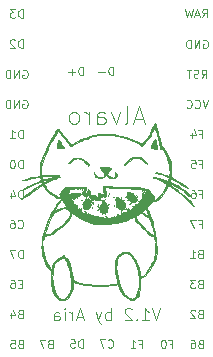
<source format=gbo>
G04 #@! TF.GenerationSoftware,KiCad,Pcbnew,(5.1.6)-1*
G04 #@! TF.CreationDate,2020-10-17T23:14:51+08:00*
G04 #@! TF.ProjectId,Alvaro,416c7661-726f-42e6-9b69-6361645f7063,C*
G04 #@! TF.SameCoordinates,Original*
G04 #@! TF.FileFunction,Legend,Bot*
G04 #@! TF.FilePolarity,Positive*
%FSLAX46Y46*%
G04 Gerber Fmt 4.6, Leading zero omitted, Abs format (unit mm)*
G04 Created by KiCad (PCBNEW (5.1.6)-1) date 2020-10-17 23:14:51*
%MOMM*%
%LPD*%
G01*
G04 APERTURE LIST*
%ADD10C,0.100000*%
%ADD11C,0.080000*%
%ADD12C,0.010000*%
G04 APERTURE END LIST*
D10*
X33117857Y-34900000D02*
X32403571Y-34900000D01*
X33260714Y-35328571D02*
X32760714Y-33828571D01*
X32260714Y-35328571D01*
X31546428Y-35328571D02*
X31689285Y-35257142D01*
X31760714Y-35114285D01*
X31760714Y-33828571D01*
X31117857Y-34328571D02*
X30760714Y-35328571D01*
X30403571Y-34328571D01*
X29189285Y-35328571D02*
X29189285Y-34542857D01*
X29260714Y-34400000D01*
X29403571Y-34328571D01*
X29689285Y-34328571D01*
X29832142Y-34400000D01*
X29189285Y-35257142D02*
X29332142Y-35328571D01*
X29689285Y-35328571D01*
X29832142Y-35257142D01*
X29903571Y-35114285D01*
X29903571Y-34971428D01*
X29832142Y-34828571D01*
X29689285Y-34757142D01*
X29332142Y-34757142D01*
X29189285Y-34685714D01*
X28475000Y-35328571D02*
X28475000Y-34328571D01*
X28475000Y-34614285D02*
X28403571Y-34471428D01*
X28332142Y-34400000D01*
X28189285Y-34328571D01*
X28046428Y-34328571D01*
X27332142Y-35328571D02*
X27475000Y-35257142D01*
X27546428Y-35185714D01*
X27617857Y-35042857D01*
X27617857Y-34614285D01*
X27546428Y-34471428D01*
X27475000Y-34400000D01*
X27332142Y-34328571D01*
X27117857Y-34328571D01*
X26975000Y-34400000D01*
X26903571Y-34471428D01*
X26832142Y-34614285D01*
X26832142Y-35042857D01*
X26903571Y-35185714D01*
X26975000Y-35257142D01*
X27117857Y-35328571D01*
X27332142Y-35328571D01*
X34497619Y-50952380D02*
X34164285Y-51952380D01*
X33830952Y-50952380D01*
X32973809Y-51952380D02*
X33545238Y-51952380D01*
X33259523Y-51952380D02*
X33259523Y-50952380D01*
X33354761Y-51095238D01*
X33450000Y-51190476D01*
X33545238Y-51238095D01*
X32545238Y-51857142D02*
X32497619Y-51904761D01*
X32545238Y-51952380D01*
X32592857Y-51904761D01*
X32545238Y-51857142D01*
X32545238Y-51952380D01*
X32116666Y-51047619D02*
X32069047Y-51000000D01*
X31973809Y-50952380D01*
X31735714Y-50952380D01*
X31640476Y-51000000D01*
X31592857Y-51047619D01*
X31545238Y-51142857D01*
X31545238Y-51238095D01*
X31592857Y-51380952D01*
X32164285Y-51952380D01*
X31545238Y-51952380D01*
X30354761Y-51952380D02*
X30354761Y-50952380D01*
X30354761Y-51333333D02*
X30259523Y-51285714D01*
X30069047Y-51285714D01*
X29973809Y-51333333D01*
X29926190Y-51380952D01*
X29878571Y-51476190D01*
X29878571Y-51761904D01*
X29926190Y-51857142D01*
X29973809Y-51904761D01*
X30069047Y-51952380D01*
X30259523Y-51952380D01*
X30354761Y-51904761D01*
X29545238Y-51285714D02*
X29307142Y-51952380D01*
X29069047Y-51285714D02*
X29307142Y-51952380D01*
X29402380Y-52190476D01*
X29450000Y-52238095D01*
X29545238Y-52285714D01*
X27973809Y-51666666D02*
X27497619Y-51666666D01*
X28069047Y-51952380D02*
X27735714Y-50952380D01*
X27402380Y-51952380D01*
X27069047Y-51952380D02*
X27069047Y-51285714D01*
X27069047Y-51476190D02*
X27021428Y-51380952D01*
X26973809Y-51333333D01*
X26878571Y-51285714D01*
X26783333Y-51285714D01*
X26450000Y-51952380D02*
X26450000Y-51285714D01*
X26450000Y-50952380D02*
X26497619Y-51000000D01*
X26450000Y-51047619D01*
X26402380Y-51000000D01*
X26450000Y-50952380D01*
X26450000Y-51047619D01*
X25545238Y-51952380D02*
X25545238Y-51428571D01*
X25592857Y-51333333D01*
X25688095Y-51285714D01*
X25878571Y-51285714D01*
X25973809Y-51333333D01*
X25545238Y-51904761D02*
X25640476Y-51952380D01*
X25878571Y-51952380D01*
X25973809Y-51904761D01*
X26021428Y-51809523D01*
X26021428Y-51714285D01*
X25973809Y-51619047D01*
X25878571Y-51571428D01*
X25640476Y-51571428D01*
X25545238Y-51523809D01*
D11*
X22908333Y-30800000D02*
X22975000Y-30766666D01*
X23075000Y-30766666D01*
X23175000Y-30800000D01*
X23241666Y-30866666D01*
X23275000Y-30933333D01*
X23308333Y-31066666D01*
X23308333Y-31166666D01*
X23275000Y-31300000D01*
X23241666Y-31366666D01*
X23175000Y-31433333D01*
X23075000Y-31466666D01*
X23008333Y-31466666D01*
X22908333Y-31433333D01*
X22875000Y-31400000D01*
X22875000Y-31166666D01*
X23008333Y-31166666D01*
X22575000Y-31466666D02*
X22575000Y-30766666D01*
X22175000Y-31466666D01*
X22175000Y-30766666D01*
X21841666Y-31466666D02*
X21841666Y-30766666D01*
X21675000Y-30766666D01*
X21575000Y-30800000D01*
X21508333Y-30866666D01*
X21475000Y-30933333D01*
X21441666Y-31066666D01*
X21441666Y-31166666D01*
X21475000Y-31300000D01*
X21508333Y-31366666D01*
X21575000Y-31433333D01*
X21675000Y-31466666D01*
X21841666Y-31466666D01*
X37833333Y-43800000D02*
X38066666Y-43800000D01*
X38066666Y-44166666D02*
X38066666Y-43466666D01*
X37733333Y-43466666D01*
X37533333Y-43466666D02*
X37066666Y-43466666D01*
X37366666Y-44166666D01*
X30541666Y-31191666D02*
X30541666Y-30491666D01*
X30375000Y-30491666D01*
X30275000Y-30525000D01*
X30208333Y-30591666D01*
X30175000Y-30658333D01*
X30141666Y-30791666D01*
X30141666Y-30891666D01*
X30175000Y-31025000D01*
X30208333Y-31091666D01*
X30275000Y-31158333D01*
X30375000Y-31191666D01*
X30541666Y-31191666D01*
X29841666Y-30925000D02*
X29308333Y-30925000D01*
X27991666Y-31216666D02*
X27991666Y-30516666D01*
X27825000Y-30516666D01*
X27725000Y-30550000D01*
X27658333Y-30616666D01*
X27625000Y-30683333D01*
X27591666Y-30816666D01*
X27591666Y-30916666D01*
X27625000Y-31050000D01*
X27658333Y-31116666D01*
X27725000Y-31183333D01*
X27825000Y-31216666D01*
X27991666Y-31216666D01*
X27291666Y-30950000D02*
X26758333Y-30950000D01*
X27025000Y-31216666D02*
X27025000Y-30683333D01*
X22891666Y-26341666D02*
X22891666Y-25641666D01*
X22725000Y-25641666D01*
X22625000Y-25675000D01*
X22558333Y-25741666D01*
X22525000Y-25808333D01*
X22491666Y-25941666D01*
X22491666Y-26041666D01*
X22525000Y-26175000D01*
X22558333Y-26241666D01*
X22625000Y-26308333D01*
X22725000Y-26341666D01*
X22891666Y-26341666D01*
X22258333Y-25641666D02*
X21825000Y-25641666D01*
X22058333Y-25908333D01*
X21958333Y-25908333D01*
X21891666Y-25941666D01*
X21858333Y-25975000D01*
X21825000Y-26041666D01*
X21825000Y-26208333D01*
X21858333Y-26275000D01*
X21891666Y-26308333D01*
X21958333Y-26341666D01*
X22158333Y-26341666D01*
X22225000Y-26308333D01*
X22258333Y-26275000D01*
X22891666Y-28891666D02*
X22891666Y-28191666D01*
X22725000Y-28191666D01*
X22625000Y-28225000D01*
X22558333Y-28291666D01*
X22525000Y-28358333D01*
X22491666Y-28491666D01*
X22491666Y-28591666D01*
X22525000Y-28725000D01*
X22558333Y-28791666D01*
X22625000Y-28858333D01*
X22725000Y-28891666D01*
X22891666Y-28891666D01*
X22225000Y-28258333D02*
X22191666Y-28225000D01*
X22125000Y-28191666D01*
X21958333Y-28191666D01*
X21891666Y-28225000D01*
X21858333Y-28258333D01*
X21825000Y-28325000D01*
X21825000Y-28391666D01*
X21858333Y-28491666D01*
X22258333Y-28891666D01*
X21825000Y-28891666D01*
X22908333Y-33325000D02*
X22975000Y-33291666D01*
X23075000Y-33291666D01*
X23175000Y-33325000D01*
X23241666Y-33391666D01*
X23275000Y-33458333D01*
X23308333Y-33591666D01*
X23308333Y-33691666D01*
X23275000Y-33825000D01*
X23241666Y-33891666D01*
X23175000Y-33958333D01*
X23075000Y-33991666D01*
X23008333Y-33991666D01*
X22908333Y-33958333D01*
X22875000Y-33925000D01*
X22875000Y-33691666D01*
X23008333Y-33691666D01*
X22575000Y-33991666D02*
X22575000Y-33291666D01*
X22175000Y-33991666D01*
X22175000Y-33291666D01*
X21841666Y-33991666D02*
X21841666Y-33291666D01*
X21675000Y-33291666D01*
X21575000Y-33325000D01*
X21508333Y-33391666D01*
X21475000Y-33458333D01*
X21441666Y-33591666D01*
X21441666Y-33691666D01*
X21475000Y-33825000D01*
X21508333Y-33891666D01*
X21575000Y-33958333D01*
X21675000Y-33991666D01*
X21841666Y-33991666D01*
X22891666Y-36541666D02*
X22891666Y-35841666D01*
X22725000Y-35841666D01*
X22625000Y-35875000D01*
X22558333Y-35941666D01*
X22525000Y-36008333D01*
X22491666Y-36141666D01*
X22491666Y-36241666D01*
X22525000Y-36375000D01*
X22558333Y-36441666D01*
X22625000Y-36508333D01*
X22725000Y-36541666D01*
X22891666Y-36541666D01*
X21825000Y-36541666D02*
X22225000Y-36541666D01*
X22025000Y-36541666D02*
X22025000Y-35841666D01*
X22091666Y-35941666D01*
X22158333Y-36008333D01*
X22225000Y-36041666D01*
X22891666Y-39091666D02*
X22891666Y-38391666D01*
X22725000Y-38391666D01*
X22625000Y-38425000D01*
X22558333Y-38491666D01*
X22525000Y-38558333D01*
X22491666Y-38691666D01*
X22491666Y-38791666D01*
X22525000Y-38925000D01*
X22558333Y-38991666D01*
X22625000Y-39058333D01*
X22725000Y-39091666D01*
X22891666Y-39091666D01*
X22058333Y-38391666D02*
X21991666Y-38391666D01*
X21925000Y-38425000D01*
X21891666Y-38458333D01*
X21858333Y-38525000D01*
X21825000Y-38658333D01*
X21825000Y-38825000D01*
X21858333Y-38958333D01*
X21891666Y-39025000D01*
X21925000Y-39058333D01*
X21991666Y-39091666D01*
X22058333Y-39091666D01*
X22125000Y-39058333D01*
X22158333Y-39025000D01*
X22191666Y-38958333D01*
X22225000Y-38825000D01*
X22225000Y-38658333D01*
X22191666Y-38525000D01*
X22158333Y-38458333D01*
X22125000Y-38425000D01*
X22058333Y-38391666D01*
X22891666Y-41641666D02*
X22891666Y-40941666D01*
X22725000Y-40941666D01*
X22625000Y-40975000D01*
X22558333Y-41041666D01*
X22525000Y-41108333D01*
X22491666Y-41241666D01*
X22491666Y-41341666D01*
X22525000Y-41475000D01*
X22558333Y-41541666D01*
X22625000Y-41608333D01*
X22725000Y-41641666D01*
X22891666Y-41641666D01*
X21891666Y-41175000D02*
X21891666Y-41641666D01*
X22058333Y-40908333D02*
X22225000Y-41408333D01*
X21791666Y-41408333D01*
X22491666Y-44100000D02*
X22525000Y-44133333D01*
X22625000Y-44166666D01*
X22691666Y-44166666D01*
X22791666Y-44133333D01*
X22858333Y-44066666D01*
X22891666Y-44000000D01*
X22925000Y-43866666D01*
X22925000Y-43766666D01*
X22891666Y-43633333D01*
X22858333Y-43566666D01*
X22791666Y-43500000D01*
X22691666Y-43466666D01*
X22625000Y-43466666D01*
X22525000Y-43500000D01*
X22491666Y-43533333D01*
X21891666Y-43466666D02*
X22025000Y-43466666D01*
X22091666Y-43500000D01*
X22125000Y-43533333D01*
X22191666Y-43633333D01*
X22225000Y-43766666D01*
X22225000Y-44033333D01*
X22191666Y-44100000D01*
X22158333Y-44133333D01*
X22091666Y-44166666D01*
X21958333Y-44166666D01*
X21891666Y-44133333D01*
X21858333Y-44100000D01*
X21825000Y-44033333D01*
X21825000Y-43866666D01*
X21858333Y-43800000D01*
X21891666Y-43766666D01*
X21958333Y-43733333D01*
X22091666Y-43733333D01*
X22158333Y-43766666D01*
X22191666Y-43800000D01*
X22225000Y-43866666D01*
X22891666Y-46716666D02*
X22891666Y-46016666D01*
X22725000Y-46016666D01*
X22625000Y-46050000D01*
X22558333Y-46116666D01*
X22525000Y-46183333D01*
X22491666Y-46316666D01*
X22491666Y-46416666D01*
X22525000Y-46550000D01*
X22558333Y-46616666D01*
X22625000Y-46683333D01*
X22725000Y-46716666D01*
X22891666Y-46716666D01*
X22258333Y-46016666D02*
X21791666Y-46016666D01*
X22091666Y-46716666D01*
X22858333Y-48875000D02*
X22625000Y-48875000D01*
X22525000Y-49241666D02*
X22858333Y-49241666D01*
X22858333Y-48541666D01*
X22525000Y-48541666D01*
X21925000Y-48541666D02*
X22058333Y-48541666D01*
X22125000Y-48575000D01*
X22158333Y-48608333D01*
X22225000Y-48708333D01*
X22258333Y-48841666D01*
X22258333Y-49108333D01*
X22225000Y-49175000D01*
X22191666Y-49208333D01*
X22125000Y-49241666D01*
X21991666Y-49241666D01*
X21925000Y-49208333D01*
X21891666Y-49175000D01*
X21858333Y-49108333D01*
X21858333Y-48941666D01*
X21891666Y-48875000D01*
X21925000Y-48841666D01*
X21991666Y-48808333D01*
X22125000Y-48808333D01*
X22191666Y-48841666D01*
X22225000Y-48875000D01*
X22258333Y-48941666D01*
X22658333Y-51425000D02*
X22558333Y-51458333D01*
X22525000Y-51491666D01*
X22491666Y-51558333D01*
X22491666Y-51658333D01*
X22525000Y-51725000D01*
X22558333Y-51758333D01*
X22625000Y-51791666D01*
X22891666Y-51791666D01*
X22891666Y-51091666D01*
X22658333Y-51091666D01*
X22591666Y-51125000D01*
X22558333Y-51158333D01*
X22525000Y-51225000D01*
X22525000Y-51291666D01*
X22558333Y-51358333D01*
X22591666Y-51391666D01*
X22658333Y-51425000D01*
X22891666Y-51425000D01*
X21891666Y-51325000D02*
X21891666Y-51791666D01*
X22058333Y-51058333D02*
X22225000Y-51558333D01*
X21791666Y-51558333D01*
X22683333Y-53950000D02*
X22583333Y-53983333D01*
X22550000Y-54016666D01*
X22516666Y-54083333D01*
X22516666Y-54183333D01*
X22550000Y-54250000D01*
X22583333Y-54283333D01*
X22650000Y-54316666D01*
X22916666Y-54316666D01*
X22916666Y-53616666D01*
X22683333Y-53616666D01*
X22616666Y-53650000D01*
X22583333Y-53683333D01*
X22550000Y-53750000D01*
X22550000Y-53816666D01*
X22583333Y-53883333D01*
X22616666Y-53916666D01*
X22683333Y-53950000D01*
X22916666Y-53950000D01*
X21883333Y-53616666D02*
X22216666Y-53616666D01*
X22250000Y-53950000D01*
X22216666Y-53916666D01*
X22150000Y-53883333D01*
X21983333Y-53883333D01*
X21916666Y-53916666D01*
X21883333Y-53950000D01*
X21850000Y-54016666D01*
X21850000Y-54183333D01*
X21883333Y-54250000D01*
X21916666Y-54283333D01*
X21983333Y-54316666D01*
X22150000Y-54316666D01*
X22216666Y-54283333D01*
X22250000Y-54250000D01*
X25208333Y-53950000D02*
X25108333Y-53983333D01*
X25075000Y-54016666D01*
X25041666Y-54083333D01*
X25041666Y-54183333D01*
X25075000Y-54250000D01*
X25108333Y-54283333D01*
X25175000Y-54316666D01*
X25441666Y-54316666D01*
X25441666Y-53616666D01*
X25208333Y-53616666D01*
X25141666Y-53650000D01*
X25108333Y-53683333D01*
X25075000Y-53750000D01*
X25075000Y-53816666D01*
X25108333Y-53883333D01*
X25141666Y-53916666D01*
X25208333Y-53950000D01*
X25441666Y-53950000D01*
X24808333Y-53616666D02*
X24341666Y-53616666D01*
X24641666Y-54316666D01*
X27976666Y-54291666D02*
X27976666Y-53591666D01*
X27810000Y-53591666D01*
X27710000Y-53625000D01*
X27643333Y-53691666D01*
X27610000Y-53758333D01*
X27576666Y-53891666D01*
X27576666Y-53991666D01*
X27610000Y-54125000D01*
X27643333Y-54191666D01*
X27710000Y-54258333D01*
X27810000Y-54291666D01*
X27976666Y-54291666D01*
X26943333Y-53591666D02*
X27276666Y-53591666D01*
X27310000Y-53925000D01*
X27276666Y-53891666D01*
X27210000Y-53858333D01*
X27043333Y-53858333D01*
X26976666Y-53891666D01*
X26943333Y-53925000D01*
X26910000Y-53991666D01*
X26910000Y-54158333D01*
X26943333Y-54225000D01*
X26976666Y-54258333D01*
X27043333Y-54291666D01*
X27210000Y-54291666D01*
X27276666Y-54258333D01*
X27310000Y-54225000D01*
X30116666Y-54225000D02*
X30150000Y-54258333D01*
X30250000Y-54291666D01*
X30316666Y-54291666D01*
X30416666Y-54258333D01*
X30483333Y-54191666D01*
X30516666Y-54125000D01*
X30550000Y-53991666D01*
X30550000Y-53891666D01*
X30516666Y-53758333D01*
X30483333Y-53691666D01*
X30416666Y-53625000D01*
X30316666Y-53591666D01*
X30250000Y-53591666D01*
X30150000Y-53625000D01*
X30116666Y-53658333D01*
X29883333Y-53591666D02*
X29416666Y-53591666D01*
X29716666Y-54291666D01*
X32773333Y-53950000D02*
X33006666Y-53950000D01*
X33006666Y-54316666D02*
X33006666Y-53616666D01*
X32673333Y-53616666D01*
X32040000Y-54316666D02*
X32440000Y-54316666D01*
X32240000Y-54316666D02*
X32240000Y-53616666D01*
X32306666Y-53716666D01*
X32373333Y-53783333D01*
X32440000Y-53816666D01*
X35333333Y-53950000D02*
X35566666Y-53950000D01*
X35566666Y-54316666D02*
X35566666Y-53616666D01*
X35233333Y-53616666D01*
X34833333Y-53616666D02*
X34766666Y-53616666D01*
X34700000Y-53650000D01*
X34666666Y-53683333D01*
X34633333Y-53750000D01*
X34600000Y-53883333D01*
X34600000Y-54050000D01*
X34633333Y-54183333D01*
X34666666Y-54250000D01*
X34700000Y-54283333D01*
X34766666Y-54316666D01*
X34833333Y-54316666D01*
X34900000Y-54283333D01*
X34933333Y-54250000D01*
X34966666Y-54183333D01*
X35000000Y-54050000D01*
X35000000Y-53883333D01*
X34966666Y-53750000D01*
X34933333Y-53683333D01*
X34900000Y-53650000D01*
X34833333Y-53616666D01*
X37933333Y-53950000D02*
X37833333Y-53983333D01*
X37800000Y-54016666D01*
X37766666Y-54083333D01*
X37766666Y-54183333D01*
X37800000Y-54250000D01*
X37833333Y-54283333D01*
X37900000Y-54316666D01*
X38166666Y-54316666D01*
X38166666Y-53616666D01*
X37933333Y-53616666D01*
X37866666Y-53650000D01*
X37833333Y-53683333D01*
X37800000Y-53750000D01*
X37800000Y-53816666D01*
X37833333Y-53883333D01*
X37866666Y-53916666D01*
X37933333Y-53950000D01*
X38166666Y-53950000D01*
X37166666Y-53616666D02*
X37300000Y-53616666D01*
X37366666Y-53650000D01*
X37400000Y-53683333D01*
X37466666Y-53783333D01*
X37500000Y-53916666D01*
X37500000Y-54183333D01*
X37466666Y-54250000D01*
X37433333Y-54283333D01*
X37366666Y-54316666D01*
X37233333Y-54316666D01*
X37166666Y-54283333D01*
X37133333Y-54250000D01*
X37100000Y-54183333D01*
X37100000Y-54016666D01*
X37133333Y-53950000D01*
X37166666Y-53916666D01*
X37233333Y-53883333D01*
X37366666Y-53883333D01*
X37433333Y-53916666D01*
X37466666Y-53950000D01*
X37500000Y-54016666D01*
X37908333Y-51425000D02*
X37808333Y-51458333D01*
X37775000Y-51491666D01*
X37741666Y-51558333D01*
X37741666Y-51658333D01*
X37775000Y-51725000D01*
X37808333Y-51758333D01*
X37875000Y-51791666D01*
X38141666Y-51791666D01*
X38141666Y-51091666D01*
X37908333Y-51091666D01*
X37841666Y-51125000D01*
X37808333Y-51158333D01*
X37775000Y-51225000D01*
X37775000Y-51291666D01*
X37808333Y-51358333D01*
X37841666Y-51391666D01*
X37908333Y-51425000D01*
X38141666Y-51425000D01*
X37475000Y-51158333D02*
X37441666Y-51125000D01*
X37375000Y-51091666D01*
X37208333Y-51091666D01*
X37141666Y-51125000D01*
X37108333Y-51158333D01*
X37075000Y-51225000D01*
X37075000Y-51291666D01*
X37108333Y-51391666D01*
X37508333Y-51791666D01*
X37075000Y-51791666D01*
X37908333Y-48875000D02*
X37808333Y-48908333D01*
X37775000Y-48941666D01*
X37741666Y-49008333D01*
X37741666Y-49108333D01*
X37775000Y-49175000D01*
X37808333Y-49208333D01*
X37875000Y-49241666D01*
X38141666Y-49241666D01*
X38141666Y-48541666D01*
X37908333Y-48541666D01*
X37841666Y-48575000D01*
X37808333Y-48608333D01*
X37775000Y-48675000D01*
X37775000Y-48741666D01*
X37808333Y-48808333D01*
X37841666Y-48841666D01*
X37908333Y-48875000D01*
X38141666Y-48875000D01*
X37508333Y-48541666D02*
X37075000Y-48541666D01*
X37308333Y-48808333D01*
X37208333Y-48808333D01*
X37141666Y-48841666D01*
X37108333Y-48875000D01*
X37075000Y-48941666D01*
X37075000Y-49108333D01*
X37108333Y-49175000D01*
X37141666Y-49208333D01*
X37208333Y-49241666D01*
X37408333Y-49241666D01*
X37475000Y-49208333D01*
X37508333Y-49175000D01*
X37908333Y-46325000D02*
X37808333Y-46358333D01*
X37775000Y-46391666D01*
X37741666Y-46458333D01*
X37741666Y-46558333D01*
X37775000Y-46625000D01*
X37808333Y-46658333D01*
X37875000Y-46691666D01*
X38141666Y-46691666D01*
X38141666Y-45991666D01*
X37908333Y-45991666D01*
X37841666Y-46025000D01*
X37808333Y-46058333D01*
X37775000Y-46125000D01*
X37775000Y-46191666D01*
X37808333Y-46258333D01*
X37841666Y-46291666D01*
X37908333Y-46325000D01*
X38141666Y-46325000D01*
X37075000Y-46691666D02*
X37475000Y-46691666D01*
X37275000Y-46691666D02*
X37275000Y-45991666D01*
X37341666Y-46091666D01*
X37408333Y-46158333D01*
X37475000Y-46191666D01*
X37858333Y-41250000D02*
X38091666Y-41250000D01*
X38091666Y-41616666D02*
X38091666Y-40916666D01*
X37758333Y-40916666D01*
X37191666Y-40916666D02*
X37325000Y-40916666D01*
X37391666Y-40950000D01*
X37425000Y-40983333D01*
X37491666Y-41083333D01*
X37525000Y-41216666D01*
X37525000Y-41483333D01*
X37491666Y-41550000D01*
X37458333Y-41583333D01*
X37391666Y-41616666D01*
X37258333Y-41616666D01*
X37191666Y-41583333D01*
X37158333Y-41550000D01*
X37125000Y-41483333D01*
X37125000Y-41316666D01*
X37158333Y-41250000D01*
X37191666Y-41216666D01*
X37258333Y-41183333D01*
X37391666Y-41183333D01*
X37458333Y-41216666D01*
X37491666Y-41250000D01*
X37525000Y-41316666D01*
X37858333Y-38700000D02*
X38091666Y-38700000D01*
X38091666Y-39066666D02*
X38091666Y-38366666D01*
X37758333Y-38366666D01*
X37158333Y-38366666D02*
X37491666Y-38366666D01*
X37525000Y-38700000D01*
X37491666Y-38666666D01*
X37425000Y-38633333D01*
X37258333Y-38633333D01*
X37191666Y-38666666D01*
X37158333Y-38700000D01*
X37125000Y-38766666D01*
X37125000Y-38933333D01*
X37158333Y-39000000D01*
X37191666Y-39033333D01*
X37258333Y-39066666D01*
X37425000Y-39066666D01*
X37491666Y-39033333D01*
X37525000Y-39000000D01*
X37858333Y-36175000D02*
X38091666Y-36175000D01*
X38091666Y-36541666D02*
X38091666Y-35841666D01*
X37758333Y-35841666D01*
X37191666Y-36075000D02*
X37191666Y-36541666D01*
X37358333Y-35808333D02*
X37525000Y-36308333D01*
X37091666Y-36308333D01*
X38583333Y-33291666D02*
X38350000Y-33991666D01*
X38116666Y-33291666D01*
X37483333Y-33925000D02*
X37516666Y-33958333D01*
X37616666Y-33991666D01*
X37683333Y-33991666D01*
X37783333Y-33958333D01*
X37850000Y-33891666D01*
X37883333Y-33825000D01*
X37916666Y-33691666D01*
X37916666Y-33591666D01*
X37883333Y-33458333D01*
X37850000Y-33391666D01*
X37783333Y-33325000D01*
X37683333Y-33291666D01*
X37616666Y-33291666D01*
X37516666Y-33325000D01*
X37483333Y-33358333D01*
X36783333Y-33925000D02*
X36816666Y-33958333D01*
X36916666Y-33991666D01*
X36983333Y-33991666D01*
X37083333Y-33958333D01*
X37150000Y-33891666D01*
X37183333Y-33825000D01*
X37216666Y-33691666D01*
X37216666Y-33591666D01*
X37183333Y-33458333D01*
X37150000Y-33391666D01*
X37083333Y-33325000D01*
X36983333Y-33291666D01*
X36916666Y-33291666D01*
X36816666Y-33325000D01*
X36783333Y-33358333D01*
X38033333Y-31441666D02*
X38266666Y-31108333D01*
X38433333Y-31441666D02*
X38433333Y-30741666D01*
X38166666Y-30741666D01*
X38100000Y-30775000D01*
X38066666Y-30808333D01*
X38033333Y-30875000D01*
X38033333Y-30975000D01*
X38066666Y-31041666D01*
X38100000Y-31075000D01*
X38166666Y-31108333D01*
X38433333Y-31108333D01*
X37766666Y-31408333D02*
X37666666Y-31441666D01*
X37500000Y-31441666D01*
X37433333Y-31408333D01*
X37400000Y-31375000D01*
X37366666Y-31308333D01*
X37366666Y-31241666D01*
X37400000Y-31175000D01*
X37433333Y-31141666D01*
X37500000Y-31108333D01*
X37633333Y-31075000D01*
X37700000Y-31041666D01*
X37733333Y-31008333D01*
X37766666Y-30941666D01*
X37766666Y-30875000D01*
X37733333Y-30808333D01*
X37700000Y-30775000D01*
X37633333Y-30741666D01*
X37466666Y-30741666D01*
X37366666Y-30775000D01*
X37166666Y-30741666D02*
X36766666Y-30741666D01*
X36966666Y-31441666D02*
X36966666Y-30741666D01*
X38183333Y-28250000D02*
X38250000Y-28216666D01*
X38350000Y-28216666D01*
X38450000Y-28250000D01*
X38516666Y-28316666D01*
X38550000Y-28383333D01*
X38583333Y-28516666D01*
X38583333Y-28616666D01*
X38550000Y-28750000D01*
X38516666Y-28816666D01*
X38450000Y-28883333D01*
X38350000Y-28916666D01*
X38283333Y-28916666D01*
X38183333Y-28883333D01*
X38150000Y-28850000D01*
X38150000Y-28616666D01*
X38283333Y-28616666D01*
X37850000Y-28916666D02*
X37850000Y-28216666D01*
X37450000Y-28916666D01*
X37450000Y-28216666D01*
X37116666Y-28916666D02*
X37116666Y-28216666D01*
X36950000Y-28216666D01*
X36850000Y-28250000D01*
X36783333Y-28316666D01*
X36750000Y-28383333D01*
X36716666Y-28516666D01*
X36716666Y-28616666D01*
X36750000Y-28750000D01*
X36783333Y-28816666D01*
X36850000Y-28883333D01*
X36950000Y-28916666D01*
X37116666Y-28916666D01*
X38103333Y-26316666D02*
X38336666Y-25983333D01*
X38503333Y-26316666D02*
X38503333Y-25616666D01*
X38236666Y-25616666D01*
X38170000Y-25650000D01*
X38136666Y-25683333D01*
X38103333Y-25750000D01*
X38103333Y-25850000D01*
X38136666Y-25916666D01*
X38170000Y-25950000D01*
X38236666Y-25983333D01*
X38503333Y-25983333D01*
X37836666Y-26116666D02*
X37503333Y-26116666D01*
X37903333Y-26316666D02*
X37670000Y-25616666D01*
X37436666Y-26316666D01*
X37270000Y-25616666D02*
X37103333Y-26316666D01*
X36970000Y-25816666D01*
X36836666Y-26316666D01*
X36670000Y-25616666D01*
D12*
G36*
X25886674Y-36697274D02*
G01*
X25861530Y-36758998D01*
X25843299Y-36875439D01*
X25830001Y-37057696D01*
X25822600Y-37229500D01*
X25816500Y-37398833D01*
X26028167Y-37405441D01*
X26168484Y-37405253D01*
X26282904Y-37397240D01*
X26317697Y-37391026D01*
X26368543Y-37371321D01*
X26363075Y-37337599D01*
X26313220Y-37278584D01*
X26268773Y-37225474D01*
X26226668Y-37162972D01*
X26176534Y-37072869D01*
X26108001Y-36936956D01*
X26044186Y-36806166D01*
X25985099Y-36719179D01*
X25924748Y-36679419D01*
X25920711Y-36679166D01*
X25886674Y-36697274D01*
G37*
X25886674Y-36697274D02*
X25861530Y-36758998D01*
X25843299Y-36875439D01*
X25830001Y-37057696D01*
X25822600Y-37229500D01*
X25816500Y-37398833D01*
X26028167Y-37405441D01*
X26168484Y-37405253D01*
X26282904Y-37397240D01*
X26317697Y-37391026D01*
X26368543Y-37371321D01*
X26363075Y-37337599D01*
X26313220Y-37278584D01*
X26268773Y-37225474D01*
X26226668Y-37162972D01*
X26176534Y-37072869D01*
X26108001Y-36936956D01*
X26044186Y-36806166D01*
X25985099Y-36719179D01*
X25924748Y-36679419D01*
X25920711Y-36679166D01*
X25886674Y-36697274D01*
G36*
X34052713Y-36621929D02*
G01*
X34011572Y-36667860D01*
X33953560Y-36770704D01*
X33889161Y-36907248D01*
X33828857Y-37054278D01*
X33783131Y-37188582D01*
X33766709Y-37255236D01*
X33762090Y-37324561D01*
X33794222Y-37366647D01*
X33882431Y-37399392D01*
X33938158Y-37413986D01*
X34102063Y-37450555D01*
X34202496Y-37458832D01*
X34255862Y-37438594D01*
X34273301Y-37409416D01*
X34271880Y-37338319D01*
X34245678Y-37226709D01*
X34234496Y-37192427D01*
X34195860Y-37041832D01*
X34177022Y-36890704D01*
X34176686Y-36874927D01*
X34160659Y-36727228D01*
X34117942Y-36638739D01*
X34054381Y-36621393D01*
X34052713Y-36621929D01*
G37*
X34052713Y-36621929D02*
X34011572Y-36667860D01*
X33953560Y-36770704D01*
X33889161Y-36907248D01*
X33828857Y-37054278D01*
X33783131Y-37188582D01*
X33766709Y-37255236D01*
X33762090Y-37324561D01*
X33794222Y-37366647D01*
X33882431Y-37399392D01*
X33938158Y-37413986D01*
X34102063Y-37450555D01*
X34202496Y-37458832D01*
X34255862Y-37438594D01*
X34273301Y-37409416D01*
X34271880Y-37338319D01*
X34245678Y-37226709D01*
X34234496Y-37192427D01*
X34195860Y-37041832D01*
X34177022Y-36890704D01*
X34176686Y-36874927D01*
X34160659Y-36727228D01*
X34117942Y-36638739D01*
X34054381Y-36621393D01*
X34052713Y-36621929D01*
G36*
X32411803Y-38112843D02*
G01*
X32399772Y-38114415D01*
X32251647Y-38156522D01*
X32080653Y-38239008D01*
X31903515Y-38349293D01*
X31736958Y-38474798D01*
X31597706Y-38602943D01*
X31502484Y-38721147D01*
X31468000Y-38815285D01*
X31488878Y-38858296D01*
X31547922Y-38831803D01*
X31639751Y-38738908D01*
X31674953Y-38695951D01*
X31838946Y-38524830D01*
X32035608Y-38374083D01*
X32240149Y-38259644D01*
X32427778Y-38197443D01*
X32457523Y-38193059D01*
X32672363Y-38211227D01*
X32892104Y-38312827D01*
X33114875Y-38496895D01*
X33177753Y-38563319D01*
X33290601Y-38670405D01*
X33379693Y-38719616D01*
X33407045Y-38720523D01*
X33428085Y-38697706D01*
X33401000Y-38644172D01*
X33319818Y-38551431D01*
X33212470Y-38443847D01*
X33006284Y-38265557D01*
X32816893Y-38156142D01*
X32625124Y-38107828D01*
X32411803Y-38112843D01*
G37*
X32411803Y-38112843D02*
X32399772Y-38114415D01*
X32251647Y-38156522D01*
X32080653Y-38239008D01*
X31903515Y-38349293D01*
X31736958Y-38474798D01*
X31597706Y-38602943D01*
X31502484Y-38721147D01*
X31468000Y-38815285D01*
X31488878Y-38858296D01*
X31547922Y-38831803D01*
X31639751Y-38738908D01*
X31674953Y-38695951D01*
X31838946Y-38524830D01*
X32035608Y-38374083D01*
X32240149Y-38259644D01*
X32427778Y-38197443D01*
X32457523Y-38193059D01*
X32672363Y-38211227D01*
X32892104Y-38312827D01*
X33114875Y-38496895D01*
X33177753Y-38563319D01*
X33290601Y-38670405D01*
X33379693Y-38719616D01*
X33407045Y-38720523D01*
X33428085Y-38697706D01*
X33401000Y-38644172D01*
X33319818Y-38551431D01*
X33212470Y-38443847D01*
X33006284Y-38265557D01*
X32816893Y-38156142D01*
X32625124Y-38107828D01*
X32411803Y-38112843D01*
G36*
X27378939Y-38200354D02*
G01*
X27198991Y-38263270D01*
X27088372Y-38332447D01*
X26969625Y-38425740D01*
X26863322Y-38524372D01*
X26790035Y-38609568D01*
X26769000Y-38655703D01*
X26793604Y-38690199D01*
X26864803Y-38658845D01*
X26978674Y-38563737D01*
X27024691Y-38518976D01*
X27139538Y-38415683D01*
X27249390Y-38335467D01*
X27302614Y-38307309D01*
X27521181Y-38267886D01*
X27749124Y-38308642D01*
X27980169Y-38426548D01*
X28208044Y-38618574D01*
X28390836Y-38832821D01*
X28458532Y-38875885D01*
X28499951Y-38863002D01*
X28518793Y-38829236D01*
X28492196Y-38769304D01*
X28413186Y-38670995D01*
X28351784Y-38603567D01*
X28117353Y-38395751D01*
X27870337Y-38257290D01*
X27620833Y-38191164D01*
X27378939Y-38200354D01*
G37*
X27378939Y-38200354D02*
X27198991Y-38263270D01*
X27088372Y-38332447D01*
X26969625Y-38425740D01*
X26863322Y-38524372D01*
X26790035Y-38609568D01*
X26769000Y-38655703D01*
X26793604Y-38690199D01*
X26864803Y-38658845D01*
X26978674Y-38563737D01*
X27024691Y-38518976D01*
X27139538Y-38415683D01*
X27249390Y-38335467D01*
X27302614Y-38307309D01*
X27521181Y-38267886D01*
X27749124Y-38308642D01*
X27980169Y-38426548D01*
X28208044Y-38618574D01*
X28390836Y-38832821D01*
X28458532Y-38875885D01*
X28499951Y-38863002D01*
X28518793Y-38829236D01*
X28492196Y-38769304D01*
X28413186Y-38670995D01*
X28351784Y-38603567D01*
X28117353Y-38395751D01*
X27870337Y-38257290D01*
X27620833Y-38191164D01*
X27378939Y-38200354D01*
G36*
X29505300Y-38957181D02*
G01*
X29425250Y-38976831D01*
X29414689Y-38986566D01*
X29426634Y-39036692D01*
X29479491Y-39128092D01*
X29557474Y-39239161D01*
X29644796Y-39348297D01*
X29725670Y-39433897D01*
X29764084Y-39464686D01*
X29812161Y-39536119D01*
X29801491Y-39632383D01*
X29745110Y-39733415D01*
X29656056Y-39819153D01*
X29547365Y-39869535D01*
X29497239Y-39875333D01*
X29303663Y-39835630D01*
X29134829Y-39727039D01*
X29020201Y-39574549D01*
X28964884Y-39476629D01*
X28929317Y-39451983D01*
X28911705Y-39475738D01*
X28887056Y-39569880D01*
X28902449Y-39608049D01*
X28928000Y-39600166D01*
X28967010Y-39603523D01*
X28970334Y-39618834D01*
X28978531Y-39707416D01*
X29018852Y-39773573D01*
X29037462Y-39794676D01*
X29150835Y-39872486D01*
X29311192Y-39927629D01*
X29481788Y-39950026D01*
X29577627Y-39942853D01*
X29731699Y-39877700D01*
X29834131Y-39787742D01*
X29905523Y-39708401D01*
X29951073Y-39687654D01*
X29998177Y-39718261D01*
X30019170Y-39738836D01*
X30200704Y-39880267D01*
X30388006Y-39955166D01*
X30567034Y-39961344D01*
X30723741Y-39896611D01*
X30771425Y-39856090D01*
X30852726Y-39751333D01*
X30868798Y-39647659D01*
X30822775Y-39516090D01*
X30810747Y-39492231D01*
X30747526Y-39393434D01*
X30704626Y-39375517D01*
X30685142Y-39436463D01*
X30691638Y-39569824D01*
X30699590Y-39708769D01*
X30679022Y-39791967D01*
X30647180Y-39829116D01*
X30522993Y-39882006D01*
X30377692Y-39867513D01*
X30231070Y-39792387D01*
X30102916Y-39663375D01*
X30084927Y-39637391D01*
X30038846Y-39558584D01*
X30042199Y-39517172D01*
X30085570Y-39487021D01*
X30146287Y-39432853D01*
X30219434Y-39341583D01*
X30230523Y-39325000D01*
X30113334Y-39325000D01*
X30081119Y-39366103D01*
X30071000Y-39367333D01*
X30029897Y-39335118D01*
X30028667Y-39325000D01*
X30060882Y-39283896D01*
X30071000Y-39282666D01*
X30112104Y-39314881D01*
X30113334Y-39325000D01*
X30230523Y-39325000D01*
X30289046Y-39237488D01*
X30339162Y-39144847D01*
X30353819Y-39087937D01*
X30351175Y-39083063D01*
X30276090Y-39044335D01*
X30145470Y-39009700D01*
X29981198Y-38981412D01*
X29805157Y-38961726D01*
X29639230Y-38952898D01*
X29505300Y-38957181D01*
G37*
X29505300Y-38957181D02*
X29425250Y-38976831D01*
X29414689Y-38986566D01*
X29426634Y-39036692D01*
X29479491Y-39128092D01*
X29557474Y-39239161D01*
X29644796Y-39348297D01*
X29725670Y-39433897D01*
X29764084Y-39464686D01*
X29812161Y-39536119D01*
X29801491Y-39632383D01*
X29745110Y-39733415D01*
X29656056Y-39819153D01*
X29547365Y-39869535D01*
X29497239Y-39875333D01*
X29303663Y-39835630D01*
X29134829Y-39727039D01*
X29020201Y-39574549D01*
X28964884Y-39476629D01*
X28929317Y-39451983D01*
X28911705Y-39475738D01*
X28887056Y-39569880D01*
X28902449Y-39608049D01*
X28928000Y-39600166D01*
X28967010Y-39603523D01*
X28970334Y-39618834D01*
X28978531Y-39707416D01*
X29018852Y-39773573D01*
X29037462Y-39794676D01*
X29150835Y-39872486D01*
X29311192Y-39927629D01*
X29481788Y-39950026D01*
X29577627Y-39942853D01*
X29731699Y-39877700D01*
X29834131Y-39787742D01*
X29905523Y-39708401D01*
X29951073Y-39687654D01*
X29998177Y-39718261D01*
X30019170Y-39738836D01*
X30200704Y-39880267D01*
X30388006Y-39955166D01*
X30567034Y-39961344D01*
X30723741Y-39896611D01*
X30771425Y-39856090D01*
X30852726Y-39751333D01*
X30868798Y-39647659D01*
X30822775Y-39516090D01*
X30810747Y-39492231D01*
X30747526Y-39393434D01*
X30704626Y-39375517D01*
X30685142Y-39436463D01*
X30691638Y-39569824D01*
X30699590Y-39708769D01*
X30679022Y-39791967D01*
X30647180Y-39829116D01*
X30522993Y-39882006D01*
X30377692Y-39867513D01*
X30231070Y-39792387D01*
X30102916Y-39663375D01*
X30084927Y-39637391D01*
X30038846Y-39558584D01*
X30042199Y-39517172D01*
X30085570Y-39487021D01*
X30146287Y-39432853D01*
X30219434Y-39341583D01*
X30230523Y-39325000D01*
X30113334Y-39325000D01*
X30081119Y-39366103D01*
X30071000Y-39367333D01*
X30029897Y-39335118D01*
X30028667Y-39325000D01*
X30060882Y-39283896D01*
X30071000Y-39282666D01*
X30112104Y-39314881D01*
X30113334Y-39325000D01*
X30230523Y-39325000D01*
X30289046Y-39237488D01*
X30339162Y-39144847D01*
X30353819Y-39087937D01*
X30351175Y-39083063D01*
X30276090Y-39044335D01*
X30145470Y-39009700D01*
X29981198Y-38981412D01*
X29805157Y-38961726D01*
X29639230Y-38952898D01*
X29505300Y-38957181D01*
G36*
X27192334Y-40870166D02*
G01*
X27213500Y-40891333D01*
X27234667Y-40870166D01*
X27213500Y-40849000D01*
X27192334Y-40870166D01*
G37*
X27192334Y-40870166D02*
X27213500Y-40891333D01*
X27234667Y-40870166D01*
X27213500Y-40849000D01*
X27192334Y-40870166D01*
G36*
X27531000Y-40870166D02*
G01*
X27552167Y-40891333D01*
X27573334Y-40870166D01*
X27552167Y-40849000D01*
X27531000Y-40870166D01*
G37*
X27531000Y-40870166D02*
X27552167Y-40891333D01*
X27573334Y-40870166D01*
X27552167Y-40849000D01*
X27531000Y-40870166D01*
G36*
X27714445Y-40863111D02*
G01*
X27720256Y-40888278D01*
X27742667Y-40891333D01*
X27777512Y-40875844D01*
X27770889Y-40863111D01*
X27720650Y-40858044D01*
X27714445Y-40863111D01*
G37*
X27714445Y-40863111D02*
X27720256Y-40888278D01*
X27742667Y-40891333D01*
X27777512Y-40875844D01*
X27770889Y-40863111D01*
X27720650Y-40858044D01*
X27714445Y-40863111D01*
G36*
X27912000Y-40912500D02*
G01*
X27933167Y-40933666D01*
X27954334Y-40912500D01*
X27933167Y-40891333D01*
X27912000Y-40912500D01*
G37*
X27912000Y-40912500D02*
X27933167Y-40933666D01*
X27954334Y-40912500D01*
X27933167Y-40891333D01*
X27912000Y-40912500D01*
G36*
X32963778Y-40947777D02*
G01*
X32969589Y-40972944D01*
X32992000Y-40976000D01*
X33026846Y-40960510D01*
X33020223Y-40947777D01*
X32969983Y-40942711D01*
X32963778Y-40947777D01*
G37*
X32963778Y-40947777D02*
X32969589Y-40972944D01*
X32992000Y-40976000D01*
X33026846Y-40960510D01*
X33020223Y-40947777D01*
X32969983Y-40942711D01*
X32963778Y-40947777D01*
G36*
X26726667Y-40997166D02*
G01*
X26747834Y-41018333D01*
X26769000Y-40997166D01*
X26747834Y-40976000D01*
X26726667Y-40997166D01*
G37*
X26726667Y-40997166D02*
X26747834Y-41018333D01*
X26769000Y-40997166D01*
X26747834Y-40976000D01*
X26726667Y-40997166D01*
G36*
X26811334Y-40997166D02*
G01*
X26832500Y-41018333D01*
X26853667Y-40997166D01*
X26832500Y-40976000D01*
X26811334Y-40997166D01*
G37*
X26811334Y-40997166D02*
X26832500Y-41018333D01*
X26853667Y-40997166D01*
X26832500Y-40976000D01*
X26811334Y-40997166D01*
G36*
X32992000Y-41039500D02*
G01*
X33013167Y-41060666D01*
X33034334Y-41039500D01*
X33013167Y-41018333D01*
X32992000Y-41039500D01*
G37*
X32992000Y-41039500D02*
X33013167Y-41060666D01*
X33034334Y-41039500D01*
X33013167Y-41018333D01*
X32992000Y-41039500D01*
G36*
X33161334Y-41039500D02*
G01*
X33182500Y-41060666D01*
X33203667Y-41039500D01*
X33182500Y-41018333D01*
X33161334Y-41039500D01*
G37*
X33161334Y-41039500D02*
X33182500Y-41060666D01*
X33203667Y-41039500D01*
X33182500Y-41018333D01*
X33161334Y-41039500D01*
G36*
X26769000Y-41081833D02*
G01*
X26790167Y-41103000D01*
X26811334Y-41081833D01*
X26790167Y-41060666D01*
X26769000Y-41081833D01*
G37*
X26769000Y-41081833D02*
X26790167Y-41103000D01*
X26811334Y-41081833D01*
X26790167Y-41060666D01*
X26769000Y-41081833D01*
G36*
X27960875Y-41077790D02*
G01*
X27915785Y-41117143D01*
X27912000Y-41126665D01*
X27932091Y-41144064D01*
X27973919Y-41105076D01*
X27979543Y-41096459D01*
X27984533Y-41067490D01*
X27960875Y-41077790D01*
G37*
X27960875Y-41077790D02*
X27915785Y-41117143D01*
X27912000Y-41126665D01*
X27932091Y-41144064D01*
X27973919Y-41105076D01*
X27979543Y-41096459D01*
X27984533Y-41067490D01*
X27960875Y-41077790D01*
G36*
X33252541Y-41077790D02*
G01*
X33207451Y-41117143D01*
X33203667Y-41126665D01*
X33223758Y-41144064D01*
X33265585Y-41105076D01*
X33271210Y-41096459D01*
X33276199Y-41067490D01*
X33252541Y-41077790D01*
G37*
X33252541Y-41077790D02*
X33207451Y-41117143D01*
X33203667Y-41126665D01*
X33223758Y-41144064D01*
X33265585Y-41105076D01*
X33271210Y-41096459D01*
X33276199Y-41067490D01*
X33252541Y-41077790D01*
G36*
X27912000Y-41251166D02*
G01*
X27933167Y-41272333D01*
X27954334Y-41251166D01*
X27933167Y-41230000D01*
X27912000Y-41251166D01*
G37*
X27912000Y-41251166D02*
X27933167Y-41272333D01*
X27954334Y-41251166D01*
X27933167Y-41230000D01*
X27912000Y-41251166D01*
G36*
X30198000Y-41251166D02*
G01*
X30219167Y-41272333D01*
X30240334Y-41251166D01*
X30219167Y-41230000D01*
X30198000Y-41251166D01*
G37*
X30198000Y-41251166D02*
X30219167Y-41272333D01*
X30240334Y-41251166D01*
X30219167Y-41230000D01*
X30198000Y-41251166D01*
G36*
X26811334Y-41293500D02*
G01*
X26832500Y-41314666D01*
X26853667Y-41293500D01*
X26832500Y-41272333D01*
X26811334Y-41293500D01*
G37*
X26811334Y-41293500D02*
X26832500Y-41314666D01*
X26853667Y-41293500D01*
X26832500Y-41272333D01*
X26811334Y-41293500D01*
G36*
X33080631Y-41089270D02*
G01*
X33082765Y-41159929D01*
X33081032Y-41187666D01*
X33070687Y-41229822D01*
X33041039Y-41197927D01*
X33034334Y-41187666D01*
X33000790Y-41153782D01*
X32993297Y-41166500D01*
X33014098Y-41238162D01*
X33027640Y-41262951D01*
X33062767Y-41282064D01*
X33103925Y-41224630D01*
X33110062Y-41211546D01*
X33134919Y-41116232D01*
X33116355Y-41080198D01*
X33081453Y-41078014D01*
X33080631Y-41089270D01*
G37*
X33080631Y-41089270D02*
X33082765Y-41159929D01*
X33081032Y-41187666D01*
X33070687Y-41229822D01*
X33041039Y-41197927D01*
X33034334Y-41187666D01*
X33000790Y-41153782D01*
X32993297Y-41166500D01*
X33014098Y-41238162D01*
X33027640Y-41262951D01*
X33062767Y-41282064D01*
X33103925Y-41224630D01*
X33110062Y-41211546D01*
X33134919Y-41116232D01*
X33116355Y-41080198D01*
X33081453Y-41078014D01*
X33080631Y-41089270D01*
G36*
X28377667Y-41378166D02*
G01*
X28398834Y-41399333D01*
X28420000Y-41378166D01*
X28398834Y-41357000D01*
X28377667Y-41378166D01*
G37*
X28377667Y-41378166D02*
X28398834Y-41399333D01*
X28420000Y-41378166D01*
X28398834Y-41357000D01*
X28377667Y-41378166D01*
G36*
X32455778Y-41328777D02*
G01*
X32450712Y-41379017D01*
X32455778Y-41385222D01*
X32480945Y-41379411D01*
X32484000Y-41357000D01*
X32468511Y-41322154D01*
X32455778Y-41328777D01*
G37*
X32455778Y-41328777D02*
X32450712Y-41379017D01*
X32455778Y-41385222D01*
X32480945Y-41379411D01*
X32484000Y-41357000D01*
X32468511Y-41322154D01*
X32455778Y-41328777D01*
G36*
X32992000Y-41378166D02*
G01*
X33013167Y-41399333D01*
X33034334Y-41378166D01*
X33013167Y-41357000D01*
X32992000Y-41378166D01*
G37*
X32992000Y-41378166D02*
X33013167Y-41399333D01*
X33034334Y-41378166D01*
X33013167Y-41357000D01*
X32992000Y-41378166D01*
G36*
X30126749Y-41349062D02*
G01*
X30121702Y-41415224D01*
X30130091Y-41430201D01*
X30149332Y-41417575D01*
X30152325Y-41374638D01*
X30141986Y-41329467D01*
X30126749Y-41349062D01*
G37*
X30126749Y-41349062D02*
X30121702Y-41415224D01*
X30130091Y-41430201D01*
X30149332Y-41417575D01*
X30152325Y-41374638D01*
X30141986Y-41329467D01*
X30126749Y-41349062D01*
G36*
X28335334Y-41462833D02*
G01*
X28356500Y-41484000D01*
X28377667Y-41462833D01*
X28356500Y-41441666D01*
X28335334Y-41462833D01*
G37*
X28335334Y-41462833D02*
X28356500Y-41484000D01*
X28377667Y-41462833D01*
X28356500Y-41441666D01*
X28335334Y-41462833D01*
G36*
X29492445Y-41413444D02*
G01*
X29487378Y-41463684D01*
X29492445Y-41469888D01*
X29517612Y-41464077D01*
X29520667Y-41441666D01*
X29505178Y-41406821D01*
X29492445Y-41413444D01*
G37*
X29492445Y-41413444D02*
X29487378Y-41463684D01*
X29492445Y-41469888D01*
X29517612Y-41464077D01*
X29520667Y-41441666D01*
X29505178Y-41406821D01*
X29492445Y-41413444D01*
G36*
X32568667Y-41462833D02*
G01*
X32589834Y-41484000D01*
X32611000Y-41462833D01*
X32589834Y-41441666D01*
X32568667Y-41462833D01*
G37*
X32568667Y-41462833D02*
X32589834Y-41484000D01*
X32611000Y-41462833D01*
X32589834Y-41441666D01*
X32568667Y-41462833D01*
G36*
X31595000Y-41505166D02*
G01*
X31616167Y-41526333D01*
X31637334Y-41505166D01*
X31616167Y-41484000D01*
X31595000Y-41505166D01*
G37*
X31595000Y-41505166D02*
X31616167Y-41526333D01*
X31637334Y-41505166D01*
X31616167Y-41484000D01*
X31595000Y-41505166D01*
G36*
X28221615Y-41511345D02*
G01*
X28229500Y-41526333D01*
X28269388Y-41566761D01*
X28276831Y-41568666D01*
X28279719Y-41541321D01*
X28271834Y-41526333D01*
X28231947Y-41485904D01*
X28224504Y-41484000D01*
X28221615Y-41511345D01*
G37*
X28221615Y-41511345D02*
X28229500Y-41526333D01*
X28269388Y-41566761D01*
X28276831Y-41568666D01*
X28279719Y-41541321D01*
X28271834Y-41526333D01*
X28231947Y-41485904D01*
X28224504Y-41484000D01*
X28221615Y-41511345D01*
G36*
X29569541Y-41501124D02*
G01*
X29524095Y-41543749D01*
X29533417Y-41568254D01*
X29539335Y-41568666D01*
X29575142Y-41538598D01*
X29588210Y-41519792D01*
X29593199Y-41490823D01*
X29569541Y-41501124D01*
G37*
X29569541Y-41501124D02*
X29524095Y-41543749D01*
X29533417Y-41568254D01*
X29539335Y-41568666D01*
X29575142Y-41538598D01*
X29588210Y-41519792D01*
X29593199Y-41490823D01*
X29569541Y-41501124D01*
G36*
X30579000Y-41547500D02*
G01*
X30600167Y-41568666D01*
X30621334Y-41547500D01*
X30600167Y-41526333D01*
X30579000Y-41547500D01*
G37*
X30579000Y-41547500D02*
X30600167Y-41568666D01*
X30621334Y-41547500D01*
X30600167Y-41526333D01*
X30579000Y-41547500D01*
G36*
X31214000Y-41547500D02*
G01*
X31235167Y-41568666D01*
X31256334Y-41547500D01*
X31235167Y-41526333D01*
X31214000Y-41547500D01*
G37*
X31214000Y-41547500D02*
X31235167Y-41568666D01*
X31256334Y-41547500D01*
X31235167Y-41526333D01*
X31214000Y-41547500D01*
G36*
X32526334Y-41547500D02*
G01*
X32547500Y-41568666D01*
X32568667Y-41547500D01*
X32547500Y-41526333D01*
X32526334Y-41547500D01*
G37*
X32526334Y-41547500D02*
X32547500Y-41568666D01*
X32568667Y-41547500D01*
X32547500Y-41526333D01*
X32526334Y-41547500D01*
G36*
X27488667Y-41589833D02*
G01*
X27509834Y-41611000D01*
X27531000Y-41589833D01*
X27509834Y-41568666D01*
X27488667Y-41589833D01*
G37*
X27488667Y-41589833D02*
X27509834Y-41611000D01*
X27531000Y-41589833D01*
X27509834Y-41568666D01*
X27488667Y-41589833D01*
G36*
X28928000Y-41589833D02*
G01*
X28949167Y-41611000D01*
X28970334Y-41589833D01*
X28949167Y-41568666D01*
X28928000Y-41589833D01*
G37*
X28928000Y-41589833D02*
X28949167Y-41611000D01*
X28970334Y-41589833D01*
X28949167Y-41568666D01*
X28928000Y-41589833D01*
G36*
X28391778Y-41625111D02*
G01*
X28397589Y-41650278D01*
X28420000Y-41653333D01*
X28454846Y-41637844D01*
X28448223Y-41625111D01*
X28397983Y-41620044D01*
X28391778Y-41625111D01*
G37*
X28391778Y-41625111D02*
X28397589Y-41650278D01*
X28420000Y-41653333D01*
X28454846Y-41637844D01*
X28448223Y-41625111D01*
X28397983Y-41620044D01*
X28391778Y-41625111D01*
G36*
X31722000Y-41632166D02*
G01*
X31743167Y-41653333D01*
X31764334Y-41632166D01*
X31743167Y-41611000D01*
X31722000Y-41632166D01*
G37*
X31722000Y-41632166D02*
X31743167Y-41653333D01*
X31764334Y-41632166D01*
X31743167Y-41611000D01*
X31722000Y-41632166D01*
G36*
X28208334Y-41674500D02*
G01*
X28229500Y-41695666D01*
X28250667Y-41674500D01*
X28229500Y-41653333D01*
X28208334Y-41674500D01*
G37*
X28208334Y-41674500D02*
X28229500Y-41695666D01*
X28250667Y-41674500D01*
X28229500Y-41653333D01*
X28208334Y-41674500D01*
G36*
X28843334Y-41674500D02*
G01*
X28864500Y-41695666D01*
X28885667Y-41674500D01*
X28864500Y-41653333D01*
X28843334Y-41674500D01*
G37*
X28843334Y-41674500D02*
X28864500Y-41695666D01*
X28885667Y-41674500D01*
X28864500Y-41653333D01*
X28843334Y-41674500D01*
G36*
X29012667Y-41674500D02*
G01*
X29033834Y-41695666D01*
X29055000Y-41674500D01*
X29033834Y-41653333D01*
X29012667Y-41674500D01*
G37*
X29012667Y-41674500D02*
X29033834Y-41695666D01*
X29055000Y-41674500D01*
X29033834Y-41653333D01*
X29012667Y-41674500D01*
G36*
X29831112Y-41667444D02*
G01*
X29836923Y-41692611D01*
X29859334Y-41695666D01*
X29894179Y-41680177D01*
X29887556Y-41667444D01*
X29837316Y-41662377D01*
X29831112Y-41667444D01*
G37*
X29831112Y-41667444D02*
X29836923Y-41692611D01*
X29859334Y-41695666D01*
X29894179Y-41680177D01*
X29887556Y-41667444D01*
X29837316Y-41662377D01*
X29831112Y-41667444D01*
G36*
X31214000Y-41674500D02*
G01*
X31235167Y-41695666D01*
X31256334Y-41674500D01*
X31235167Y-41653333D01*
X31214000Y-41674500D01*
G37*
X31214000Y-41674500D02*
X31235167Y-41695666D01*
X31256334Y-41674500D01*
X31235167Y-41653333D01*
X31214000Y-41674500D01*
G36*
X27198875Y-41670457D02*
G01*
X27153428Y-41713082D01*
X27162751Y-41737587D01*
X27168669Y-41738000D01*
X27204475Y-41707931D01*
X27217543Y-41689125D01*
X27222533Y-41660157D01*
X27198875Y-41670457D01*
G37*
X27198875Y-41670457D02*
X27153428Y-41713082D01*
X27162751Y-41737587D01*
X27168669Y-41738000D01*
X27204475Y-41707931D01*
X27217543Y-41689125D01*
X27222533Y-41660157D01*
X27198875Y-41670457D01*
G36*
X28941282Y-41723011D02*
G01*
X28949167Y-41738000D01*
X28989054Y-41778428D01*
X28996497Y-41780333D01*
X28999386Y-41752988D01*
X28991500Y-41738000D01*
X28951613Y-41697571D01*
X28944170Y-41695666D01*
X28941282Y-41723011D01*
G37*
X28941282Y-41723011D02*
X28949167Y-41738000D01*
X28989054Y-41778428D01*
X28996497Y-41780333D01*
X28999386Y-41752988D01*
X28991500Y-41738000D01*
X28951613Y-41697571D01*
X28944170Y-41695666D01*
X28941282Y-41723011D01*
G36*
X29097334Y-41759166D02*
G01*
X29118500Y-41780333D01*
X29139667Y-41759166D01*
X29118500Y-41738000D01*
X29097334Y-41759166D01*
G37*
X29097334Y-41759166D02*
X29118500Y-41780333D01*
X29139667Y-41759166D01*
X29118500Y-41738000D01*
X29097334Y-41759166D01*
G36*
X29353057Y-41726396D02*
G01*
X29351334Y-41738000D01*
X29365777Y-41779232D01*
X29370002Y-41780333D01*
X29406145Y-41750668D01*
X29414834Y-41738000D01*
X29411477Y-41698990D01*
X29396166Y-41695666D01*
X29353057Y-41726396D01*
G37*
X29353057Y-41726396D02*
X29351334Y-41738000D01*
X29365777Y-41779232D01*
X29370002Y-41780333D01*
X29406145Y-41750668D01*
X29414834Y-41738000D01*
X29411477Y-41698990D01*
X29396166Y-41695666D01*
X29353057Y-41726396D01*
G36*
X30677082Y-41687729D02*
G01*
X30672035Y-41753891D01*
X30680424Y-41768868D01*
X30699665Y-41756242D01*
X30702658Y-41713305D01*
X30692320Y-41668134D01*
X30677082Y-41687729D01*
G37*
X30677082Y-41687729D02*
X30672035Y-41753891D01*
X30680424Y-41768868D01*
X30699665Y-41756242D01*
X30702658Y-41713305D01*
X30692320Y-41668134D01*
X30677082Y-41687729D01*
G36*
X31764334Y-41759166D02*
G01*
X31785500Y-41780333D01*
X31806667Y-41759166D01*
X31785500Y-41738000D01*
X31764334Y-41759166D01*
G37*
X31764334Y-41759166D02*
X31785500Y-41780333D01*
X31806667Y-41759166D01*
X31785500Y-41738000D01*
X31764334Y-41759166D01*
G36*
X27079445Y-41752111D02*
G01*
X27074378Y-41802350D01*
X27079445Y-41808555D01*
X27104612Y-41802744D01*
X27107667Y-41780333D01*
X27092178Y-41745488D01*
X27079445Y-41752111D01*
G37*
X27079445Y-41752111D02*
X27074378Y-41802350D01*
X27079445Y-41808555D01*
X27104612Y-41802744D01*
X27107667Y-41780333D01*
X27092178Y-41745488D01*
X27079445Y-41752111D01*
G36*
X27869667Y-41801500D02*
G01*
X27890834Y-41822666D01*
X27912000Y-41801500D01*
X27890834Y-41780333D01*
X27869667Y-41801500D01*
G37*
X27869667Y-41801500D02*
X27890834Y-41822666D01*
X27912000Y-41801500D01*
X27890834Y-41780333D01*
X27869667Y-41801500D01*
G36*
X29563000Y-41801500D02*
G01*
X29584167Y-41822666D01*
X29605334Y-41801500D01*
X29584167Y-41780333D01*
X29563000Y-41801500D01*
G37*
X29563000Y-41801500D02*
X29584167Y-41822666D01*
X29605334Y-41801500D01*
X29584167Y-41780333D01*
X29563000Y-41801500D01*
G36*
X29774667Y-41801500D02*
G01*
X29795834Y-41822666D01*
X29817000Y-41801500D01*
X29795834Y-41780333D01*
X29774667Y-41801500D01*
G37*
X29774667Y-41801500D02*
X29795834Y-41822666D01*
X29817000Y-41801500D01*
X29795834Y-41780333D01*
X29774667Y-41801500D01*
G36*
X31425667Y-41801500D02*
G01*
X31446834Y-41822666D01*
X31468000Y-41801500D01*
X31446834Y-41780333D01*
X31425667Y-41801500D01*
G37*
X31425667Y-41801500D02*
X31446834Y-41822666D01*
X31468000Y-41801500D01*
X31446834Y-41780333D01*
X31425667Y-41801500D01*
G36*
X28137778Y-41794444D02*
G01*
X28132712Y-41844684D01*
X28137778Y-41850888D01*
X28162945Y-41845077D01*
X28166000Y-41822666D01*
X28150511Y-41787821D01*
X28137778Y-41794444D01*
G37*
X28137778Y-41794444D02*
X28132712Y-41844684D01*
X28137778Y-41850888D01*
X28162945Y-41845077D01*
X28166000Y-41822666D01*
X28150511Y-41787821D01*
X28137778Y-41794444D01*
G36*
X29647667Y-41843833D02*
G01*
X29668834Y-41865000D01*
X29690000Y-41843833D01*
X29668834Y-41822666D01*
X29647667Y-41843833D01*
G37*
X29647667Y-41843833D02*
X29668834Y-41865000D01*
X29690000Y-41843833D01*
X29668834Y-41822666D01*
X29647667Y-41843833D01*
G36*
X27150000Y-41886166D02*
G01*
X27171167Y-41907333D01*
X27192334Y-41886166D01*
X27171167Y-41865000D01*
X27150000Y-41886166D01*
G37*
X27150000Y-41886166D02*
X27171167Y-41907333D01*
X27192334Y-41886166D01*
X27171167Y-41865000D01*
X27150000Y-41886166D01*
G36*
X28039000Y-41928500D02*
G01*
X28060167Y-41949666D01*
X28081334Y-41928500D01*
X28060167Y-41907333D01*
X28039000Y-41928500D01*
G37*
X28039000Y-41928500D02*
X28060167Y-41949666D01*
X28081334Y-41928500D01*
X28060167Y-41907333D01*
X28039000Y-41928500D01*
G36*
X28631667Y-41928500D02*
G01*
X28652834Y-41949666D01*
X28674000Y-41928500D01*
X28652834Y-41907333D01*
X28631667Y-41928500D01*
G37*
X28631667Y-41928500D02*
X28652834Y-41949666D01*
X28674000Y-41928500D01*
X28652834Y-41907333D01*
X28631667Y-41928500D01*
G36*
X31812452Y-41086826D02*
G01*
X31772070Y-41110773D01*
X31730544Y-41148147D01*
X31714473Y-41197756D01*
X31722305Y-41283083D01*
X31751417Y-41422850D01*
X31830737Y-41665713D01*
X31944046Y-41832585D01*
X32093755Y-41926031D01*
X32246380Y-41949666D01*
X32384423Y-41937953D01*
X32468437Y-41896199D01*
X32499104Y-41860809D01*
X32535133Y-41738820D01*
X32494016Y-41590663D01*
X32377382Y-41421208D01*
X32337230Y-41376739D01*
X32261258Y-41287588D01*
X32222554Y-41224695D01*
X32222188Y-41209590D01*
X32208838Y-41190551D01*
X32180060Y-41187666D01*
X32099984Y-41169590D01*
X31991814Y-41125643D01*
X31983088Y-41121357D01*
X31881971Y-41080740D01*
X31812452Y-41086826D01*
G37*
X31812452Y-41086826D02*
X31772070Y-41110773D01*
X31730544Y-41148147D01*
X31714473Y-41197756D01*
X31722305Y-41283083D01*
X31751417Y-41422850D01*
X31830737Y-41665713D01*
X31944046Y-41832585D01*
X32093755Y-41926031D01*
X32246380Y-41949666D01*
X32384423Y-41937953D01*
X32468437Y-41896199D01*
X32499104Y-41860809D01*
X32535133Y-41738820D01*
X32494016Y-41590663D01*
X32377382Y-41421208D01*
X32337230Y-41376739D01*
X32261258Y-41287588D01*
X32222554Y-41224695D01*
X32222188Y-41209590D01*
X32208838Y-41190551D01*
X32180060Y-41187666D01*
X32099984Y-41169590D01*
X31991814Y-41125643D01*
X31983088Y-41121357D01*
X31881971Y-41080740D01*
X31812452Y-41086826D01*
G36*
X28801000Y-41970833D02*
G01*
X28822167Y-41992000D01*
X28843334Y-41970833D01*
X28822167Y-41949666D01*
X28801000Y-41970833D01*
G37*
X28801000Y-41970833D02*
X28822167Y-41992000D01*
X28843334Y-41970833D01*
X28822167Y-41949666D01*
X28801000Y-41970833D01*
G36*
X31425667Y-41970833D02*
G01*
X31446834Y-41992000D01*
X31468000Y-41970833D01*
X31446834Y-41949666D01*
X31425667Y-41970833D01*
G37*
X31425667Y-41970833D02*
X31446834Y-41992000D01*
X31468000Y-41970833D01*
X31446834Y-41949666D01*
X31425667Y-41970833D01*
G36*
X31990112Y-42006111D02*
G01*
X31995923Y-42031278D01*
X32018334Y-42034333D01*
X32053179Y-42018844D01*
X32046556Y-42006111D01*
X31996316Y-42001044D01*
X31990112Y-42006111D01*
G37*
X31990112Y-42006111D02*
X31995923Y-42031278D01*
X32018334Y-42034333D01*
X32053179Y-42018844D01*
X32046556Y-42006111D01*
X31996316Y-42001044D01*
X31990112Y-42006111D01*
G36*
X28730445Y-42006111D02*
G01*
X28725378Y-42056350D01*
X28730445Y-42062555D01*
X28755612Y-42056744D01*
X28758667Y-42034333D01*
X28743178Y-41999488D01*
X28730445Y-42006111D01*
G37*
X28730445Y-42006111D02*
X28725378Y-42056350D01*
X28730445Y-42062555D01*
X28755612Y-42056744D01*
X28758667Y-42034333D01*
X28743178Y-41999488D01*
X28730445Y-42006111D01*
G36*
X31510334Y-42055500D02*
G01*
X31531500Y-42076666D01*
X31552667Y-42055500D01*
X31531500Y-42034333D01*
X31510334Y-42055500D01*
G37*
X31510334Y-42055500D02*
X31531500Y-42076666D01*
X31552667Y-42055500D01*
X31531500Y-42034333D01*
X31510334Y-42055500D01*
G36*
X28843334Y-42097833D02*
G01*
X28864500Y-42119000D01*
X28885667Y-42097833D01*
X28864500Y-42076666D01*
X28843334Y-42097833D01*
G37*
X28843334Y-42097833D02*
X28864500Y-42119000D01*
X28885667Y-42097833D01*
X28864500Y-42076666D01*
X28843334Y-42097833D01*
G36*
X32371112Y-42090777D02*
G01*
X32376923Y-42115944D01*
X32399334Y-42119000D01*
X32434179Y-42103510D01*
X32427556Y-42090777D01*
X32377316Y-42085711D01*
X32371112Y-42090777D01*
G37*
X32371112Y-42090777D02*
X32376923Y-42115944D01*
X32399334Y-42119000D01*
X32434179Y-42103510D01*
X32427556Y-42090777D01*
X32377316Y-42085711D01*
X32371112Y-42090777D01*
G36*
X27912000Y-42140166D02*
G01*
X27933167Y-42161333D01*
X27954334Y-42140166D01*
X27933167Y-42119000D01*
X27912000Y-42140166D01*
G37*
X27912000Y-42140166D02*
X27933167Y-42161333D01*
X27954334Y-42140166D01*
X27933167Y-42119000D01*
X27912000Y-42140166D01*
G36*
X29266667Y-42140166D02*
G01*
X29287834Y-42161333D01*
X29309000Y-42140166D01*
X29287834Y-42119000D01*
X29266667Y-42140166D01*
G37*
X29266667Y-42140166D02*
X29287834Y-42161333D01*
X29309000Y-42140166D01*
X29287834Y-42119000D01*
X29266667Y-42140166D01*
G36*
X30198000Y-42140166D02*
G01*
X30219167Y-42161333D01*
X30240334Y-42140166D01*
X30219167Y-42119000D01*
X30198000Y-42140166D01*
G37*
X30198000Y-42140166D02*
X30219167Y-42161333D01*
X30240334Y-42140166D01*
X30219167Y-42119000D01*
X30198000Y-42140166D01*
G36*
X31933667Y-42140166D02*
G01*
X31954834Y-42161333D01*
X31976000Y-42140166D01*
X31954834Y-42119000D01*
X31933667Y-42140166D01*
G37*
X31933667Y-42140166D02*
X31954834Y-42161333D01*
X31976000Y-42140166D01*
X31954834Y-42119000D01*
X31933667Y-42140166D01*
G36*
X28645778Y-42133111D02*
G01*
X28640712Y-42183350D01*
X28645778Y-42189555D01*
X28670945Y-42183744D01*
X28674000Y-42161333D01*
X28658511Y-42126488D01*
X28645778Y-42133111D01*
G37*
X28645778Y-42133111D02*
X28640712Y-42183350D01*
X28645778Y-42189555D01*
X28670945Y-42183744D01*
X28674000Y-42161333D01*
X28658511Y-42126488D01*
X28645778Y-42133111D01*
G36*
X30085112Y-42133111D02*
G01*
X30080045Y-42183350D01*
X30085112Y-42189555D01*
X30110279Y-42183744D01*
X30113334Y-42161333D01*
X30097845Y-42126488D01*
X30085112Y-42133111D01*
G37*
X30085112Y-42133111D02*
X30080045Y-42183350D01*
X30085112Y-42189555D01*
X30110279Y-42183744D01*
X30113334Y-42161333D01*
X30097845Y-42126488D01*
X30085112Y-42133111D01*
G36*
X29224334Y-42267166D02*
G01*
X29245500Y-42288333D01*
X29266667Y-42267166D01*
X29245500Y-42246000D01*
X29224334Y-42267166D01*
G37*
X29224334Y-42267166D02*
X29245500Y-42288333D01*
X29266667Y-42267166D01*
X29245500Y-42246000D01*
X29224334Y-42267166D01*
G36*
X30621334Y-42267166D02*
G01*
X30642500Y-42288333D01*
X30663667Y-42267166D01*
X30642500Y-42246000D01*
X30621334Y-42267166D01*
G37*
X30621334Y-42267166D02*
X30642500Y-42288333D01*
X30663667Y-42267166D01*
X30642500Y-42246000D01*
X30621334Y-42267166D01*
G36*
X27429717Y-42201120D02*
G01*
X27422143Y-42246604D01*
X27427308Y-42319712D01*
X27448769Y-42315620D01*
X27469780Y-42284644D01*
X27471877Y-42217205D01*
X27460183Y-42200582D01*
X27429717Y-42201120D01*
G37*
X27429717Y-42201120D02*
X27422143Y-42246604D01*
X27427308Y-42319712D01*
X27448769Y-42315620D01*
X27469780Y-42284644D01*
X27471877Y-42217205D01*
X27460183Y-42200582D01*
X27429717Y-42201120D01*
G36*
X32145334Y-42309500D02*
G01*
X32166500Y-42330666D01*
X32187667Y-42309500D01*
X32166500Y-42288333D01*
X32145334Y-42309500D01*
G37*
X32145334Y-42309500D02*
X32166500Y-42330666D01*
X32187667Y-42309500D01*
X32166500Y-42288333D01*
X32145334Y-42309500D01*
G36*
X30762445Y-42302444D02*
G01*
X30757378Y-42352684D01*
X30762445Y-42358888D01*
X30787612Y-42353077D01*
X30790667Y-42330666D01*
X30775178Y-42295821D01*
X30762445Y-42302444D01*
G37*
X30762445Y-42302444D02*
X30757378Y-42352684D01*
X30762445Y-42358888D01*
X30787612Y-42353077D01*
X30790667Y-42330666D01*
X30775178Y-42295821D01*
X30762445Y-42302444D01*
G36*
X29309000Y-42351833D02*
G01*
X29268615Y-42389874D01*
X29266667Y-42396665D01*
X29299420Y-42414847D01*
X29309000Y-42415333D01*
X29349707Y-42382789D01*
X29351334Y-42370501D01*
X29325399Y-42345218D01*
X29309000Y-42351833D01*
G37*
X29309000Y-42351833D02*
X29268615Y-42389874D01*
X29266667Y-42396665D01*
X29299420Y-42414847D01*
X29309000Y-42415333D01*
X29349707Y-42382789D01*
X29351334Y-42370501D01*
X29325399Y-42345218D01*
X29309000Y-42351833D01*
G36*
X28730445Y-42387111D02*
G01*
X28725378Y-42437350D01*
X28730445Y-42443555D01*
X28755612Y-42437744D01*
X28758667Y-42415333D01*
X28743178Y-42380488D01*
X28730445Y-42387111D01*
G37*
X28730445Y-42387111D02*
X28725378Y-42437350D01*
X28730445Y-42443555D01*
X28755612Y-42437744D01*
X28758667Y-42415333D01*
X28743178Y-42380488D01*
X28730445Y-42387111D01*
G36*
X30113334Y-42436500D02*
G01*
X30134500Y-42457666D01*
X30155667Y-42436500D01*
X30134500Y-42415333D01*
X30113334Y-42436500D01*
G37*
X30113334Y-42436500D02*
X30134500Y-42457666D01*
X30155667Y-42436500D01*
X30134500Y-42415333D01*
X30113334Y-42436500D01*
G36*
X27658000Y-42478833D02*
G01*
X27679167Y-42500000D01*
X27700334Y-42478833D01*
X27679167Y-42457666D01*
X27658000Y-42478833D01*
G37*
X27658000Y-42478833D02*
X27679167Y-42500000D01*
X27700334Y-42478833D01*
X27679167Y-42457666D01*
X27658000Y-42478833D01*
G36*
X27827334Y-42521166D02*
G01*
X27848500Y-42542333D01*
X27869667Y-42521166D01*
X27848500Y-42500000D01*
X27827334Y-42521166D01*
G37*
X27827334Y-42521166D02*
X27848500Y-42542333D01*
X27869667Y-42521166D01*
X27848500Y-42500000D01*
X27827334Y-42521166D01*
G36*
X28368049Y-41730835D02*
G01*
X28335721Y-41758700D01*
X28273228Y-41798828D01*
X28239330Y-41794493D01*
X28214439Y-41793718D01*
X28221454Y-41809647D01*
X28210315Y-41862435D01*
X28150727Y-41943095D01*
X28122689Y-41971770D01*
X28032323Y-42089321D01*
X27974080Y-42221303D01*
X27969933Y-42239623D01*
X27961035Y-42352571D01*
X27996880Y-42427489D01*
X28037596Y-42465041D01*
X28161359Y-42524643D01*
X28308767Y-42541030D01*
X28444872Y-42514213D01*
X28519273Y-42464916D01*
X28564186Y-42378436D01*
X28585987Y-42235324D01*
X28589334Y-42115266D01*
X28593705Y-41959802D01*
X28610857Y-41865865D01*
X28646847Y-41810585D01*
X28675722Y-41789082D01*
X28762190Y-41757854D01*
X28813306Y-41763943D01*
X28843317Y-41775167D01*
X28813378Y-41737537D01*
X28760197Y-41704359D01*
X28696438Y-41736731D01*
X28690077Y-41741910D01*
X28629531Y-41777900D01*
X28600325Y-41749280D01*
X28600088Y-41748583D01*
X28547676Y-41705066D01*
X28457843Y-41699628D01*
X28368049Y-41730835D01*
G37*
X28368049Y-41730835D02*
X28335721Y-41758700D01*
X28273228Y-41798828D01*
X28239330Y-41794493D01*
X28214439Y-41793718D01*
X28221454Y-41809647D01*
X28210315Y-41862435D01*
X28150727Y-41943095D01*
X28122689Y-41971770D01*
X28032323Y-42089321D01*
X27974080Y-42221303D01*
X27969933Y-42239623D01*
X27961035Y-42352571D01*
X27996880Y-42427489D01*
X28037596Y-42465041D01*
X28161359Y-42524643D01*
X28308767Y-42541030D01*
X28444872Y-42514213D01*
X28519273Y-42464916D01*
X28564186Y-42378436D01*
X28585987Y-42235324D01*
X28589334Y-42115266D01*
X28593705Y-41959802D01*
X28610857Y-41865865D01*
X28646847Y-41810585D01*
X28675722Y-41789082D01*
X28762190Y-41757854D01*
X28813306Y-41763943D01*
X28843317Y-41775167D01*
X28813378Y-41737537D01*
X28760197Y-41704359D01*
X28696438Y-41736731D01*
X28690077Y-41741910D01*
X28629531Y-41777900D01*
X28600325Y-41749280D01*
X28600088Y-41748583D01*
X28547676Y-41705066D01*
X28457843Y-41699628D01*
X28368049Y-41730835D01*
G36*
X31595000Y-42521166D02*
G01*
X31616167Y-42542333D01*
X31637334Y-42521166D01*
X31616167Y-42500000D01*
X31595000Y-42521166D01*
G37*
X31595000Y-42521166D02*
X31616167Y-42542333D01*
X31637334Y-42521166D01*
X31616167Y-42500000D01*
X31595000Y-42521166D01*
G36*
X31764334Y-42521166D02*
G01*
X31785500Y-42542333D01*
X31806667Y-42521166D01*
X31785500Y-42500000D01*
X31764334Y-42521166D01*
G37*
X31764334Y-42521166D02*
X31785500Y-42542333D01*
X31806667Y-42521166D01*
X31785500Y-42500000D01*
X31764334Y-42521166D01*
G36*
X27700334Y-42563500D02*
G01*
X27721500Y-42584666D01*
X27742667Y-42563500D01*
X27721500Y-42542333D01*
X27700334Y-42563500D01*
G37*
X27700334Y-42563500D02*
X27721500Y-42584666D01*
X27742667Y-42563500D01*
X27721500Y-42542333D01*
X27700334Y-42563500D01*
G36*
X29323112Y-42514111D02*
G01*
X29318045Y-42564350D01*
X29323112Y-42570555D01*
X29348279Y-42564744D01*
X29351334Y-42542333D01*
X29335845Y-42507488D01*
X29323112Y-42514111D01*
G37*
X29323112Y-42514111D02*
X29318045Y-42564350D01*
X29323112Y-42570555D01*
X29348279Y-42564744D01*
X29351334Y-42542333D01*
X29335845Y-42507488D01*
X29323112Y-42514111D01*
G36*
X29224334Y-42605833D02*
G01*
X29245500Y-42627000D01*
X29266667Y-42605833D01*
X29245500Y-42584666D01*
X29224334Y-42605833D01*
G37*
X29224334Y-42605833D02*
X29245500Y-42627000D01*
X29266667Y-42605833D01*
X29245500Y-42584666D01*
X29224334Y-42605833D01*
G36*
X30816658Y-41551506D02*
G01*
X30779074Y-41610188D01*
X30766571Y-41743828D01*
X30779187Y-41946504D01*
X30812468Y-42185566D01*
X30870854Y-42337474D01*
X30979504Y-42466729D01*
X31117281Y-42558211D01*
X31263051Y-42596803D01*
X31366016Y-42581519D01*
X31437931Y-42538587D01*
X31506529Y-42475987D01*
X31553321Y-42415025D01*
X31559817Y-42377008D01*
X31546961Y-42373000D01*
X31518168Y-42335790D01*
X31523344Y-42235416D01*
X31533138Y-42159321D01*
X31527172Y-42147251D01*
X31523946Y-42154237D01*
X31492963Y-42164477D01*
X31447111Y-42119435D01*
X31400868Y-42043245D01*
X31368716Y-41960042D01*
X31365135Y-41893961D01*
X31366109Y-41891160D01*
X31362076Y-41822563D01*
X31344371Y-41803583D01*
X31316673Y-41808818D01*
X31323862Y-41852217D01*
X31325183Y-41885979D01*
X31284140Y-41850030D01*
X31260871Y-41822666D01*
X31132096Y-41671218D01*
X31038310Y-41578130D01*
X30963907Y-41533877D01*
X30893280Y-41528931D01*
X30816658Y-41551506D01*
G37*
X30816658Y-41551506D02*
X30779074Y-41610188D01*
X30766571Y-41743828D01*
X30779187Y-41946504D01*
X30812468Y-42185566D01*
X30870854Y-42337474D01*
X30979504Y-42466729D01*
X31117281Y-42558211D01*
X31263051Y-42596803D01*
X31366016Y-42581519D01*
X31437931Y-42538587D01*
X31506529Y-42475987D01*
X31553321Y-42415025D01*
X31559817Y-42377008D01*
X31546961Y-42373000D01*
X31518168Y-42335790D01*
X31523344Y-42235416D01*
X31533138Y-42159321D01*
X31527172Y-42147251D01*
X31523946Y-42154237D01*
X31492963Y-42164477D01*
X31447111Y-42119435D01*
X31400868Y-42043245D01*
X31368716Y-41960042D01*
X31365135Y-41893961D01*
X31366109Y-41891160D01*
X31362076Y-41822563D01*
X31344371Y-41803583D01*
X31316673Y-41808818D01*
X31323862Y-41852217D01*
X31325183Y-41885979D01*
X31284140Y-41850030D01*
X31260871Y-41822666D01*
X31132096Y-41671218D01*
X31038310Y-41578130D01*
X30963907Y-41533877D01*
X30893280Y-41528931D01*
X30816658Y-41551506D01*
G36*
X31905445Y-42556444D02*
G01*
X31900378Y-42606684D01*
X31905445Y-42612888D01*
X31930612Y-42607077D01*
X31933667Y-42584666D01*
X31918178Y-42549821D01*
X31905445Y-42556444D01*
G37*
X31905445Y-42556444D02*
X31900378Y-42606684D01*
X31905445Y-42612888D01*
X31930612Y-42607077D01*
X31933667Y-42584666D01*
X31918178Y-42549821D01*
X31905445Y-42556444D01*
G36*
X28092799Y-42686090D02*
G01*
X28105425Y-42705331D01*
X28148362Y-42708324D01*
X28193533Y-42697985D01*
X28173938Y-42682748D01*
X28107776Y-42677701D01*
X28092799Y-42686090D01*
G37*
X28092799Y-42686090D02*
X28105425Y-42705331D01*
X28148362Y-42708324D01*
X28193533Y-42697985D01*
X28173938Y-42682748D01*
X28107776Y-42677701D01*
X28092799Y-42686090D01*
G36*
X31214000Y-42690500D02*
G01*
X31235167Y-42711666D01*
X31256334Y-42690500D01*
X31235167Y-42669333D01*
X31214000Y-42690500D01*
G37*
X31214000Y-42690500D02*
X31235167Y-42711666D01*
X31256334Y-42690500D01*
X31235167Y-42669333D01*
X31214000Y-42690500D01*
G36*
X27799887Y-42612396D02*
G01*
X27801063Y-42643062D01*
X27824786Y-42717700D01*
X27837043Y-42735487D01*
X27854781Y-42726269D01*
X27853605Y-42695604D01*
X27829882Y-42620966D01*
X27817625Y-42603179D01*
X27799887Y-42612396D01*
G37*
X27799887Y-42612396D02*
X27801063Y-42643062D01*
X27824786Y-42717700D01*
X27837043Y-42735487D01*
X27854781Y-42726269D01*
X27853605Y-42695604D01*
X27829882Y-42620966D01*
X27817625Y-42603179D01*
X27799887Y-42612396D01*
G36*
X28208334Y-42817500D02*
G01*
X28229500Y-42838666D01*
X28250667Y-42817500D01*
X28229500Y-42796333D01*
X28208334Y-42817500D01*
G37*
X28208334Y-42817500D02*
X28229500Y-42838666D01*
X28250667Y-42817500D01*
X28229500Y-42796333D01*
X28208334Y-42817500D01*
G36*
X31214000Y-42817500D02*
G01*
X31235167Y-42838666D01*
X31256334Y-42817500D01*
X31235167Y-42796333D01*
X31214000Y-42817500D01*
G37*
X31214000Y-42817500D02*
X31235167Y-42838666D01*
X31256334Y-42817500D01*
X31235167Y-42796333D01*
X31214000Y-42817500D01*
G36*
X31425667Y-42817500D02*
G01*
X31446834Y-42838666D01*
X31468000Y-42817500D01*
X31446834Y-42796333D01*
X31425667Y-42817500D01*
G37*
X31425667Y-42817500D02*
X31446834Y-42838666D01*
X31468000Y-42817500D01*
X31446834Y-42796333D01*
X31425667Y-42817500D01*
G36*
X28095445Y-42852777D02*
G01*
X28101256Y-42877944D01*
X28123667Y-42881000D01*
X28158512Y-42865510D01*
X28151889Y-42852777D01*
X28101650Y-42847711D01*
X28095445Y-42852777D01*
G37*
X28095445Y-42852777D02*
X28101256Y-42877944D01*
X28123667Y-42881000D01*
X28158512Y-42865510D01*
X28151889Y-42852777D01*
X28101650Y-42847711D01*
X28095445Y-42852777D01*
G36*
X28391778Y-42852777D02*
G01*
X28397589Y-42877944D01*
X28420000Y-42881000D01*
X28454846Y-42865510D01*
X28448223Y-42852777D01*
X28397983Y-42847711D01*
X28391778Y-42852777D01*
G37*
X28391778Y-42852777D02*
X28397589Y-42877944D01*
X28420000Y-42881000D01*
X28454846Y-42865510D01*
X28448223Y-42852777D01*
X28397983Y-42847711D01*
X28391778Y-42852777D01*
G36*
X29710566Y-41907832D02*
G01*
X29639482Y-41936762D01*
X29607673Y-41929945D01*
X29580630Y-41934310D01*
X29586036Y-41960439D01*
X29574900Y-42026949D01*
X29519584Y-42119553D01*
X29500936Y-42142554D01*
X29425865Y-42258456D01*
X29396053Y-42396137D01*
X29393719Y-42468250D01*
X29402749Y-42593557D01*
X29426916Y-42662112D01*
X29440530Y-42669333D01*
X29468377Y-42700298D01*
X29462181Y-42735032D01*
X29457868Y-42779564D01*
X29474022Y-42777831D01*
X29527344Y-42786695D01*
X29564502Y-42819309D01*
X29650909Y-42866866D01*
X29773890Y-42876735D01*
X29897105Y-42852166D01*
X29984215Y-42796406D01*
X29994613Y-42780863D01*
X30016546Y-42688040D01*
X30020219Y-42545158D01*
X30014158Y-42461235D01*
X29993748Y-42281800D01*
X29973964Y-42163837D01*
X29947893Y-42084489D01*
X29908621Y-42020898D01*
X29865074Y-41968333D01*
X29790669Y-41897855D01*
X29735715Y-41891589D01*
X29710566Y-41907832D01*
G37*
X29710566Y-41907832D02*
X29639482Y-41936762D01*
X29607673Y-41929945D01*
X29580630Y-41934310D01*
X29586036Y-41960439D01*
X29574900Y-42026949D01*
X29519584Y-42119553D01*
X29500936Y-42142554D01*
X29425865Y-42258456D01*
X29396053Y-42396137D01*
X29393719Y-42468250D01*
X29402749Y-42593557D01*
X29426916Y-42662112D01*
X29440530Y-42669333D01*
X29468377Y-42700298D01*
X29462181Y-42735032D01*
X29457868Y-42779564D01*
X29474022Y-42777831D01*
X29527344Y-42786695D01*
X29564502Y-42819309D01*
X29650909Y-42866866D01*
X29773890Y-42876735D01*
X29897105Y-42852166D01*
X29984215Y-42796406D01*
X29994613Y-42780863D01*
X30016546Y-42688040D01*
X30020219Y-42545158D01*
X30014158Y-42461235D01*
X29993748Y-42281800D01*
X29973964Y-42163837D01*
X29947893Y-42084489D01*
X29908621Y-42020898D01*
X29865074Y-41968333D01*
X29790669Y-41897855D01*
X29735715Y-41891589D01*
X29710566Y-41907832D01*
G36*
X28208334Y-42902166D02*
G01*
X28229500Y-42923333D01*
X28250667Y-42902166D01*
X28229500Y-42881000D01*
X28208334Y-42902166D01*
G37*
X28208334Y-42902166D02*
X28229500Y-42923333D01*
X28250667Y-42902166D01*
X28229500Y-42881000D01*
X28208334Y-42902166D01*
G36*
X28377667Y-42944500D02*
G01*
X28398834Y-42965666D01*
X28420000Y-42944500D01*
X28398834Y-42923333D01*
X28377667Y-42944500D01*
G37*
X28377667Y-42944500D02*
X28398834Y-42965666D01*
X28420000Y-42944500D01*
X28398834Y-42923333D01*
X28377667Y-42944500D01*
G36*
X29605334Y-42944500D02*
G01*
X29626500Y-42965666D01*
X29647667Y-42944500D01*
X29626500Y-42923333D01*
X29605334Y-42944500D01*
G37*
X29605334Y-42944500D02*
X29626500Y-42965666D01*
X29647667Y-42944500D01*
X29626500Y-42923333D01*
X29605334Y-42944500D01*
G36*
X29831112Y-42937444D02*
G01*
X29836923Y-42962611D01*
X29859334Y-42965666D01*
X29894179Y-42950177D01*
X29887556Y-42937444D01*
X29837316Y-42932377D01*
X29831112Y-42937444D01*
G37*
X29831112Y-42937444D02*
X29836923Y-42962611D01*
X29859334Y-42965666D01*
X29894179Y-42950177D01*
X29887556Y-42937444D01*
X29837316Y-42932377D01*
X29831112Y-42937444D01*
G36*
X31237366Y-42907180D02*
G01*
X31177779Y-42941341D01*
X31187761Y-42963431D01*
X31211502Y-42965666D01*
X31268907Y-42934920D01*
X31277201Y-42923818D01*
X31270387Y-42899762D01*
X31237366Y-42907180D01*
G37*
X31237366Y-42907180D02*
X31177779Y-42941341D01*
X31187761Y-42963431D01*
X31211502Y-42965666D01*
X31268907Y-42934920D01*
X31277201Y-42923818D01*
X31270387Y-42899762D01*
X31237366Y-42907180D01*
G36*
X30917667Y-42986833D02*
G01*
X30938834Y-43008000D01*
X30960000Y-42986833D01*
X30938834Y-42965666D01*
X30917667Y-42986833D01*
G37*
X30917667Y-42986833D02*
X30938834Y-43008000D01*
X30960000Y-42986833D01*
X30938834Y-42965666D01*
X30917667Y-42986833D01*
G36*
X29901667Y-43156166D02*
G01*
X29922834Y-43177333D01*
X29944000Y-43156166D01*
X29922834Y-43135000D01*
X29901667Y-43156166D01*
G37*
X29901667Y-43156166D02*
X29922834Y-43177333D01*
X29944000Y-43156166D01*
X29922834Y-43135000D01*
X29901667Y-43156166D01*
G36*
X30621334Y-43156166D02*
G01*
X30642500Y-43177333D01*
X30663667Y-43156166D01*
X30642500Y-43135000D01*
X30621334Y-43156166D01*
G37*
X30621334Y-43156166D02*
X30642500Y-43177333D01*
X30663667Y-43156166D01*
X30642500Y-43135000D01*
X30621334Y-43156166D01*
G36*
X29958112Y-43233777D02*
G01*
X29963923Y-43258944D01*
X29986334Y-43262000D01*
X30021179Y-43246510D01*
X30014556Y-43233777D01*
X29964316Y-43228711D01*
X29958112Y-43233777D01*
G37*
X29958112Y-43233777D02*
X29963923Y-43258944D01*
X29986334Y-43262000D01*
X30021179Y-43246510D01*
X30014556Y-43233777D01*
X29964316Y-43228711D01*
X29958112Y-43233777D01*
G36*
X34023669Y-35329946D02*
G01*
X34008000Y-35369958D01*
X33989824Y-35432966D01*
X33940522Y-35553057D01*
X33867933Y-35712144D01*
X33792354Y-35867375D01*
X33630257Y-36170951D01*
X33463855Y-36434864D01*
X33270192Y-36693292D01*
X33105873Y-36889510D01*
X32960488Y-37057520D01*
X32491373Y-36813781D01*
X32067680Y-36619123D01*
X31612514Y-36455625D01*
X31139943Y-36325418D01*
X30664034Y-36230635D01*
X30198853Y-36173408D01*
X29758468Y-36155870D01*
X29356947Y-36180153D01*
X29008357Y-36248389D01*
X28928000Y-36273637D01*
X28840997Y-36301937D01*
X28697803Y-36346847D01*
X28523312Y-36400596D01*
X28441167Y-36425611D01*
X28126197Y-36529590D01*
X27828284Y-36643725D01*
X27564535Y-36760537D01*
X27352053Y-36872545D01*
X27226566Y-36956759D01*
X27121127Y-37031240D01*
X27034918Y-37075760D01*
X27010184Y-37081333D01*
X26960161Y-37049455D01*
X26874738Y-36963749D01*
X26767970Y-36839109D01*
X26700785Y-36753508D01*
X26550463Y-36560961D01*
X26377938Y-36347682D01*
X26215961Y-36154029D01*
X26186917Y-36120286D01*
X26072446Y-35983496D01*
X25982910Y-35867632D01*
X25930678Y-35789173D01*
X25922334Y-35767833D01*
X25887536Y-35736044D01*
X25831539Y-35734305D01*
X25764887Y-35769502D01*
X25703383Y-35863057D01*
X25654212Y-35980666D01*
X25585501Y-36140098D01*
X25491193Y-36327406D01*
X25399606Y-36488666D01*
X25194603Y-36828404D01*
X25036118Y-37100171D01*
X24924418Y-37303475D01*
X24859773Y-37437827D01*
X24842449Y-37502734D01*
X24843731Y-37506118D01*
X24837253Y-37561642D01*
X24793697Y-37657654D01*
X24766383Y-37704175D01*
X24678967Y-37865878D01*
X24582869Y-38079441D01*
X24490484Y-38314723D01*
X24414206Y-38541583D01*
X24395811Y-38605333D01*
X24372873Y-38728677D01*
X24352854Y-38908851D01*
X24338414Y-39118018D01*
X24333186Y-39260486D01*
X24322849Y-39725138D01*
X23926675Y-39798081D01*
X23766788Y-39831294D01*
X23589751Y-39874135D01*
X23408171Y-39922663D01*
X23234658Y-39972937D01*
X23081820Y-40021015D01*
X22962267Y-40062956D01*
X22888608Y-40094818D01*
X22873451Y-40112660D01*
X22916667Y-40113799D01*
X23022757Y-40097083D01*
X23183300Y-40063117D01*
X23371317Y-40017830D01*
X23467000Y-39992847D01*
X23662183Y-39942227D01*
X23846630Y-39897490D01*
X23991719Y-39865456D01*
X24038500Y-39856673D01*
X24165249Y-39833445D01*
X24264208Y-39811706D01*
X24278093Y-39807937D01*
X24336118Y-39819263D01*
X24384355Y-39899914D01*
X24398729Y-39940030D01*
X24427637Y-40041468D01*
X24436143Y-40101569D01*
X24434303Y-40106553D01*
X24390595Y-40128901D01*
X24290851Y-40173721D01*
X24165500Y-40227555D01*
X23974893Y-40310843D01*
X23770558Y-40405007D01*
X23563986Y-40504126D01*
X23366665Y-40602276D01*
X23190085Y-40693536D01*
X23045734Y-40771983D01*
X22945103Y-40831695D01*
X22899679Y-40866750D01*
X22914230Y-40872545D01*
X23006828Y-40844825D01*
X23155390Y-40786775D01*
X23340448Y-40706522D01*
X23542537Y-40612190D01*
X23570397Y-40598657D01*
X23890930Y-40444186D01*
X24138173Y-40329565D01*
X24313267Y-40254290D01*
X24417352Y-40217857D01*
X24441308Y-40214000D01*
X24486414Y-40248390D01*
X24504690Y-40323702D01*
X24487406Y-40398149D01*
X24481492Y-40406317D01*
X24426991Y-40453939D01*
X24321153Y-40533378D01*
X24183533Y-40630157D01*
X24131511Y-40665424D01*
X23933360Y-40800263D01*
X23717790Y-40950019D01*
X23498089Y-41105125D01*
X23287545Y-41256017D01*
X23099445Y-41393129D01*
X22947078Y-41506896D01*
X22843731Y-41587752D01*
X22812010Y-41615293D01*
X22752200Y-41680835D01*
X22753049Y-41702168D01*
X22806453Y-41684479D01*
X22904307Y-41632952D01*
X23038504Y-41552774D01*
X23200940Y-41449131D01*
X23383511Y-41327208D01*
X23578109Y-41192192D01*
X23776631Y-41049269D01*
X23970971Y-40903623D01*
X24153024Y-40760441D01*
X24171311Y-40745587D01*
X24265164Y-40676898D01*
X24334798Y-40639579D01*
X24346044Y-40637333D01*
X24405473Y-40608165D01*
X24440667Y-40573833D01*
X24509150Y-40526590D01*
X24588412Y-40511367D01*
X24644082Y-40531269D01*
X24652334Y-40554700D01*
X24682530Y-40650078D01*
X24763211Y-40780978D01*
X24879512Y-40929088D01*
X25016570Y-41076095D01*
X25159521Y-41203686D01*
X25209766Y-41241482D01*
X25428177Y-41387644D01*
X25628820Y-41505647D01*
X25801464Y-41590989D01*
X25935881Y-41639167D01*
X26021842Y-41645679D01*
X26049334Y-41611000D01*
X26083622Y-41573442D01*
X26112834Y-41568666D01*
X26165845Y-41579939D01*
X26162168Y-41620103D01*
X26098093Y-41698682D01*
X26038750Y-41758792D01*
X25949448Y-41867204D01*
X25829189Y-42045347D01*
X25682260Y-42285968D01*
X25512946Y-42581814D01*
X25325534Y-42925632D01*
X25140264Y-43279149D01*
X25048943Y-43473726D01*
X24954168Y-43705840D01*
X24859760Y-43962510D01*
X24769540Y-44230755D01*
X24687329Y-44497593D01*
X24616947Y-44750044D01*
X24562216Y-44975126D01*
X24526956Y-45159857D01*
X24514988Y-45291257D01*
X24529154Y-45355383D01*
X24559338Y-45356293D01*
X24567667Y-45302466D01*
X24566184Y-45216287D01*
X24564051Y-45182316D01*
X24591147Y-45139175D01*
X24613674Y-45122396D01*
X24662158Y-45062071D01*
X24708892Y-44959229D01*
X24712540Y-44948329D01*
X24747548Y-44863030D01*
X24798960Y-44817280D01*
X24893792Y-44793914D01*
X24969834Y-44784848D01*
X25143203Y-44741087D01*
X25341523Y-44653278D01*
X25531903Y-44539204D01*
X25681455Y-44416648D01*
X25710667Y-44384289D01*
X25773277Y-44328057D01*
X25888035Y-44241716D01*
X26035151Y-44139803D01*
X26114603Y-44087585D01*
X26282401Y-43970565D01*
X26437833Y-43846903D01*
X26555564Y-43737292D01*
X26586002Y-43702553D01*
X26686304Y-43565406D01*
X26790647Y-43405733D01*
X26887592Y-43243284D01*
X26965705Y-43097807D01*
X27013548Y-42989050D01*
X27023000Y-42947960D01*
X27026831Y-42914752D01*
X26896000Y-42914752D01*
X26864287Y-43052442D01*
X26777296Y-43225465D01*
X26647255Y-43418050D01*
X26486390Y-43614427D01*
X26306927Y-43798822D01*
X26121093Y-43955465D01*
X26051193Y-44004534D01*
X25881863Y-44121900D01*
X25710607Y-44249970D01*
X25574092Y-44361310D01*
X25572449Y-44362753D01*
X25375402Y-44511993D01*
X25171534Y-44624745D01*
X24984077Y-44689452D01*
X24893832Y-44700403D01*
X24817943Y-44695173D01*
X24790623Y-44661690D01*
X24798064Y-44575736D01*
X24803849Y-44542583D01*
X24848072Y-44361140D01*
X24920422Y-44138077D01*
X25013479Y-43890266D01*
X25119823Y-43634573D01*
X25232032Y-43387871D01*
X25342686Y-43167027D01*
X25444363Y-42988911D01*
X25529643Y-42870392D01*
X25547516Y-42852066D01*
X25647126Y-42781574D01*
X25800121Y-42697152D01*
X25979517Y-42611504D01*
X26158332Y-42537333D01*
X26309581Y-42487343D01*
X26335622Y-42481039D01*
X26490397Y-42485321D01*
X26646129Y-42551062D01*
X26780346Y-42660870D01*
X26870580Y-42797355D01*
X26896000Y-42914752D01*
X27026831Y-42914752D01*
X27028278Y-42902217D01*
X27052404Y-42889156D01*
X27107819Y-42913876D01*
X27206961Y-42981477D01*
X27333059Y-43075075D01*
X27588228Y-43243842D01*
X27895711Y-43411516D01*
X28224295Y-43563147D01*
X28542768Y-43683789D01*
X28705444Y-43732339D01*
X28939867Y-43776729D01*
X29234090Y-43806521D01*
X29564421Y-43821194D01*
X29907172Y-43820224D01*
X30238651Y-43803090D01*
X30515500Y-43772272D01*
X30809053Y-43717340D01*
X31136639Y-43637863D01*
X31468083Y-43542471D01*
X31773208Y-43439792D01*
X32004035Y-43346629D01*
X32145199Y-43284478D01*
X32255784Y-43239226D01*
X32313779Y-43219838D01*
X32315811Y-43219666D01*
X32343315Y-43256715D01*
X32371271Y-43348410D01*
X32376654Y-43374657D01*
X32397648Y-43440612D01*
X32442094Y-43518846D01*
X32517577Y-43618570D01*
X32631687Y-43748996D01*
X32792009Y-43919334D01*
X33005782Y-44138441D01*
X33218997Y-44352853D01*
X33384304Y-44513675D01*
X33511592Y-44629195D01*
X33610748Y-44707695D01*
X33691658Y-44757461D01*
X33764210Y-44786778D01*
X33787138Y-44793159D01*
X33915201Y-44837168D01*
X33993923Y-44903913D01*
X34042090Y-45016288D01*
X34067847Y-45135250D01*
X34095694Y-45237065D01*
X34128972Y-45291274D01*
X34136919Y-45294000D01*
X34166980Y-45255388D01*
X34174988Y-45147343D01*
X34163145Y-44981549D01*
X34133653Y-44769693D01*
X34100309Y-44586994D01*
X34046526Y-44586994D01*
X34036361Y-44634351D01*
X34011951Y-44717107D01*
X34008000Y-44747129D01*
X33981714Y-44783896D01*
X33905654Y-44756494D01*
X33827116Y-44701333D01*
X33741496Y-44642434D01*
X33682826Y-44616709D01*
X33681567Y-44616666D01*
X33641143Y-44588108D01*
X33553874Y-44510278D01*
X33431592Y-44394939D01*
X33286129Y-44253856D01*
X33129315Y-44098793D01*
X32972983Y-43941514D01*
X32828964Y-43793785D01*
X32709090Y-43667369D01*
X32625192Y-43574031D01*
X32595897Y-43537166D01*
X32544739Y-43434554D01*
X32506885Y-43313424D01*
X32495837Y-43223392D01*
X32519245Y-43152413D01*
X32590515Y-43070987D01*
X32636748Y-43027674D01*
X32746646Y-42942446D01*
X32847307Y-42889540D01*
X32886794Y-42881000D01*
X32965909Y-42905426D01*
X33083835Y-42969185D01*
X33203667Y-43050333D01*
X33330488Y-43137243D01*
X33439367Y-43198332D01*
X33503041Y-43219666D01*
X33545743Y-43243063D01*
X33595033Y-43319776D01*
X33655961Y-43459585D01*
X33727067Y-43653583D01*
X33793605Y-43851797D01*
X33851675Y-44038975D01*
X33893553Y-44189453D01*
X33908682Y-44256833D01*
X33928933Y-44358947D01*
X33944684Y-44385635D01*
X33964221Y-44345165D01*
X33972323Y-44320333D01*
X33988630Y-44287847D01*
X33990478Y-44335933D01*
X33982542Y-44420103D01*
X33973162Y-44543011D01*
X33983407Y-44595703D01*
X34011923Y-44593075D01*
X34046526Y-44586994D01*
X34100309Y-44586994D01*
X34088712Y-44523457D01*
X34030524Y-44254528D01*
X33961291Y-43974591D01*
X33883215Y-43695330D01*
X33798496Y-43428430D01*
X33770031Y-43346666D01*
X33685698Y-43110922D01*
X33532500Y-43110922D01*
X33508179Y-43127789D01*
X33437165Y-43089170D01*
X33336759Y-43014125D01*
X33219778Y-42927904D01*
X33113222Y-42858032D01*
X33086347Y-42842819D01*
X32990194Y-42792387D01*
X33113625Y-42688527D01*
X33204174Y-42620928D01*
X33270933Y-42585986D01*
X33279200Y-42584666D01*
X33319497Y-42620577D01*
X33377257Y-42713163D01*
X33440531Y-42839704D01*
X33497372Y-42977479D01*
X33518497Y-43039750D01*
X33532500Y-43110922D01*
X33685698Y-43110922D01*
X33675251Y-43081719D01*
X33603840Y-42885616D01*
X33550887Y-42747396D01*
X33511479Y-42656098D01*
X33480706Y-42600762D01*
X33453655Y-42570427D01*
X33425414Y-42554135D01*
X33412599Y-42549061D01*
X33386201Y-42527225D01*
X33392087Y-42484344D01*
X33436610Y-42408606D01*
X33526124Y-42288199D01*
X33609751Y-42182500D01*
X33730501Y-42039866D01*
X33839400Y-41925976D01*
X33921811Y-41855371D01*
X33955003Y-41839517D01*
X34061730Y-41832746D01*
X34117159Y-41828934D01*
X34271214Y-41780720D01*
X34443275Y-41663439D01*
X34623163Y-41487860D01*
X34800698Y-41264752D01*
X34965698Y-41004886D01*
X35052867Y-40839056D01*
X35125035Y-40701563D01*
X35188283Y-40600140D01*
X35230583Y-40553725D01*
X35234756Y-40552666D01*
X35257816Y-40557562D01*
X35295642Y-40576639D01*
X35357752Y-40616477D01*
X35453667Y-40683659D01*
X35592906Y-40784767D01*
X35784987Y-40926383D01*
X35920225Y-41026608D01*
X36258476Y-41286786D01*
X36542576Y-41527588D01*
X36793739Y-41768210D01*
X37033183Y-42027854D01*
X37057209Y-42055500D01*
X37155105Y-42161577D01*
X37233754Y-42233908D01*
X37275142Y-42256583D01*
X37308723Y-42277384D01*
X37310000Y-42288333D01*
X37342362Y-42329266D01*
X37353421Y-42330666D01*
X37370088Y-42301183D01*
X37338281Y-42221630D01*
X37265627Y-42105350D01*
X37159751Y-41965688D01*
X37112975Y-41909935D01*
X36998381Y-41791107D01*
X36830367Y-41635247D01*
X36624121Y-41454933D01*
X36394831Y-41262743D01*
X36157685Y-41071255D01*
X35927871Y-40893049D01*
X35720579Y-40740702D01*
X35607037Y-40662772D01*
X35433240Y-40539933D01*
X35321339Y-40442917D01*
X35275100Y-40376003D01*
X35298292Y-40343471D01*
X35323764Y-40341000D01*
X35390845Y-40360848D01*
X35509493Y-40413078D01*
X35658548Y-40486717D01*
X35816851Y-40570794D01*
X35963244Y-40654335D01*
X36076568Y-40726368D01*
X36100692Y-40743894D01*
X36199150Y-40810491D01*
X36274462Y-40846767D01*
X36287413Y-40849000D01*
X36333672Y-40877046D01*
X36336334Y-40890526D01*
X36372220Y-40930799D01*
X36440756Y-40958261D01*
X36515664Y-40989082D01*
X36536006Y-41017843D01*
X36559240Y-41066215D01*
X36630232Y-41149396D01*
X36730207Y-41249830D01*
X36840392Y-41349962D01*
X36942010Y-41432236D01*
X37016288Y-41479098D01*
X37034543Y-41484000D01*
X37071929Y-41461920D01*
X37047860Y-41400731D01*
X36971516Y-41308005D01*
X36852073Y-41191315D01*
X36698713Y-41058236D01*
X36520613Y-40916339D01*
X36326951Y-40773199D01*
X36126908Y-40636389D01*
X35929662Y-40513482D01*
X35744391Y-40412051D01*
X35721886Y-40400945D01*
X35556895Y-40318013D01*
X35484328Y-40278747D01*
X35136689Y-40278747D01*
X35135315Y-40294232D01*
X35079416Y-40297166D01*
X34993255Y-40279886D01*
X34958760Y-40253516D01*
X34942499Y-40200675D01*
X34989512Y-40200839D01*
X35066398Y-40237130D01*
X35136689Y-40278747D01*
X35484328Y-40278747D01*
X35424779Y-40246526D01*
X35341382Y-40195376D01*
X35320334Y-40175559D01*
X35343129Y-40121776D01*
X35381801Y-40063341D01*
X35424032Y-40014231D01*
X35467310Y-40004347D01*
X35540234Y-40034351D01*
X35604051Y-40068481D01*
X35875743Y-40216627D01*
X36085485Y-40332654D01*
X36246167Y-40424037D01*
X36370677Y-40498251D01*
X36471904Y-40562772D01*
X36558682Y-40622211D01*
X36680943Y-40699709D01*
X36785357Y-40750585D01*
X36833848Y-40762571D01*
X36866819Y-40742695D01*
X36830493Y-40689235D01*
X36731308Y-40606458D01*
X36575702Y-40498632D01*
X36370112Y-40370024D01*
X36120977Y-40224900D01*
X35834734Y-40067530D01*
X35596782Y-39942593D01*
X35471063Y-39877846D01*
X35465874Y-39358006D01*
X35462945Y-39287868D01*
X35324328Y-39287868D01*
X35324041Y-39504859D01*
X35312009Y-39646220D01*
X35277507Y-39720982D01*
X35209810Y-39738174D01*
X35098194Y-39706828D01*
X34931932Y-39635973D01*
X34918167Y-39629855D01*
X34716164Y-39551652D01*
X34515182Y-39493893D01*
X34332677Y-39459477D01*
X34186103Y-39451306D01*
X34092917Y-39472280D01*
X34074404Y-39489635D01*
X34088670Y-39520021D01*
X34181276Y-39534831D01*
X34258821Y-39536666D01*
X34414491Y-39551784D01*
X34597214Y-39600978D01*
X34827739Y-39690005D01*
X34857983Y-39702941D01*
X35023023Y-39775030D01*
X35156531Y-39835108D01*
X35240925Y-39875166D01*
X35261022Y-39886577D01*
X35260259Y-39933922D01*
X35235450Y-40026763D01*
X35230813Y-40040395D01*
X35184086Y-40134248D01*
X35129518Y-40154914D01*
X35114872Y-40150616D01*
X35008620Y-40114234D01*
X34852670Y-40066174D01*
X34666469Y-40011819D01*
X34469462Y-39956550D01*
X34281095Y-39905747D01*
X34120814Y-39864794D01*
X34008066Y-39839070D01*
X33967141Y-39833000D01*
X33890890Y-39844552D01*
X33885608Y-39872213D01*
X33941889Y-39905486D01*
X34050324Y-39933875D01*
X34058817Y-39935279D01*
X34180140Y-39960731D01*
X34266696Y-39989685D01*
X34281067Y-39998047D01*
X34350838Y-40035255D01*
X34453712Y-40075388D01*
X34536625Y-40112198D01*
X34654786Y-40175139D01*
X34787374Y-40251693D01*
X34913570Y-40329345D01*
X35012555Y-40395577D01*
X35063509Y-40437872D01*
X35066334Y-40443701D01*
X35051039Y-40487153D01*
X35010426Y-40588806D01*
X34952405Y-40728988D01*
X34934953Y-40770483D01*
X34759719Y-41116209D01*
X34553624Y-41401378D01*
X34324527Y-41615485D01*
X34279191Y-41647170D01*
X34144522Y-41732495D01*
X34061346Y-41771058D01*
X34013106Y-41766469D01*
X33983243Y-41722338D01*
X33979337Y-41712560D01*
X33985144Y-41636858D01*
X34010664Y-41609353D01*
X34029066Y-41574754D01*
X34004857Y-41509315D01*
X33932089Y-41400638D01*
X33873360Y-41323280D01*
X33770821Y-41187535D01*
X33684481Y-41066611D01*
X33656117Y-41022658D01*
X33348741Y-41022658D01*
X33338345Y-41061137D01*
X33292533Y-41128478D01*
X33204830Y-41238637D01*
X33118362Y-41344629D01*
X33080460Y-41416896D01*
X33076667Y-41439879D01*
X33045528Y-41482424D01*
X33034334Y-41484000D01*
X32993680Y-41516584D01*
X32992000Y-41529157D01*
X32968348Y-41592747D01*
X32910738Y-41680287D01*
X32839189Y-41767238D01*
X32773720Y-41829057D01*
X32736216Y-41842730D01*
X32686877Y-41852114D01*
X32670885Y-41870850D01*
X32665184Y-41900540D01*
X32689126Y-41890209D01*
X32732830Y-41884615D01*
X32738000Y-41898683D01*
X32708347Y-41949173D01*
X32633507Y-42027514D01*
X32534664Y-42115814D01*
X32433000Y-42196182D01*
X32349698Y-42250726D01*
X32307201Y-42262552D01*
X32280113Y-42266405D01*
X32281868Y-42277734D01*
X32259865Y-42324875D01*
X32190943Y-42409157D01*
X32107058Y-42495499D01*
X31991608Y-42598360D01*
X31907730Y-42647358D01*
X31833244Y-42654044D01*
X31810724Y-42649832D01*
X31744678Y-42640731D01*
X31754597Y-42660385D01*
X31756276Y-42661523D01*
X31780763Y-42699309D01*
X31734561Y-42746690D01*
X31713943Y-42760200D01*
X31593094Y-42826608D01*
X31434616Y-42901162D01*
X31266051Y-42972296D01*
X31114942Y-43028443D01*
X31008831Y-43058039D01*
X31002334Y-43059018D01*
X30887570Y-43094353D01*
X30791831Y-43146326D01*
X30677964Y-43201986D01*
X30580164Y-43222642D01*
X30459979Y-43239656D01*
X30388500Y-43261710D01*
X30282179Y-43281751D01*
X30109848Y-43284931D01*
X29888211Y-43272482D01*
X29633971Y-43245636D01*
X29363828Y-43205625D01*
X29187618Y-43173140D01*
X28942032Y-43123864D01*
X28768326Y-43088132D01*
X28655332Y-43062994D01*
X28591886Y-43045499D01*
X28566821Y-43032695D01*
X28568973Y-43021630D01*
X28581399Y-43012904D01*
X28570968Y-42996937D01*
X28495442Y-42987079D01*
X28447708Y-42985708D01*
X28255963Y-42953544D01*
X28035404Y-42866946D01*
X27810217Y-42737508D01*
X27615667Y-42586894D01*
X27521506Y-42497650D01*
X27465615Y-42435621D01*
X27459098Y-42415391D01*
X27454473Y-42390803D01*
X27408884Y-42339530D01*
X26584283Y-42339530D01*
X26549218Y-42390288D01*
X26439226Y-42414043D01*
X26394551Y-42415333D01*
X26268935Y-42431642D01*
X26107324Y-42473825D01*
X25984299Y-42517426D01*
X25816390Y-42583539D01*
X25714352Y-42615437D01*
X25666124Y-42611994D01*
X25659642Y-42572081D01*
X25682845Y-42494572D01*
X25684664Y-42489416D01*
X25738342Y-42373689D01*
X25820494Y-42233083D01*
X25868591Y-42161333D01*
X25958677Y-42034292D01*
X26038931Y-41920878D01*
X26070892Y-41875583D01*
X26153181Y-41795139D01*
X26230977Y-41797486D01*
X26307475Y-41883384D01*
X26337352Y-41939083D01*
X26397100Y-42034790D01*
X26454234Y-42083798D01*
X26469879Y-42085518D01*
X26506781Y-42102015D01*
X26500826Y-42137210D01*
X26507670Y-42215781D01*
X26540665Y-42265616D01*
X26584283Y-42339530D01*
X27408884Y-42339530D01*
X27400365Y-42329949D01*
X27381175Y-42311670D01*
X27314653Y-42232270D01*
X27294609Y-42169970D01*
X27297474Y-42162454D01*
X27298080Y-42128062D01*
X27281745Y-42128534D01*
X27241227Y-42100165D01*
X27172991Y-42014503D01*
X27090099Y-41888452D01*
X27068941Y-41853159D01*
X26995577Y-41723444D01*
X26949093Y-41630990D01*
X26936920Y-41591011D01*
X26941177Y-41591590D01*
X27004903Y-41608251D01*
X27120772Y-41622059D01*
X27192499Y-41626682D01*
X27302466Y-41627256D01*
X27358636Y-41618342D01*
X27357420Y-41608375D01*
X27356320Y-41577553D01*
X27439110Y-41538579D01*
X27531000Y-41510795D01*
X27575832Y-41484749D01*
X27661376Y-41426994D01*
X27690101Y-41406718D01*
X27786968Y-41317998D01*
X27801667Y-41248345D01*
X27734075Y-41197621D01*
X27584068Y-41165685D01*
X27468095Y-41156169D01*
X27220154Y-41159025D01*
X27032007Y-41195286D01*
X26911211Y-41262813D01*
X26871534Y-41325064D01*
X26849022Y-41380949D01*
X26824313Y-41372531D01*
X26780237Y-41295068D01*
X26735142Y-41167822D01*
X26714382Y-41039500D01*
X26345667Y-41039500D01*
X26324500Y-41060666D01*
X26303334Y-41039500D01*
X26324500Y-41018333D01*
X26345667Y-41039500D01*
X26714382Y-41039500D01*
X26711796Y-41023516D01*
X26711476Y-41016471D01*
X26701022Y-40919372D01*
X26698154Y-40912500D01*
X26430334Y-40912500D01*
X26409167Y-40933666D01*
X26388000Y-40912500D01*
X26409167Y-40891333D01*
X26430334Y-40912500D01*
X26698154Y-40912500D01*
X26682440Y-40874861D01*
X26676676Y-40875209D01*
X26631950Y-40863387D01*
X26621724Y-40850439D01*
X26651878Y-40833548D01*
X26764221Y-40820930D01*
X26956373Y-40812724D01*
X27225959Y-40809067D01*
X27339026Y-40808888D01*
X28082455Y-40809612D01*
X28062321Y-40920649D01*
X28026139Y-41131428D01*
X28007939Y-41272372D01*
X28007255Y-41356275D01*
X28023625Y-41395935D01*
X28044777Y-41404208D01*
X28225674Y-41390181D01*
X28342548Y-41328386D01*
X28400810Y-41289848D01*
X28441091Y-41319742D01*
X28460454Y-41353487D01*
X28486035Y-41420473D01*
X28478429Y-41441666D01*
X28480127Y-41467583D01*
X28519365Y-41519185D01*
X28565744Y-41584521D01*
X28570275Y-41615947D01*
X28588326Y-41631660D01*
X28630575Y-41635190D01*
X28686716Y-41621148D01*
X28689561Y-41601928D01*
X28700327Y-41570498D01*
X28713835Y-41568666D01*
X28756541Y-41601408D01*
X28758667Y-41615689D01*
X28780412Y-41621678D01*
X28832905Y-41571020D01*
X28834696Y-41568821D01*
X28910725Y-41474929D01*
X29045496Y-41588332D01*
X29138621Y-41652961D01*
X29209376Y-41678124D01*
X29223467Y-41675035D01*
X29263186Y-41675592D01*
X29266667Y-41689640D01*
X29233540Y-41741298D01*
X29213750Y-41752296D01*
X29184311Y-41771619D01*
X29212261Y-41776991D01*
X29270950Y-41746589D01*
X29308157Y-41697243D01*
X29374903Y-41636372D01*
X29426063Y-41637736D01*
X29470772Y-41646892D01*
X29444129Y-41621561D01*
X29408358Y-41545825D01*
X29417293Y-41468107D01*
X29451067Y-41388182D01*
X29508954Y-41375036D01*
X29536164Y-41381880D01*
X29643295Y-41432259D01*
X29694129Y-41468560D01*
X29787770Y-41509405D01*
X29863462Y-41512165D01*
X29940789Y-41479437D01*
X29956242Y-41399658D01*
X29955846Y-41395029D01*
X29937900Y-41260480D01*
X29907899Y-41088873D01*
X29873145Y-40918265D01*
X29840937Y-40786713D01*
X29835998Y-40770197D01*
X29821797Y-40701794D01*
X29854211Y-40684353D01*
X29927246Y-40696745D01*
X30074469Y-40719775D01*
X30290699Y-40741776D01*
X30560277Y-40761872D01*
X30867544Y-40779185D01*
X31196840Y-40792842D01*
X31532506Y-40801964D01*
X31858882Y-40805677D01*
X31874972Y-40805706D01*
X32258170Y-40810745D01*
X32575976Y-40824530D01*
X32824155Y-40846619D01*
X32998474Y-40876570D01*
X33094699Y-40913941D01*
X33112033Y-40934756D01*
X33152131Y-40958208D01*
X33164075Y-40953139D01*
X33227040Y-40952610D01*
X33289190Y-40976457D01*
X33330198Y-40999083D01*
X33348741Y-41022658D01*
X33656117Y-41022658D01*
X33632052Y-40985367D01*
X33630205Y-40981987D01*
X33560368Y-40911150D01*
X33497176Y-40891333D01*
X33414161Y-40878007D01*
X33282197Y-40843299D01*
X33149415Y-40801213D01*
X33067698Y-40775502D01*
X32981200Y-40754548D01*
X32879336Y-40737528D01*
X32751518Y-40723617D01*
X32587158Y-40711991D01*
X32375671Y-40701827D01*
X32106470Y-40692300D01*
X31768966Y-40682586D01*
X31552667Y-40676923D01*
X31214359Y-40666959D01*
X30894271Y-40655091D01*
X30604684Y-40641962D01*
X30357881Y-40628212D01*
X30166146Y-40614485D01*
X30041759Y-40601423D01*
X30013147Y-40596424D01*
X29874219Y-40574364D01*
X29757407Y-40571369D01*
X29720501Y-40577588D01*
X29660615Y-40602517D01*
X29678815Y-40629446D01*
X29709350Y-40647320D01*
X29757296Y-40688313D01*
X29730782Y-40722958D01*
X29703211Y-40757934D01*
X29699152Y-40827545D01*
X29718593Y-40951740D01*
X29730610Y-41010209D01*
X29756817Y-41151694D01*
X29770181Y-41261379D01*
X29768991Y-41308346D01*
X29725224Y-41317231D01*
X29626533Y-41285155D01*
X29552981Y-41250712D01*
X29435853Y-41193449D01*
X29370736Y-41173566D01*
X29334717Y-41189012D01*
X29309565Y-41228946D01*
X29273206Y-41336890D01*
X29266667Y-41394051D01*
X29247873Y-41482421D01*
X29193761Y-41494996D01*
X29107740Y-41431275D01*
X29096108Y-41419195D01*
X28988870Y-41333388D01*
X28890309Y-41326675D01*
X28781101Y-41398247D01*
X28773084Y-41405674D01*
X28715154Y-41453853D01*
X28675775Y-41460286D01*
X28647672Y-41414064D01*
X28623569Y-41304274D01*
X28599805Y-41145814D01*
X28563671Y-40991780D01*
X28512693Y-40905863D01*
X28454336Y-40892750D01*
X28396065Y-40957126D01*
X28374844Y-41004592D01*
X28316493Y-41121122D01*
X28258668Y-41202214D01*
X28204704Y-41254041D01*
X28178603Y-41235491D01*
X28163302Y-41181125D01*
X28164187Y-41066984D01*
X28189530Y-40997166D01*
X28233275Y-40895093D01*
X28266601Y-40769995D01*
X28279938Y-40675423D01*
X28260230Y-40644379D01*
X28191296Y-40657422D01*
X28176510Y-40661744D01*
X28097767Y-40672965D01*
X27950274Y-40683168D01*
X27749947Y-40691665D01*
X27512702Y-40697767D01*
X27277000Y-40700665D01*
X26493834Y-40705333D01*
X26227189Y-40968628D01*
X26100660Y-41096273D01*
X26027494Y-41180364D01*
X25999060Y-41235015D01*
X26006730Y-41274339D01*
X26026105Y-41297485D01*
X26081051Y-41366654D01*
X26076037Y-41429005D01*
X26029508Y-41498999D01*
X25996683Y-41534284D01*
X25956757Y-41544748D01*
X25892696Y-41525731D01*
X25787460Y-41472574D01*
X25649271Y-41394995D01*
X25347627Y-41201411D01*
X25107844Y-40993863D01*
X24907387Y-40751666D01*
X24841641Y-40653780D01*
X24759118Y-40514630D01*
X24724409Y-40425196D01*
X24731869Y-40369535D01*
X24737952Y-40361020D01*
X24806996Y-40311451D01*
X24935634Y-40245972D01*
X25102462Y-40173340D01*
X25286080Y-40102311D01*
X25465086Y-40041641D01*
X25558761Y-40016198D01*
X25146689Y-40016198D01*
X25106162Y-40061240D01*
X24988407Y-40136273D01*
X24969834Y-40146764D01*
X24803366Y-40235900D01*
X24696108Y-40281225D01*
X24636326Y-40285142D01*
X24612288Y-40250052D01*
X24610000Y-40220430D01*
X24637664Y-40161413D01*
X24729009Y-40107732D01*
X24826528Y-40072264D01*
X25004709Y-40020585D01*
X25112150Y-40002271D01*
X25146689Y-40016198D01*
X25558761Y-40016198D01*
X25618078Y-40000087D01*
X25622436Y-39999142D01*
X25739144Y-39967613D01*
X25808373Y-39936058D01*
X25817479Y-39919250D01*
X25838615Y-39889058D01*
X25918128Y-39861416D01*
X25925242Y-39859935D01*
X26053776Y-39834228D01*
X25995191Y-39771343D01*
X25816500Y-39771343D01*
X25456667Y-39845194D01*
X25263078Y-39887440D01*
X25075458Y-39932605D01*
X24928731Y-39972197D01*
X24906334Y-39979024D01*
X24740941Y-40025629D01*
X24636754Y-40037220D01*
X24577043Y-40011862D01*
X24545075Y-39947616D01*
X24542223Y-39936861D01*
X24532034Y-39845770D01*
X24544839Y-39799278D01*
X24600819Y-39782574D01*
X24721320Y-39767230D01*
X24886199Y-39754207D01*
X25075312Y-39744467D01*
X25268516Y-39738972D01*
X25445667Y-39738684D01*
X25586620Y-39744563D01*
X25620869Y-39747913D01*
X25816500Y-39771343D01*
X25995191Y-39771343D01*
X25970581Y-39744928D01*
X25930654Y-39708583D01*
X25880335Y-39683841D01*
X25804112Y-39668647D01*
X25686470Y-39660949D01*
X25511896Y-39658692D01*
X25324450Y-39659400D01*
X25102087Y-39662679D01*
X24899309Y-39668924D01*
X24736946Y-39677276D01*
X24635830Y-39686875D01*
X24628572Y-39688113D01*
X24495629Y-39713053D01*
X24468516Y-39487276D01*
X24452213Y-39317270D01*
X24450189Y-39282666D01*
X24398334Y-39282666D01*
X24382845Y-39317511D01*
X24370112Y-39310888D01*
X24365045Y-39260649D01*
X24370112Y-39254444D01*
X24395279Y-39260255D01*
X24398334Y-39282666D01*
X24450189Y-39282666D01*
X24442341Y-39148514D01*
X24441035Y-39087469D01*
X24458971Y-38929217D01*
X24508321Y-38717542D01*
X24581609Y-38474230D01*
X24671361Y-38221066D01*
X24770100Y-37979835D01*
X24870352Y-37772322D01*
X24924334Y-37679016D01*
X24982260Y-37577494D01*
X25010056Y-37508724D01*
X25009207Y-37494650D01*
X25009501Y-37439299D01*
X25051630Y-37327625D01*
X25129065Y-37172800D01*
X25235275Y-36987993D01*
X25350568Y-36806166D01*
X25467932Y-36619590D01*
X25582785Y-36421390D01*
X25675054Y-36246633D01*
X25695633Y-36203357D01*
X25760398Y-36071325D01*
X25815220Y-35976469D01*
X25848495Y-35938810D01*
X25848998Y-35938774D01*
X25898713Y-35971185D01*
X25997672Y-36066975D01*
X26142746Y-36222997D01*
X26238041Y-36329916D01*
X26289173Y-36397046D01*
X26303334Y-36427991D01*
X26328886Y-36487737D01*
X26390738Y-36569885D01*
X26466682Y-36650445D01*
X26534513Y-36705426D01*
X26568585Y-36714546D01*
X26592514Y-36714420D01*
X26583138Y-36735162D01*
X26591976Y-36791550D01*
X26647726Y-36881620D01*
X26693014Y-36935962D01*
X26783212Y-37039584D01*
X26851107Y-37126043D01*
X26868347Y-37152153D01*
X26936832Y-37195282D01*
X27055434Y-37170900D01*
X27224441Y-37078923D01*
X27315147Y-37016799D01*
X27542603Y-36873911D01*
X27792678Y-36749869D01*
X28026892Y-36663394D01*
X28060167Y-36654335D01*
X28154027Y-36626282D01*
X28303302Y-36577212D01*
X28483883Y-36515174D01*
X28598297Y-36474693D01*
X28814904Y-36403358D01*
X29043892Y-36337961D01*
X29247734Y-36288892D01*
X29317964Y-36275457D01*
X29633323Y-36245756D01*
X30005968Y-36249866D01*
X30416498Y-36285711D01*
X30845513Y-36351218D01*
X31273612Y-36444313D01*
X31514479Y-36510319D01*
X31654315Y-36558341D01*
X31831863Y-36628786D01*
X32032558Y-36714760D01*
X32241838Y-36809367D01*
X32445138Y-36905713D01*
X32627895Y-36996901D01*
X32775545Y-37076037D01*
X32873523Y-37136226D01*
X32907334Y-37169759D01*
X32940467Y-37185768D01*
X32981417Y-37179174D01*
X33049482Y-37133809D01*
X33148692Y-37035574D01*
X33267848Y-36899337D01*
X33395750Y-36739965D01*
X33521200Y-36572326D01*
X33632997Y-36411288D01*
X33719941Y-36271718D01*
X33770833Y-36168484D01*
X33777955Y-36121753D01*
X33792263Y-36064563D01*
X33811913Y-36052168D01*
X33856538Y-36002411D01*
X33906041Y-35901473D01*
X33922550Y-35856042D01*
X33982246Y-35712182D01*
X34037785Y-35652687D01*
X34088121Y-35677313D01*
X34132209Y-35785815D01*
X34158746Y-35911262D01*
X34182197Y-36011973D01*
X34208341Y-36036510D01*
X34227749Y-36017961D01*
X34253101Y-35996482D01*
X34249145Y-36050098D01*
X34245501Y-36067752D01*
X34247219Y-36155571D01*
X34271808Y-36303363D01*
X34315393Y-36490772D01*
X34350299Y-36618085D01*
X34406864Y-36824187D01*
X34456011Y-37023261D01*
X34491095Y-37187346D01*
X34503120Y-37261250D01*
X34523589Y-37384120D01*
X34554047Y-37443831D01*
X34607558Y-37461835D01*
X34625576Y-37462333D01*
X34732248Y-37502443D01*
X34842462Y-37614672D01*
X34951567Y-37786872D01*
X35054912Y-38006892D01*
X35147848Y-38262584D01*
X35225724Y-38541797D01*
X35283889Y-38832381D01*
X35317693Y-39122188D01*
X35324328Y-39287868D01*
X35462945Y-39287868D01*
X35450047Y-38979113D01*
X35448189Y-38965166D01*
X35405000Y-38965166D01*
X35383834Y-38986333D01*
X35362667Y-38965166D01*
X35383834Y-38944000D01*
X35405000Y-38965166D01*
X35448189Y-38965166D01*
X35406573Y-38652854D01*
X35329031Y-38349901D01*
X35211003Y-38040926D01*
X35146775Y-37900114D01*
X35003415Y-37638173D01*
X34858421Y-37451483D01*
X34816737Y-37412423D01*
X34691763Y-37279996D01*
X34628435Y-37139900D01*
X34620215Y-37101642D01*
X34595743Y-36992868D01*
X34552623Y-36827219D01*
X34497303Y-36628686D01*
X34445960Y-36453505D01*
X34383507Y-36240270D01*
X34325881Y-36034275D01*
X34280286Y-35861792D01*
X34257252Y-35765297D01*
X34226666Y-35650581D01*
X34196920Y-35583345D01*
X34182611Y-35575238D01*
X34180142Y-35571444D01*
X34036223Y-35571444D01*
X34030412Y-35596611D01*
X34008000Y-35599666D01*
X33973155Y-35584177D01*
X33979778Y-35571444D01*
X34030018Y-35566377D01*
X34036223Y-35571444D01*
X34180142Y-35571444D01*
X34167166Y-35551509D01*
X34167512Y-35469293D01*
X34169646Y-35448530D01*
X34173755Y-35349943D01*
X34146389Y-35309698D01*
X34097299Y-35303333D01*
X34023669Y-35329946D01*
G37*
X34023669Y-35329946D02*
X34008000Y-35369958D01*
X33989824Y-35432966D01*
X33940522Y-35553057D01*
X33867933Y-35712144D01*
X33792354Y-35867375D01*
X33630257Y-36170951D01*
X33463855Y-36434864D01*
X33270192Y-36693292D01*
X33105873Y-36889510D01*
X32960488Y-37057520D01*
X32491373Y-36813781D01*
X32067680Y-36619123D01*
X31612514Y-36455625D01*
X31139943Y-36325418D01*
X30664034Y-36230635D01*
X30198853Y-36173408D01*
X29758468Y-36155870D01*
X29356947Y-36180153D01*
X29008357Y-36248389D01*
X28928000Y-36273637D01*
X28840997Y-36301937D01*
X28697803Y-36346847D01*
X28523312Y-36400596D01*
X28441167Y-36425611D01*
X28126197Y-36529590D01*
X27828284Y-36643725D01*
X27564535Y-36760537D01*
X27352053Y-36872545D01*
X27226566Y-36956759D01*
X27121127Y-37031240D01*
X27034918Y-37075760D01*
X27010184Y-37081333D01*
X26960161Y-37049455D01*
X26874738Y-36963749D01*
X26767970Y-36839109D01*
X26700785Y-36753508D01*
X26550463Y-36560961D01*
X26377938Y-36347682D01*
X26215961Y-36154029D01*
X26186917Y-36120286D01*
X26072446Y-35983496D01*
X25982910Y-35867632D01*
X25930678Y-35789173D01*
X25922334Y-35767833D01*
X25887536Y-35736044D01*
X25831539Y-35734305D01*
X25764887Y-35769502D01*
X25703383Y-35863057D01*
X25654212Y-35980666D01*
X25585501Y-36140098D01*
X25491193Y-36327406D01*
X25399606Y-36488666D01*
X25194603Y-36828404D01*
X25036118Y-37100171D01*
X24924418Y-37303475D01*
X24859773Y-37437827D01*
X24842449Y-37502734D01*
X24843731Y-37506118D01*
X24837253Y-37561642D01*
X24793697Y-37657654D01*
X24766383Y-37704175D01*
X24678967Y-37865878D01*
X24582869Y-38079441D01*
X24490484Y-38314723D01*
X24414206Y-38541583D01*
X24395811Y-38605333D01*
X24372873Y-38728677D01*
X24352854Y-38908851D01*
X24338414Y-39118018D01*
X24333186Y-39260486D01*
X24322849Y-39725138D01*
X23926675Y-39798081D01*
X23766788Y-39831294D01*
X23589751Y-39874135D01*
X23408171Y-39922663D01*
X23234658Y-39972937D01*
X23081820Y-40021015D01*
X22962267Y-40062956D01*
X22888608Y-40094818D01*
X22873451Y-40112660D01*
X22916667Y-40113799D01*
X23022757Y-40097083D01*
X23183300Y-40063117D01*
X23371317Y-40017830D01*
X23467000Y-39992847D01*
X23662183Y-39942227D01*
X23846630Y-39897490D01*
X23991719Y-39865456D01*
X24038500Y-39856673D01*
X24165249Y-39833445D01*
X24264208Y-39811706D01*
X24278093Y-39807937D01*
X24336118Y-39819263D01*
X24384355Y-39899914D01*
X24398729Y-39940030D01*
X24427637Y-40041468D01*
X24436143Y-40101569D01*
X24434303Y-40106553D01*
X24390595Y-40128901D01*
X24290851Y-40173721D01*
X24165500Y-40227555D01*
X23974893Y-40310843D01*
X23770558Y-40405007D01*
X23563986Y-40504126D01*
X23366665Y-40602276D01*
X23190085Y-40693536D01*
X23045734Y-40771983D01*
X22945103Y-40831695D01*
X22899679Y-40866750D01*
X22914230Y-40872545D01*
X23006828Y-40844825D01*
X23155390Y-40786775D01*
X23340448Y-40706522D01*
X23542537Y-40612190D01*
X23570397Y-40598657D01*
X23890930Y-40444186D01*
X24138173Y-40329565D01*
X24313267Y-40254290D01*
X24417352Y-40217857D01*
X24441308Y-40214000D01*
X24486414Y-40248390D01*
X24504690Y-40323702D01*
X24487406Y-40398149D01*
X24481492Y-40406317D01*
X24426991Y-40453939D01*
X24321153Y-40533378D01*
X24183533Y-40630157D01*
X24131511Y-40665424D01*
X23933360Y-40800263D01*
X23717790Y-40950019D01*
X23498089Y-41105125D01*
X23287545Y-41256017D01*
X23099445Y-41393129D01*
X22947078Y-41506896D01*
X22843731Y-41587752D01*
X22812010Y-41615293D01*
X22752200Y-41680835D01*
X22753049Y-41702168D01*
X22806453Y-41684479D01*
X22904307Y-41632952D01*
X23038504Y-41552774D01*
X23200940Y-41449131D01*
X23383511Y-41327208D01*
X23578109Y-41192192D01*
X23776631Y-41049269D01*
X23970971Y-40903623D01*
X24153024Y-40760441D01*
X24171311Y-40745587D01*
X24265164Y-40676898D01*
X24334798Y-40639579D01*
X24346044Y-40637333D01*
X24405473Y-40608165D01*
X24440667Y-40573833D01*
X24509150Y-40526590D01*
X24588412Y-40511367D01*
X24644082Y-40531269D01*
X24652334Y-40554700D01*
X24682530Y-40650078D01*
X24763211Y-40780978D01*
X24879512Y-40929088D01*
X25016570Y-41076095D01*
X25159521Y-41203686D01*
X25209766Y-41241482D01*
X25428177Y-41387644D01*
X25628820Y-41505647D01*
X25801464Y-41590989D01*
X25935881Y-41639167D01*
X26021842Y-41645679D01*
X26049334Y-41611000D01*
X26083622Y-41573442D01*
X26112834Y-41568666D01*
X26165845Y-41579939D01*
X26162168Y-41620103D01*
X26098093Y-41698682D01*
X26038750Y-41758792D01*
X25949448Y-41867204D01*
X25829189Y-42045347D01*
X25682260Y-42285968D01*
X25512946Y-42581814D01*
X25325534Y-42925632D01*
X25140264Y-43279149D01*
X25048943Y-43473726D01*
X24954168Y-43705840D01*
X24859760Y-43962510D01*
X24769540Y-44230755D01*
X24687329Y-44497593D01*
X24616947Y-44750044D01*
X24562216Y-44975126D01*
X24526956Y-45159857D01*
X24514988Y-45291257D01*
X24529154Y-45355383D01*
X24559338Y-45356293D01*
X24567667Y-45302466D01*
X24566184Y-45216287D01*
X24564051Y-45182316D01*
X24591147Y-45139175D01*
X24613674Y-45122396D01*
X24662158Y-45062071D01*
X24708892Y-44959229D01*
X24712540Y-44948329D01*
X24747548Y-44863030D01*
X24798960Y-44817280D01*
X24893792Y-44793914D01*
X24969834Y-44784848D01*
X25143203Y-44741087D01*
X25341523Y-44653278D01*
X25531903Y-44539204D01*
X25681455Y-44416648D01*
X25710667Y-44384289D01*
X25773277Y-44328057D01*
X25888035Y-44241716D01*
X26035151Y-44139803D01*
X26114603Y-44087585D01*
X26282401Y-43970565D01*
X26437833Y-43846903D01*
X26555564Y-43737292D01*
X26586002Y-43702553D01*
X26686304Y-43565406D01*
X26790647Y-43405733D01*
X26887592Y-43243284D01*
X26965705Y-43097807D01*
X27013548Y-42989050D01*
X27023000Y-42947960D01*
X27026831Y-42914752D01*
X26896000Y-42914752D01*
X26864287Y-43052442D01*
X26777296Y-43225465D01*
X26647255Y-43418050D01*
X26486390Y-43614427D01*
X26306927Y-43798822D01*
X26121093Y-43955465D01*
X26051193Y-44004534D01*
X25881863Y-44121900D01*
X25710607Y-44249970D01*
X25574092Y-44361310D01*
X25572449Y-44362753D01*
X25375402Y-44511993D01*
X25171534Y-44624745D01*
X24984077Y-44689452D01*
X24893832Y-44700403D01*
X24817943Y-44695173D01*
X24790623Y-44661690D01*
X24798064Y-44575736D01*
X24803849Y-44542583D01*
X24848072Y-44361140D01*
X24920422Y-44138077D01*
X25013479Y-43890266D01*
X25119823Y-43634573D01*
X25232032Y-43387871D01*
X25342686Y-43167027D01*
X25444363Y-42988911D01*
X25529643Y-42870392D01*
X25547516Y-42852066D01*
X25647126Y-42781574D01*
X25800121Y-42697152D01*
X25979517Y-42611504D01*
X26158332Y-42537333D01*
X26309581Y-42487343D01*
X26335622Y-42481039D01*
X26490397Y-42485321D01*
X26646129Y-42551062D01*
X26780346Y-42660870D01*
X26870580Y-42797355D01*
X26896000Y-42914752D01*
X27026831Y-42914752D01*
X27028278Y-42902217D01*
X27052404Y-42889156D01*
X27107819Y-42913876D01*
X27206961Y-42981477D01*
X27333059Y-43075075D01*
X27588228Y-43243842D01*
X27895711Y-43411516D01*
X28224295Y-43563147D01*
X28542768Y-43683789D01*
X28705444Y-43732339D01*
X28939867Y-43776729D01*
X29234090Y-43806521D01*
X29564421Y-43821194D01*
X29907172Y-43820224D01*
X30238651Y-43803090D01*
X30515500Y-43772272D01*
X30809053Y-43717340D01*
X31136639Y-43637863D01*
X31468083Y-43542471D01*
X31773208Y-43439792D01*
X32004035Y-43346629D01*
X32145199Y-43284478D01*
X32255784Y-43239226D01*
X32313779Y-43219838D01*
X32315811Y-43219666D01*
X32343315Y-43256715D01*
X32371271Y-43348410D01*
X32376654Y-43374657D01*
X32397648Y-43440612D01*
X32442094Y-43518846D01*
X32517577Y-43618570D01*
X32631687Y-43748996D01*
X32792009Y-43919334D01*
X33005782Y-44138441D01*
X33218997Y-44352853D01*
X33384304Y-44513675D01*
X33511592Y-44629195D01*
X33610748Y-44707695D01*
X33691658Y-44757461D01*
X33764210Y-44786778D01*
X33787138Y-44793159D01*
X33915201Y-44837168D01*
X33993923Y-44903913D01*
X34042090Y-45016288D01*
X34067847Y-45135250D01*
X34095694Y-45237065D01*
X34128972Y-45291274D01*
X34136919Y-45294000D01*
X34166980Y-45255388D01*
X34174988Y-45147343D01*
X34163145Y-44981549D01*
X34133653Y-44769693D01*
X34100309Y-44586994D01*
X34046526Y-44586994D01*
X34036361Y-44634351D01*
X34011951Y-44717107D01*
X34008000Y-44747129D01*
X33981714Y-44783896D01*
X33905654Y-44756494D01*
X33827116Y-44701333D01*
X33741496Y-44642434D01*
X33682826Y-44616709D01*
X33681567Y-44616666D01*
X33641143Y-44588108D01*
X33553874Y-44510278D01*
X33431592Y-44394939D01*
X33286129Y-44253856D01*
X33129315Y-44098793D01*
X32972983Y-43941514D01*
X32828964Y-43793785D01*
X32709090Y-43667369D01*
X32625192Y-43574031D01*
X32595897Y-43537166D01*
X32544739Y-43434554D01*
X32506885Y-43313424D01*
X32495837Y-43223392D01*
X32519245Y-43152413D01*
X32590515Y-43070987D01*
X32636748Y-43027674D01*
X32746646Y-42942446D01*
X32847307Y-42889540D01*
X32886794Y-42881000D01*
X32965909Y-42905426D01*
X33083835Y-42969185D01*
X33203667Y-43050333D01*
X33330488Y-43137243D01*
X33439367Y-43198332D01*
X33503041Y-43219666D01*
X33545743Y-43243063D01*
X33595033Y-43319776D01*
X33655961Y-43459585D01*
X33727067Y-43653583D01*
X33793605Y-43851797D01*
X33851675Y-44038975D01*
X33893553Y-44189453D01*
X33908682Y-44256833D01*
X33928933Y-44358947D01*
X33944684Y-44385635D01*
X33964221Y-44345165D01*
X33972323Y-44320333D01*
X33988630Y-44287847D01*
X33990478Y-44335933D01*
X33982542Y-44420103D01*
X33973162Y-44543011D01*
X33983407Y-44595703D01*
X34011923Y-44593075D01*
X34046526Y-44586994D01*
X34100309Y-44586994D01*
X34088712Y-44523457D01*
X34030524Y-44254528D01*
X33961291Y-43974591D01*
X33883215Y-43695330D01*
X33798496Y-43428430D01*
X33770031Y-43346666D01*
X33685698Y-43110922D01*
X33532500Y-43110922D01*
X33508179Y-43127789D01*
X33437165Y-43089170D01*
X33336759Y-43014125D01*
X33219778Y-42927904D01*
X33113222Y-42858032D01*
X33086347Y-42842819D01*
X32990194Y-42792387D01*
X33113625Y-42688527D01*
X33204174Y-42620928D01*
X33270933Y-42585986D01*
X33279200Y-42584666D01*
X33319497Y-42620577D01*
X33377257Y-42713163D01*
X33440531Y-42839704D01*
X33497372Y-42977479D01*
X33518497Y-43039750D01*
X33532500Y-43110922D01*
X33685698Y-43110922D01*
X33675251Y-43081719D01*
X33603840Y-42885616D01*
X33550887Y-42747396D01*
X33511479Y-42656098D01*
X33480706Y-42600762D01*
X33453655Y-42570427D01*
X33425414Y-42554135D01*
X33412599Y-42549061D01*
X33386201Y-42527225D01*
X33392087Y-42484344D01*
X33436610Y-42408606D01*
X33526124Y-42288199D01*
X33609751Y-42182500D01*
X33730501Y-42039866D01*
X33839400Y-41925976D01*
X33921811Y-41855371D01*
X33955003Y-41839517D01*
X34061730Y-41832746D01*
X34117159Y-41828934D01*
X34271214Y-41780720D01*
X34443275Y-41663439D01*
X34623163Y-41487860D01*
X34800698Y-41264752D01*
X34965698Y-41004886D01*
X35052867Y-40839056D01*
X35125035Y-40701563D01*
X35188283Y-40600140D01*
X35230583Y-40553725D01*
X35234756Y-40552666D01*
X35257816Y-40557562D01*
X35295642Y-40576639D01*
X35357752Y-40616477D01*
X35453667Y-40683659D01*
X35592906Y-40784767D01*
X35784987Y-40926383D01*
X35920225Y-41026608D01*
X36258476Y-41286786D01*
X36542576Y-41527588D01*
X36793739Y-41768210D01*
X37033183Y-42027854D01*
X37057209Y-42055500D01*
X37155105Y-42161577D01*
X37233754Y-42233908D01*
X37275142Y-42256583D01*
X37308723Y-42277384D01*
X37310000Y-42288333D01*
X37342362Y-42329266D01*
X37353421Y-42330666D01*
X37370088Y-42301183D01*
X37338281Y-42221630D01*
X37265627Y-42105350D01*
X37159751Y-41965688D01*
X37112975Y-41909935D01*
X36998381Y-41791107D01*
X36830367Y-41635247D01*
X36624121Y-41454933D01*
X36394831Y-41262743D01*
X36157685Y-41071255D01*
X35927871Y-40893049D01*
X35720579Y-40740702D01*
X35607037Y-40662772D01*
X35433240Y-40539933D01*
X35321339Y-40442917D01*
X35275100Y-40376003D01*
X35298292Y-40343471D01*
X35323764Y-40341000D01*
X35390845Y-40360848D01*
X35509493Y-40413078D01*
X35658548Y-40486717D01*
X35816851Y-40570794D01*
X35963244Y-40654335D01*
X36076568Y-40726368D01*
X36100692Y-40743894D01*
X36199150Y-40810491D01*
X36274462Y-40846767D01*
X36287413Y-40849000D01*
X36333672Y-40877046D01*
X36336334Y-40890526D01*
X36372220Y-40930799D01*
X36440756Y-40958261D01*
X36515664Y-40989082D01*
X36536006Y-41017843D01*
X36559240Y-41066215D01*
X36630232Y-41149396D01*
X36730207Y-41249830D01*
X36840392Y-41349962D01*
X36942010Y-41432236D01*
X37016288Y-41479098D01*
X37034543Y-41484000D01*
X37071929Y-41461920D01*
X37047860Y-41400731D01*
X36971516Y-41308005D01*
X36852073Y-41191315D01*
X36698713Y-41058236D01*
X36520613Y-40916339D01*
X36326951Y-40773199D01*
X36126908Y-40636389D01*
X35929662Y-40513482D01*
X35744391Y-40412051D01*
X35721886Y-40400945D01*
X35556895Y-40318013D01*
X35484328Y-40278747D01*
X35136689Y-40278747D01*
X35135315Y-40294232D01*
X35079416Y-40297166D01*
X34993255Y-40279886D01*
X34958760Y-40253516D01*
X34942499Y-40200675D01*
X34989512Y-40200839D01*
X35066398Y-40237130D01*
X35136689Y-40278747D01*
X35484328Y-40278747D01*
X35424779Y-40246526D01*
X35341382Y-40195376D01*
X35320334Y-40175559D01*
X35343129Y-40121776D01*
X35381801Y-40063341D01*
X35424032Y-40014231D01*
X35467310Y-40004347D01*
X35540234Y-40034351D01*
X35604051Y-40068481D01*
X35875743Y-40216627D01*
X36085485Y-40332654D01*
X36246167Y-40424037D01*
X36370677Y-40498251D01*
X36471904Y-40562772D01*
X36558682Y-40622211D01*
X36680943Y-40699709D01*
X36785357Y-40750585D01*
X36833848Y-40762571D01*
X36866819Y-40742695D01*
X36830493Y-40689235D01*
X36731308Y-40606458D01*
X36575702Y-40498632D01*
X36370112Y-40370024D01*
X36120977Y-40224900D01*
X35834734Y-40067530D01*
X35596782Y-39942593D01*
X35471063Y-39877846D01*
X35465874Y-39358006D01*
X35462945Y-39287868D01*
X35324328Y-39287868D01*
X35324041Y-39504859D01*
X35312009Y-39646220D01*
X35277507Y-39720982D01*
X35209810Y-39738174D01*
X35098194Y-39706828D01*
X34931932Y-39635973D01*
X34918167Y-39629855D01*
X34716164Y-39551652D01*
X34515182Y-39493893D01*
X34332677Y-39459477D01*
X34186103Y-39451306D01*
X34092917Y-39472280D01*
X34074404Y-39489635D01*
X34088670Y-39520021D01*
X34181276Y-39534831D01*
X34258821Y-39536666D01*
X34414491Y-39551784D01*
X34597214Y-39600978D01*
X34827739Y-39690005D01*
X34857983Y-39702941D01*
X35023023Y-39775030D01*
X35156531Y-39835108D01*
X35240925Y-39875166D01*
X35261022Y-39886577D01*
X35260259Y-39933922D01*
X35235450Y-40026763D01*
X35230813Y-40040395D01*
X35184086Y-40134248D01*
X35129518Y-40154914D01*
X35114872Y-40150616D01*
X35008620Y-40114234D01*
X34852670Y-40066174D01*
X34666469Y-40011819D01*
X34469462Y-39956550D01*
X34281095Y-39905747D01*
X34120814Y-39864794D01*
X34008066Y-39839070D01*
X33967141Y-39833000D01*
X33890890Y-39844552D01*
X33885608Y-39872213D01*
X33941889Y-39905486D01*
X34050324Y-39933875D01*
X34058817Y-39935279D01*
X34180140Y-39960731D01*
X34266696Y-39989685D01*
X34281067Y-39998047D01*
X34350838Y-40035255D01*
X34453712Y-40075388D01*
X34536625Y-40112198D01*
X34654786Y-40175139D01*
X34787374Y-40251693D01*
X34913570Y-40329345D01*
X35012555Y-40395577D01*
X35063509Y-40437872D01*
X35066334Y-40443701D01*
X35051039Y-40487153D01*
X35010426Y-40588806D01*
X34952405Y-40728988D01*
X34934953Y-40770483D01*
X34759719Y-41116209D01*
X34553624Y-41401378D01*
X34324527Y-41615485D01*
X34279191Y-41647170D01*
X34144522Y-41732495D01*
X34061346Y-41771058D01*
X34013106Y-41766469D01*
X33983243Y-41722338D01*
X33979337Y-41712560D01*
X33985144Y-41636858D01*
X34010664Y-41609353D01*
X34029066Y-41574754D01*
X34004857Y-41509315D01*
X33932089Y-41400638D01*
X33873360Y-41323280D01*
X33770821Y-41187535D01*
X33684481Y-41066611D01*
X33656117Y-41022658D01*
X33348741Y-41022658D01*
X33338345Y-41061137D01*
X33292533Y-41128478D01*
X33204830Y-41238637D01*
X33118362Y-41344629D01*
X33080460Y-41416896D01*
X33076667Y-41439879D01*
X33045528Y-41482424D01*
X33034334Y-41484000D01*
X32993680Y-41516584D01*
X32992000Y-41529157D01*
X32968348Y-41592747D01*
X32910738Y-41680287D01*
X32839189Y-41767238D01*
X32773720Y-41829057D01*
X32736216Y-41842730D01*
X32686877Y-41852114D01*
X32670885Y-41870850D01*
X32665184Y-41900540D01*
X32689126Y-41890209D01*
X32732830Y-41884615D01*
X32738000Y-41898683D01*
X32708347Y-41949173D01*
X32633507Y-42027514D01*
X32534664Y-42115814D01*
X32433000Y-42196182D01*
X32349698Y-42250726D01*
X32307201Y-42262552D01*
X32280113Y-42266405D01*
X32281868Y-42277734D01*
X32259865Y-42324875D01*
X32190943Y-42409157D01*
X32107058Y-42495499D01*
X31991608Y-42598360D01*
X31907730Y-42647358D01*
X31833244Y-42654044D01*
X31810724Y-42649832D01*
X31744678Y-42640731D01*
X31754597Y-42660385D01*
X31756276Y-42661523D01*
X31780763Y-42699309D01*
X31734561Y-42746690D01*
X31713943Y-42760200D01*
X31593094Y-42826608D01*
X31434616Y-42901162D01*
X31266051Y-42972296D01*
X31114942Y-43028443D01*
X31008831Y-43058039D01*
X31002334Y-43059018D01*
X30887570Y-43094353D01*
X30791831Y-43146326D01*
X30677964Y-43201986D01*
X30580164Y-43222642D01*
X30459979Y-43239656D01*
X30388500Y-43261710D01*
X30282179Y-43281751D01*
X30109848Y-43284931D01*
X29888211Y-43272482D01*
X29633971Y-43245636D01*
X29363828Y-43205625D01*
X29187618Y-43173140D01*
X28942032Y-43123864D01*
X28768326Y-43088132D01*
X28655332Y-43062994D01*
X28591886Y-43045499D01*
X28566821Y-43032695D01*
X28568973Y-43021630D01*
X28581399Y-43012904D01*
X28570968Y-42996937D01*
X28495442Y-42987079D01*
X28447708Y-42985708D01*
X28255963Y-42953544D01*
X28035404Y-42866946D01*
X27810217Y-42737508D01*
X27615667Y-42586894D01*
X27521506Y-42497650D01*
X27465615Y-42435621D01*
X27459098Y-42415391D01*
X27454473Y-42390803D01*
X27408884Y-42339530D01*
X26584283Y-42339530D01*
X26549218Y-42390288D01*
X26439226Y-42414043D01*
X26394551Y-42415333D01*
X26268935Y-42431642D01*
X26107324Y-42473825D01*
X25984299Y-42517426D01*
X25816390Y-42583539D01*
X25714352Y-42615437D01*
X25666124Y-42611994D01*
X25659642Y-42572081D01*
X25682845Y-42494572D01*
X25684664Y-42489416D01*
X25738342Y-42373689D01*
X25820494Y-42233083D01*
X25868591Y-42161333D01*
X25958677Y-42034292D01*
X26038931Y-41920878D01*
X26070892Y-41875583D01*
X26153181Y-41795139D01*
X26230977Y-41797486D01*
X26307475Y-41883384D01*
X26337352Y-41939083D01*
X26397100Y-42034790D01*
X26454234Y-42083798D01*
X26469879Y-42085518D01*
X26506781Y-42102015D01*
X26500826Y-42137210D01*
X26507670Y-42215781D01*
X26540665Y-42265616D01*
X26584283Y-42339530D01*
X27408884Y-42339530D01*
X27400365Y-42329949D01*
X27381175Y-42311670D01*
X27314653Y-42232270D01*
X27294609Y-42169970D01*
X27297474Y-42162454D01*
X27298080Y-42128062D01*
X27281745Y-42128534D01*
X27241227Y-42100165D01*
X27172991Y-42014503D01*
X27090099Y-41888452D01*
X27068941Y-41853159D01*
X26995577Y-41723444D01*
X26949093Y-41630990D01*
X26936920Y-41591011D01*
X26941177Y-41591590D01*
X27004903Y-41608251D01*
X27120772Y-41622059D01*
X27192499Y-41626682D01*
X27302466Y-41627256D01*
X27358636Y-41618342D01*
X27357420Y-41608375D01*
X27356320Y-41577553D01*
X27439110Y-41538579D01*
X27531000Y-41510795D01*
X27575832Y-41484749D01*
X27661376Y-41426994D01*
X27690101Y-41406718D01*
X27786968Y-41317998D01*
X27801667Y-41248345D01*
X27734075Y-41197621D01*
X27584068Y-41165685D01*
X27468095Y-41156169D01*
X27220154Y-41159025D01*
X27032007Y-41195286D01*
X26911211Y-41262813D01*
X26871534Y-41325064D01*
X26849022Y-41380949D01*
X26824313Y-41372531D01*
X26780237Y-41295068D01*
X26735142Y-41167822D01*
X26714382Y-41039500D01*
X26345667Y-41039500D01*
X26324500Y-41060666D01*
X26303334Y-41039500D01*
X26324500Y-41018333D01*
X26345667Y-41039500D01*
X26714382Y-41039500D01*
X26711796Y-41023516D01*
X26711476Y-41016471D01*
X26701022Y-40919372D01*
X26698154Y-40912500D01*
X26430334Y-40912500D01*
X26409167Y-40933666D01*
X26388000Y-40912500D01*
X26409167Y-40891333D01*
X26430334Y-40912500D01*
X26698154Y-40912500D01*
X26682440Y-40874861D01*
X26676676Y-40875209D01*
X26631950Y-40863387D01*
X26621724Y-40850439D01*
X26651878Y-40833548D01*
X26764221Y-40820930D01*
X26956373Y-40812724D01*
X27225959Y-40809067D01*
X27339026Y-40808888D01*
X28082455Y-40809612D01*
X28062321Y-40920649D01*
X28026139Y-41131428D01*
X28007939Y-41272372D01*
X28007255Y-41356275D01*
X28023625Y-41395935D01*
X28044777Y-41404208D01*
X28225674Y-41390181D01*
X28342548Y-41328386D01*
X28400810Y-41289848D01*
X28441091Y-41319742D01*
X28460454Y-41353487D01*
X28486035Y-41420473D01*
X28478429Y-41441666D01*
X28480127Y-41467583D01*
X28519365Y-41519185D01*
X28565744Y-41584521D01*
X28570275Y-41615947D01*
X28588326Y-41631660D01*
X28630575Y-41635190D01*
X28686716Y-41621148D01*
X28689561Y-41601928D01*
X28700327Y-41570498D01*
X28713835Y-41568666D01*
X28756541Y-41601408D01*
X28758667Y-41615689D01*
X28780412Y-41621678D01*
X28832905Y-41571020D01*
X28834696Y-41568821D01*
X28910725Y-41474929D01*
X29045496Y-41588332D01*
X29138621Y-41652961D01*
X29209376Y-41678124D01*
X29223467Y-41675035D01*
X29263186Y-41675592D01*
X29266667Y-41689640D01*
X29233540Y-41741298D01*
X29213750Y-41752296D01*
X29184311Y-41771619D01*
X29212261Y-41776991D01*
X29270950Y-41746589D01*
X29308157Y-41697243D01*
X29374903Y-41636372D01*
X29426063Y-41637736D01*
X29470772Y-41646892D01*
X29444129Y-41621561D01*
X29408358Y-41545825D01*
X29417293Y-41468107D01*
X29451067Y-41388182D01*
X29508954Y-41375036D01*
X29536164Y-41381880D01*
X29643295Y-41432259D01*
X29694129Y-41468560D01*
X29787770Y-41509405D01*
X29863462Y-41512165D01*
X29940789Y-41479437D01*
X29956242Y-41399658D01*
X29955846Y-41395029D01*
X29937900Y-41260480D01*
X29907899Y-41088873D01*
X29873145Y-40918265D01*
X29840937Y-40786713D01*
X29835998Y-40770197D01*
X29821797Y-40701794D01*
X29854211Y-40684353D01*
X29927246Y-40696745D01*
X30074469Y-40719775D01*
X30290699Y-40741776D01*
X30560277Y-40761872D01*
X30867544Y-40779185D01*
X31196840Y-40792842D01*
X31532506Y-40801964D01*
X31858882Y-40805677D01*
X31874972Y-40805706D01*
X32258170Y-40810745D01*
X32575976Y-40824530D01*
X32824155Y-40846619D01*
X32998474Y-40876570D01*
X33094699Y-40913941D01*
X33112033Y-40934756D01*
X33152131Y-40958208D01*
X33164075Y-40953139D01*
X33227040Y-40952610D01*
X33289190Y-40976457D01*
X33330198Y-40999083D01*
X33348741Y-41022658D01*
X33656117Y-41022658D01*
X33632052Y-40985367D01*
X33630205Y-40981987D01*
X33560368Y-40911150D01*
X33497176Y-40891333D01*
X33414161Y-40878007D01*
X33282197Y-40843299D01*
X33149415Y-40801213D01*
X33067698Y-40775502D01*
X32981200Y-40754548D01*
X32879336Y-40737528D01*
X32751518Y-40723617D01*
X32587158Y-40711991D01*
X32375671Y-40701827D01*
X32106470Y-40692300D01*
X31768966Y-40682586D01*
X31552667Y-40676923D01*
X31214359Y-40666959D01*
X30894271Y-40655091D01*
X30604684Y-40641962D01*
X30357881Y-40628212D01*
X30166146Y-40614485D01*
X30041759Y-40601423D01*
X30013147Y-40596424D01*
X29874219Y-40574364D01*
X29757407Y-40571369D01*
X29720501Y-40577588D01*
X29660615Y-40602517D01*
X29678815Y-40629446D01*
X29709350Y-40647320D01*
X29757296Y-40688313D01*
X29730782Y-40722958D01*
X29703211Y-40757934D01*
X29699152Y-40827545D01*
X29718593Y-40951740D01*
X29730610Y-41010209D01*
X29756817Y-41151694D01*
X29770181Y-41261379D01*
X29768991Y-41308346D01*
X29725224Y-41317231D01*
X29626533Y-41285155D01*
X29552981Y-41250712D01*
X29435853Y-41193449D01*
X29370736Y-41173566D01*
X29334717Y-41189012D01*
X29309565Y-41228946D01*
X29273206Y-41336890D01*
X29266667Y-41394051D01*
X29247873Y-41482421D01*
X29193761Y-41494996D01*
X29107740Y-41431275D01*
X29096108Y-41419195D01*
X28988870Y-41333388D01*
X28890309Y-41326675D01*
X28781101Y-41398247D01*
X28773084Y-41405674D01*
X28715154Y-41453853D01*
X28675775Y-41460286D01*
X28647672Y-41414064D01*
X28623569Y-41304274D01*
X28599805Y-41145814D01*
X28563671Y-40991780D01*
X28512693Y-40905863D01*
X28454336Y-40892750D01*
X28396065Y-40957126D01*
X28374844Y-41004592D01*
X28316493Y-41121122D01*
X28258668Y-41202214D01*
X28204704Y-41254041D01*
X28178603Y-41235491D01*
X28163302Y-41181125D01*
X28164187Y-41066984D01*
X28189530Y-40997166D01*
X28233275Y-40895093D01*
X28266601Y-40769995D01*
X28279938Y-40675423D01*
X28260230Y-40644379D01*
X28191296Y-40657422D01*
X28176510Y-40661744D01*
X28097767Y-40672965D01*
X27950274Y-40683168D01*
X27749947Y-40691665D01*
X27512702Y-40697767D01*
X27277000Y-40700665D01*
X26493834Y-40705333D01*
X26227189Y-40968628D01*
X26100660Y-41096273D01*
X26027494Y-41180364D01*
X25999060Y-41235015D01*
X26006730Y-41274339D01*
X26026105Y-41297485D01*
X26081051Y-41366654D01*
X26076037Y-41429005D01*
X26029508Y-41498999D01*
X25996683Y-41534284D01*
X25956757Y-41544748D01*
X25892696Y-41525731D01*
X25787460Y-41472574D01*
X25649271Y-41394995D01*
X25347627Y-41201411D01*
X25107844Y-40993863D01*
X24907387Y-40751666D01*
X24841641Y-40653780D01*
X24759118Y-40514630D01*
X24724409Y-40425196D01*
X24731869Y-40369535D01*
X24737952Y-40361020D01*
X24806996Y-40311451D01*
X24935634Y-40245972D01*
X25102462Y-40173340D01*
X25286080Y-40102311D01*
X25465086Y-40041641D01*
X25558761Y-40016198D01*
X25146689Y-40016198D01*
X25106162Y-40061240D01*
X24988407Y-40136273D01*
X24969834Y-40146764D01*
X24803366Y-40235900D01*
X24696108Y-40281225D01*
X24636326Y-40285142D01*
X24612288Y-40250052D01*
X24610000Y-40220430D01*
X24637664Y-40161413D01*
X24729009Y-40107732D01*
X24826528Y-40072264D01*
X25004709Y-40020585D01*
X25112150Y-40002271D01*
X25146689Y-40016198D01*
X25558761Y-40016198D01*
X25618078Y-40000087D01*
X25622436Y-39999142D01*
X25739144Y-39967613D01*
X25808373Y-39936058D01*
X25817479Y-39919250D01*
X25838615Y-39889058D01*
X25918128Y-39861416D01*
X25925242Y-39859935D01*
X26053776Y-39834228D01*
X25995191Y-39771343D01*
X25816500Y-39771343D01*
X25456667Y-39845194D01*
X25263078Y-39887440D01*
X25075458Y-39932605D01*
X24928731Y-39972197D01*
X24906334Y-39979024D01*
X24740941Y-40025629D01*
X24636754Y-40037220D01*
X24577043Y-40011862D01*
X24545075Y-39947616D01*
X24542223Y-39936861D01*
X24532034Y-39845770D01*
X24544839Y-39799278D01*
X24600819Y-39782574D01*
X24721320Y-39767230D01*
X24886199Y-39754207D01*
X25075312Y-39744467D01*
X25268516Y-39738972D01*
X25445667Y-39738684D01*
X25586620Y-39744563D01*
X25620869Y-39747913D01*
X25816500Y-39771343D01*
X25995191Y-39771343D01*
X25970581Y-39744928D01*
X25930654Y-39708583D01*
X25880335Y-39683841D01*
X25804112Y-39668647D01*
X25686470Y-39660949D01*
X25511896Y-39658692D01*
X25324450Y-39659400D01*
X25102087Y-39662679D01*
X24899309Y-39668924D01*
X24736946Y-39677276D01*
X24635830Y-39686875D01*
X24628572Y-39688113D01*
X24495629Y-39713053D01*
X24468516Y-39487276D01*
X24452213Y-39317270D01*
X24450189Y-39282666D01*
X24398334Y-39282666D01*
X24382845Y-39317511D01*
X24370112Y-39310888D01*
X24365045Y-39260649D01*
X24370112Y-39254444D01*
X24395279Y-39260255D01*
X24398334Y-39282666D01*
X24450189Y-39282666D01*
X24442341Y-39148514D01*
X24441035Y-39087469D01*
X24458971Y-38929217D01*
X24508321Y-38717542D01*
X24581609Y-38474230D01*
X24671361Y-38221066D01*
X24770100Y-37979835D01*
X24870352Y-37772322D01*
X24924334Y-37679016D01*
X24982260Y-37577494D01*
X25010056Y-37508724D01*
X25009207Y-37494650D01*
X25009501Y-37439299D01*
X25051630Y-37327625D01*
X25129065Y-37172800D01*
X25235275Y-36987993D01*
X25350568Y-36806166D01*
X25467932Y-36619590D01*
X25582785Y-36421390D01*
X25675054Y-36246633D01*
X25695633Y-36203357D01*
X25760398Y-36071325D01*
X25815220Y-35976469D01*
X25848495Y-35938810D01*
X25848998Y-35938774D01*
X25898713Y-35971185D01*
X25997672Y-36066975D01*
X26142746Y-36222997D01*
X26238041Y-36329916D01*
X26289173Y-36397046D01*
X26303334Y-36427991D01*
X26328886Y-36487737D01*
X26390738Y-36569885D01*
X26466682Y-36650445D01*
X26534513Y-36705426D01*
X26568585Y-36714546D01*
X26592514Y-36714420D01*
X26583138Y-36735162D01*
X26591976Y-36791550D01*
X26647726Y-36881620D01*
X26693014Y-36935962D01*
X26783212Y-37039584D01*
X26851107Y-37126043D01*
X26868347Y-37152153D01*
X26936832Y-37195282D01*
X27055434Y-37170900D01*
X27224441Y-37078923D01*
X27315147Y-37016799D01*
X27542603Y-36873911D01*
X27792678Y-36749869D01*
X28026892Y-36663394D01*
X28060167Y-36654335D01*
X28154027Y-36626282D01*
X28303302Y-36577212D01*
X28483883Y-36515174D01*
X28598297Y-36474693D01*
X28814904Y-36403358D01*
X29043892Y-36337961D01*
X29247734Y-36288892D01*
X29317964Y-36275457D01*
X29633323Y-36245756D01*
X30005968Y-36249866D01*
X30416498Y-36285711D01*
X30845513Y-36351218D01*
X31273612Y-36444313D01*
X31514479Y-36510319D01*
X31654315Y-36558341D01*
X31831863Y-36628786D01*
X32032558Y-36714760D01*
X32241838Y-36809367D01*
X32445138Y-36905713D01*
X32627895Y-36996901D01*
X32775545Y-37076037D01*
X32873523Y-37136226D01*
X32907334Y-37169759D01*
X32940467Y-37185768D01*
X32981417Y-37179174D01*
X33049482Y-37133809D01*
X33148692Y-37035574D01*
X33267848Y-36899337D01*
X33395750Y-36739965D01*
X33521200Y-36572326D01*
X33632997Y-36411288D01*
X33719941Y-36271718D01*
X33770833Y-36168484D01*
X33777955Y-36121753D01*
X33792263Y-36064563D01*
X33811913Y-36052168D01*
X33856538Y-36002411D01*
X33906041Y-35901473D01*
X33922550Y-35856042D01*
X33982246Y-35712182D01*
X34037785Y-35652687D01*
X34088121Y-35677313D01*
X34132209Y-35785815D01*
X34158746Y-35911262D01*
X34182197Y-36011973D01*
X34208341Y-36036510D01*
X34227749Y-36017961D01*
X34253101Y-35996482D01*
X34249145Y-36050098D01*
X34245501Y-36067752D01*
X34247219Y-36155571D01*
X34271808Y-36303363D01*
X34315393Y-36490772D01*
X34350299Y-36618085D01*
X34406864Y-36824187D01*
X34456011Y-37023261D01*
X34491095Y-37187346D01*
X34503120Y-37261250D01*
X34523589Y-37384120D01*
X34554047Y-37443831D01*
X34607558Y-37461835D01*
X34625576Y-37462333D01*
X34732248Y-37502443D01*
X34842462Y-37614672D01*
X34951567Y-37786872D01*
X35054912Y-38006892D01*
X35147848Y-38262584D01*
X35225724Y-38541797D01*
X35283889Y-38832381D01*
X35317693Y-39122188D01*
X35324328Y-39287868D01*
X35462945Y-39287868D01*
X35450047Y-38979113D01*
X35448189Y-38965166D01*
X35405000Y-38965166D01*
X35383834Y-38986333D01*
X35362667Y-38965166D01*
X35383834Y-38944000D01*
X35405000Y-38965166D01*
X35448189Y-38965166D01*
X35406573Y-38652854D01*
X35329031Y-38349901D01*
X35211003Y-38040926D01*
X35146775Y-37900114D01*
X35003415Y-37638173D01*
X34858421Y-37451483D01*
X34816737Y-37412423D01*
X34691763Y-37279996D01*
X34628435Y-37139900D01*
X34620215Y-37101642D01*
X34595743Y-36992868D01*
X34552623Y-36827219D01*
X34497303Y-36628686D01*
X34445960Y-36453505D01*
X34383507Y-36240270D01*
X34325881Y-36034275D01*
X34280286Y-35861792D01*
X34257252Y-35765297D01*
X34226666Y-35650581D01*
X34196920Y-35583345D01*
X34182611Y-35575238D01*
X34180142Y-35571444D01*
X34036223Y-35571444D01*
X34030412Y-35596611D01*
X34008000Y-35599666D01*
X33973155Y-35584177D01*
X33979778Y-35571444D01*
X34030018Y-35566377D01*
X34036223Y-35571444D01*
X34180142Y-35571444D01*
X34167166Y-35551509D01*
X34167512Y-35469293D01*
X34169646Y-35448530D01*
X34173755Y-35349943D01*
X34146389Y-35309698D01*
X34097299Y-35303333D01*
X34023669Y-35329946D01*
G36*
X34100043Y-45412553D02*
G01*
X34092667Y-45442166D01*
X34126554Y-45498290D01*
X34156167Y-45505666D01*
X34212291Y-45471780D01*
X34219667Y-45442166D01*
X34185781Y-45386042D01*
X34156167Y-45378666D01*
X34100043Y-45412553D01*
G37*
X34100043Y-45412553D02*
X34092667Y-45442166D01*
X34126554Y-45498290D01*
X34156167Y-45505666D01*
X34212291Y-45471780D01*
X34219667Y-45442166D01*
X34185781Y-45386042D01*
X34156167Y-45378666D01*
X34100043Y-45412553D01*
G36*
X24504616Y-45461070D02*
G01*
X24489775Y-45572538D01*
X24483189Y-45742289D01*
X24483000Y-45780833D01*
X24487168Y-45943435D01*
X24498289Y-46067797D01*
X24514292Y-46134486D01*
X24521371Y-46140666D01*
X24543337Y-46174311D01*
X24537973Y-46223907D01*
X24534700Y-46317885D01*
X24553013Y-46453351D01*
X24585833Y-46599034D01*
X24626084Y-46723661D01*
X24666685Y-46795962D01*
X24667649Y-46796833D01*
X24713381Y-46873875D01*
X24721759Y-46913525D01*
X24747382Y-46999761D01*
X24806955Y-47126270D01*
X24888848Y-47274273D01*
X24981427Y-47424994D01*
X25073058Y-47559655D01*
X25152109Y-47659479D01*
X25206948Y-47705687D01*
X25213241Y-47706861D01*
X25247855Y-47715141D01*
X25268390Y-47750247D01*
X25277190Y-47827818D01*
X25276601Y-47963492D01*
X25271967Y-48098583D01*
X25272492Y-48513163D01*
X25304244Y-48919625D01*
X25364361Y-49290021D01*
X25414412Y-49488596D01*
X25511329Y-49722170D01*
X25651712Y-49941172D01*
X25817376Y-50121310D01*
X25967412Y-50227252D01*
X26120369Y-50274855D01*
X26295421Y-50284584D01*
X26451717Y-50255848D01*
X26497359Y-50234916D01*
X26694292Y-50092644D01*
X26848361Y-49911712D01*
X26928863Y-49777672D01*
X27004610Y-49613541D01*
X27076383Y-49416647D01*
X27136498Y-49213399D01*
X27177273Y-49030202D01*
X27186114Y-48942292D01*
X27007934Y-48942292D01*
X26998936Y-49105739D01*
X26979836Y-49234429D01*
X26979180Y-49237200D01*
X26878487Y-49553248D01*
X26742289Y-49823461D01*
X26579639Y-50030397D01*
X26555766Y-50052880D01*
X26401880Y-50164799D01*
X26259606Y-50201383D01*
X26110884Y-50163009D01*
X25957375Y-50065286D01*
X25764722Y-49866069D01*
X25614027Y-49593732D01*
X25505445Y-49248782D01*
X25439132Y-48831726D01*
X25415242Y-48343071D01*
X25415180Y-48294868D01*
X25423939Y-48050341D01*
X25446945Y-47795903D01*
X25480958Y-47553163D01*
X25522734Y-47343729D01*
X25569034Y-47189211D01*
X25586987Y-47149673D01*
X25658987Y-47061468D01*
X25782163Y-46952713D01*
X25932340Y-46841473D01*
X26085345Y-46745811D01*
X26204216Y-46688446D01*
X26318885Y-46662541D01*
X26411987Y-46689611D01*
X26496216Y-46778922D01*
X26584264Y-46939736D01*
X26602446Y-46979080D01*
X26675837Y-47167334D01*
X26748021Y-47397727D01*
X26812404Y-47643727D01*
X26862391Y-47878802D01*
X26891388Y-48076423D01*
X26896000Y-48160101D01*
X26906234Y-48254577D01*
X26931206Y-48299147D01*
X26934534Y-48299666D01*
X26961843Y-48338628D01*
X26983785Y-48442256D01*
X26999412Y-48590665D01*
X27007777Y-48763972D01*
X27007934Y-48942292D01*
X27186114Y-48942292D01*
X27191026Y-48893463D01*
X27190316Y-48878990D01*
X27187527Y-48793535D01*
X27209057Y-48757426D01*
X27273000Y-48764620D01*
X27397450Y-48809072D01*
X27398475Y-48809461D01*
X27526654Y-48848608D01*
X27711245Y-48892919D01*
X27924755Y-48936211D01*
X28086392Y-48964144D01*
X28327596Y-48993692D01*
X28621006Y-49015961D01*
X28949295Y-49030917D01*
X29295140Y-49038528D01*
X29641216Y-49038759D01*
X29970197Y-49031577D01*
X30264758Y-49016949D01*
X30507576Y-48994841D01*
X30664819Y-48969143D01*
X30941137Y-48906625D01*
X31057865Y-49214479D01*
X31214353Y-49557674D01*
X31397562Y-49825349D01*
X31613978Y-50024197D01*
X31870091Y-50160910D01*
X32023030Y-50210172D01*
X32154466Y-50237836D01*
X32251275Y-50232047D01*
X32358305Y-50188544D01*
X32382863Y-50175993D01*
X32505210Y-50092362D01*
X32602834Y-49991710D01*
X32618704Y-49967704D01*
X32697342Y-49789331D01*
X32766775Y-49552601D01*
X32821457Y-49283746D01*
X32855839Y-49008995D01*
X32865000Y-48803146D01*
X32865000Y-48582037D01*
X32731586Y-48582037D01*
X32726865Y-48781560D01*
X32724888Y-48828833D01*
X32702655Y-49132262D01*
X32661784Y-49387709D01*
X32596518Y-49630871D01*
X32594590Y-49636896D01*
X32504804Y-49875849D01*
X32408715Y-50035826D01*
X32296201Y-50122430D01*
X32157144Y-50141265D01*
X31981422Y-50097936D01*
X31856602Y-50045552D01*
X31690132Y-49945251D01*
X31543785Y-49803007D01*
X31410891Y-49608719D01*
X31284778Y-49352282D01*
X31158778Y-49023594D01*
X31133925Y-48951030D01*
X30969540Y-48403399D01*
X30865636Y-47914894D01*
X30822211Y-47485391D01*
X30839263Y-47114766D01*
X30916792Y-46802897D01*
X31054796Y-46549660D01*
X31108155Y-46484921D01*
X31295993Y-46323557D01*
X31488342Y-46245947D01*
X31679573Y-46251787D01*
X31864060Y-46340771D01*
X32036174Y-46512597D01*
X32053720Y-46536008D01*
X32230084Y-46793430D01*
X32364930Y-47032886D01*
X32470545Y-47282060D01*
X32559212Y-47568633D01*
X32618115Y-47807797D01*
X32672201Y-48053869D01*
X32707187Y-48246237D01*
X32726004Y-48412945D01*
X32731586Y-48582037D01*
X32865000Y-48582037D01*
X32865000Y-48433572D01*
X33023750Y-48335598D01*
X33237287Y-48182189D01*
X33434176Y-48001836D01*
X33586177Y-47821009D01*
X33608420Y-47787569D01*
X33833407Y-47405799D01*
X34018501Y-47039201D01*
X34155875Y-46704236D01*
X34216783Y-46507788D01*
X34273050Y-46240144D01*
X34297678Y-46001081D01*
X34291614Y-45801712D01*
X34255805Y-45653150D01*
X34191199Y-45566507D01*
X34135000Y-45548677D01*
X34126323Y-45587865D01*
X34119183Y-45694463D01*
X34114422Y-45851215D01*
X34112884Y-46003112D01*
X34106877Y-46246636D01*
X34085808Y-46453313D01*
X34043419Y-46644042D01*
X33973453Y-46839720D01*
X33869652Y-47061246D01*
X33725759Y-47329519D01*
X33704109Y-47368333D01*
X33583242Y-47566369D01*
X33446145Y-47761978D01*
X33303363Y-47943160D01*
X33165440Y-48097911D01*
X33042920Y-48214230D01*
X32946348Y-48280114D01*
X32895566Y-48288688D01*
X32867245Y-48242369D01*
X32833692Y-48133247D01*
X32801052Y-47982418D01*
X32793165Y-47937111D01*
X32723818Y-47613097D01*
X32628856Y-47307062D01*
X32517290Y-47045903D01*
X32460867Y-46945000D01*
X32383640Y-46816995D01*
X32294043Y-46663580D01*
X32255994Y-46596875D01*
X32107234Y-46403451D01*
X31964292Y-46294108D01*
X31766270Y-46196949D01*
X31599407Y-46159292D01*
X31437526Y-46178344D01*
X31311866Y-46224496D01*
X31112622Y-46328920D01*
X30966036Y-46450671D01*
X30859224Y-46607509D01*
X30779300Y-46817197D01*
X30726931Y-47030788D01*
X30685989Y-47261359D01*
X30669130Y-47469516D01*
X30677611Y-47679573D01*
X30712688Y-47915846D01*
X30775617Y-48202649D01*
X30790667Y-48264220D01*
X30839034Y-48461829D01*
X30878919Y-48628676D01*
X30906411Y-48748108D01*
X30917594Y-48803468D01*
X30917667Y-48804682D01*
X30877523Y-48828139D01*
X30765318Y-48856318D01*
X30593393Y-48887252D01*
X30374089Y-48918973D01*
X30119747Y-48949511D01*
X29842708Y-48976900D01*
X29831717Y-48977868D01*
X29622540Y-48994011D01*
X29441498Y-49001388D01*
X29265431Y-48999178D01*
X29071177Y-48986556D01*
X28835574Y-48962700D01*
X28592454Y-48933831D01*
X28142310Y-48872036D01*
X27776516Y-48807721D01*
X27494789Y-48740808D01*
X27296845Y-48671216D01*
X27182403Y-48598869D01*
X27150543Y-48532724D01*
X27142364Y-48451188D01*
X27120283Y-48314742D01*
X27088850Y-48151109D01*
X27084534Y-48130333D01*
X27044657Y-47939340D01*
X27004876Y-47747588D01*
X26974742Y-47601166D01*
X26883494Y-47239847D01*
X26770831Y-46951274D01*
X26632582Y-46725304D01*
X26596125Y-46680416D01*
X26493880Y-46574396D01*
X26401897Y-46501535D01*
X26348678Y-46479333D01*
X26242036Y-46505254D01*
X26100082Y-46574431D01*
X25940020Y-46673984D01*
X25779056Y-46791032D01*
X25634393Y-46912696D01*
X25523238Y-47026095D01*
X25462795Y-47118349D01*
X25456667Y-47147120D01*
X25444147Y-47218314D01*
X25412207Y-47336616D01*
X25388564Y-47412471D01*
X25346059Y-47532247D01*
X25312561Y-47585006D01*
X25273960Y-47585185D01*
X25240084Y-47564387D01*
X25187774Y-47504259D01*
X25110538Y-47386787D01*
X25020209Y-47230896D01*
X24956077Y-47110128D01*
X24793058Y-46735800D01*
X24673768Y-46344547D01*
X24606640Y-45966495D01*
X24596254Y-45824954D01*
X24584681Y-45710669D01*
X24563885Y-45641792D01*
X24552495Y-45632667D01*
X24534356Y-45597968D01*
X24542718Y-45526833D01*
X24548678Y-45446565D01*
X24526140Y-45421000D01*
X24504616Y-45461070D01*
G37*
X24504616Y-45461070D02*
X24489775Y-45572538D01*
X24483189Y-45742289D01*
X24483000Y-45780833D01*
X24487168Y-45943435D01*
X24498289Y-46067797D01*
X24514292Y-46134486D01*
X24521371Y-46140666D01*
X24543337Y-46174311D01*
X24537973Y-46223907D01*
X24534700Y-46317885D01*
X24553013Y-46453351D01*
X24585833Y-46599034D01*
X24626084Y-46723661D01*
X24666685Y-46795962D01*
X24667649Y-46796833D01*
X24713381Y-46873875D01*
X24721759Y-46913525D01*
X24747382Y-46999761D01*
X24806955Y-47126270D01*
X24888848Y-47274273D01*
X24981427Y-47424994D01*
X25073058Y-47559655D01*
X25152109Y-47659479D01*
X25206948Y-47705687D01*
X25213241Y-47706861D01*
X25247855Y-47715141D01*
X25268390Y-47750247D01*
X25277190Y-47827818D01*
X25276601Y-47963492D01*
X25271967Y-48098583D01*
X25272492Y-48513163D01*
X25304244Y-48919625D01*
X25364361Y-49290021D01*
X25414412Y-49488596D01*
X25511329Y-49722170D01*
X25651712Y-49941172D01*
X25817376Y-50121310D01*
X25967412Y-50227252D01*
X26120369Y-50274855D01*
X26295421Y-50284584D01*
X26451717Y-50255848D01*
X26497359Y-50234916D01*
X26694292Y-50092644D01*
X26848361Y-49911712D01*
X26928863Y-49777672D01*
X27004610Y-49613541D01*
X27076383Y-49416647D01*
X27136498Y-49213399D01*
X27177273Y-49030202D01*
X27186114Y-48942292D01*
X27007934Y-48942292D01*
X26998936Y-49105739D01*
X26979836Y-49234429D01*
X26979180Y-49237200D01*
X26878487Y-49553248D01*
X26742289Y-49823461D01*
X26579639Y-50030397D01*
X26555766Y-50052880D01*
X26401880Y-50164799D01*
X26259606Y-50201383D01*
X26110884Y-50163009D01*
X25957375Y-50065286D01*
X25764722Y-49866069D01*
X25614027Y-49593732D01*
X25505445Y-49248782D01*
X25439132Y-48831726D01*
X25415242Y-48343071D01*
X25415180Y-48294868D01*
X25423939Y-48050341D01*
X25446945Y-47795903D01*
X25480958Y-47553163D01*
X25522734Y-47343729D01*
X25569034Y-47189211D01*
X25586987Y-47149673D01*
X25658987Y-47061468D01*
X25782163Y-46952713D01*
X25932340Y-46841473D01*
X26085345Y-46745811D01*
X26204216Y-46688446D01*
X26318885Y-46662541D01*
X26411987Y-46689611D01*
X26496216Y-46778922D01*
X26584264Y-46939736D01*
X26602446Y-46979080D01*
X26675837Y-47167334D01*
X26748021Y-47397727D01*
X26812404Y-47643727D01*
X26862391Y-47878802D01*
X26891388Y-48076423D01*
X26896000Y-48160101D01*
X26906234Y-48254577D01*
X26931206Y-48299147D01*
X26934534Y-48299666D01*
X26961843Y-48338628D01*
X26983785Y-48442256D01*
X26999412Y-48590665D01*
X27007777Y-48763972D01*
X27007934Y-48942292D01*
X27186114Y-48942292D01*
X27191026Y-48893463D01*
X27190316Y-48878990D01*
X27187527Y-48793535D01*
X27209057Y-48757426D01*
X27273000Y-48764620D01*
X27397450Y-48809072D01*
X27398475Y-48809461D01*
X27526654Y-48848608D01*
X27711245Y-48892919D01*
X27924755Y-48936211D01*
X28086392Y-48964144D01*
X28327596Y-48993692D01*
X28621006Y-49015961D01*
X28949295Y-49030917D01*
X29295140Y-49038528D01*
X29641216Y-49038759D01*
X29970197Y-49031577D01*
X30264758Y-49016949D01*
X30507576Y-48994841D01*
X30664819Y-48969143D01*
X30941137Y-48906625D01*
X31057865Y-49214479D01*
X31214353Y-49557674D01*
X31397562Y-49825349D01*
X31613978Y-50024197D01*
X31870091Y-50160910D01*
X32023030Y-50210172D01*
X32154466Y-50237836D01*
X32251275Y-50232047D01*
X32358305Y-50188544D01*
X32382863Y-50175993D01*
X32505210Y-50092362D01*
X32602834Y-49991710D01*
X32618704Y-49967704D01*
X32697342Y-49789331D01*
X32766775Y-49552601D01*
X32821457Y-49283746D01*
X32855839Y-49008995D01*
X32865000Y-48803146D01*
X32865000Y-48582037D01*
X32731586Y-48582037D01*
X32726865Y-48781560D01*
X32724888Y-48828833D01*
X32702655Y-49132262D01*
X32661784Y-49387709D01*
X32596518Y-49630871D01*
X32594590Y-49636896D01*
X32504804Y-49875849D01*
X32408715Y-50035826D01*
X32296201Y-50122430D01*
X32157144Y-50141265D01*
X31981422Y-50097936D01*
X31856602Y-50045552D01*
X31690132Y-49945251D01*
X31543785Y-49803007D01*
X31410891Y-49608719D01*
X31284778Y-49352282D01*
X31158778Y-49023594D01*
X31133925Y-48951030D01*
X30969540Y-48403399D01*
X30865636Y-47914894D01*
X30822211Y-47485391D01*
X30839263Y-47114766D01*
X30916792Y-46802897D01*
X31054796Y-46549660D01*
X31108155Y-46484921D01*
X31295993Y-46323557D01*
X31488342Y-46245947D01*
X31679573Y-46251787D01*
X31864060Y-46340771D01*
X32036174Y-46512597D01*
X32053720Y-46536008D01*
X32230084Y-46793430D01*
X32364930Y-47032886D01*
X32470545Y-47282060D01*
X32559212Y-47568633D01*
X32618115Y-47807797D01*
X32672201Y-48053869D01*
X32707187Y-48246237D01*
X32726004Y-48412945D01*
X32731586Y-48582037D01*
X32865000Y-48582037D01*
X32865000Y-48433572D01*
X33023750Y-48335598D01*
X33237287Y-48182189D01*
X33434176Y-48001836D01*
X33586177Y-47821009D01*
X33608420Y-47787569D01*
X33833407Y-47405799D01*
X34018501Y-47039201D01*
X34155875Y-46704236D01*
X34216783Y-46507788D01*
X34273050Y-46240144D01*
X34297678Y-46001081D01*
X34291614Y-45801712D01*
X34255805Y-45653150D01*
X34191199Y-45566507D01*
X34135000Y-45548677D01*
X34126323Y-45587865D01*
X34119183Y-45694463D01*
X34114422Y-45851215D01*
X34112884Y-46003112D01*
X34106877Y-46246636D01*
X34085808Y-46453313D01*
X34043419Y-46644042D01*
X33973453Y-46839720D01*
X33869652Y-47061246D01*
X33725759Y-47329519D01*
X33704109Y-47368333D01*
X33583242Y-47566369D01*
X33446145Y-47761978D01*
X33303363Y-47943160D01*
X33165440Y-48097911D01*
X33042920Y-48214230D01*
X32946348Y-48280114D01*
X32895566Y-48288688D01*
X32867245Y-48242369D01*
X32833692Y-48133247D01*
X32801052Y-47982418D01*
X32793165Y-47937111D01*
X32723818Y-47613097D01*
X32628856Y-47307062D01*
X32517290Y-47045903D01*
X32460867Y-46945000D01*
X32383640Y-46816995D01*
X32294043Y-46663580D01*
X32255994Y-46596875D01*
X32107234Y-46403451D01*
X31964292Y-46294108D01*
X31766270Y-46196949D01*
X31599407Y-46159292D01*
X31437526Y-46178344D01*
X31311866Y-46224496D01*
X31112622Y-46328920D01*
X30966036Y-46450671D01*
X30859224Y-46607509D01*
X30779300Y-46817197D01*
X30726931Y-47030788D01*
X30685989Y-47261359D01*
X30669130Y-47469516D01*
X30677611Y-47679573D01*
X30712688Y-47915846D01*
X30775617Y-48202649D01*
X30790667Y-48264220D01*
X30839034Y-48461829D01*
X30878919Y-48628676D01*
X30906411Y-48748108D01*
X30917594Y-48803468D01*
X30917667Y-48804682D01*
X30877523Y-48828139D01*
X30765318Y-48856318D01*
X30593393Y-48887252D01*
X30374089Y-48918973D01*
X30119747Y-48949511D01*
X29842708Y-48976900D01*
X29831717Y-48977868D01*
X29622540Y-48994011D01*
X29441498Y-49001388D01*
X29265431Y-48999178D01*
X29071177Y-48986556D01*
X28835574Y-48962700D01*
X28592454Y-48933831D01*
X28142310Y-48872036D01*
X27776516Y-48807721D01*
X27494789Y-48740808D01*
X27296845Y-48671216D01*
X27182403Y-48598869D01*
X27150543Y-48532724D01*
X27142364Y-48451188D01*
X27120283Y-48314742D01*
X27088850Y-48151109D01*
X27084534Y-48130333D01*
X27044657Y-47939340D01*
X27004876Y-47747588D01*
X26974742Y-47601166D01*
X26883494Y-47239847D01*
X26770831Y-46951274D01*
X26632582Y-46725304D01*
X26596125Y-46680416D01*
X26493880Y-46574396D01*
X26401897Y-46501535D01*
X26348678Y-46479333D01*
X26242036Y-46505254D01*
X26100082Y-46574431D01*
X25940020Y-46673984D01*
X25779056Y-46791032D01*
X25634393Y-46912696D01*
X25523238Y-47026095D01*
X25462795Y-47118349D01*
X25456667Y-47147120D01*
X25444147Y-47218314D01*
X25412207Y-47336616D01*
X25388564Y-47412471D01*
X25346059Y-47532247D01*
X25312561Y-47585006D01*
X25273960Y-47585185D01*
X25240084Y-47564387D01*
X25187774Y-47504259D01*
X25110538Y-47386787D01*
X25020209Y-47230896D01*
X24956077Y-47110128D01*
X24793058Y-46735800D01*
X24673768Y-46344547D01*
X24606640Y-45966495D01*
X24596254Y-45824954D01*
X24584681Y-45710669D01*
X24563885Y-45641792D01*
X24552495Y-45632667D01*
X24534356Y-45597968D01*
X24542718Y-45526833D01*
X24548678Y-45446565D01*
X24526140Y-45421000D01*
X24504616Y-45461070D01*
M02*

</source>
